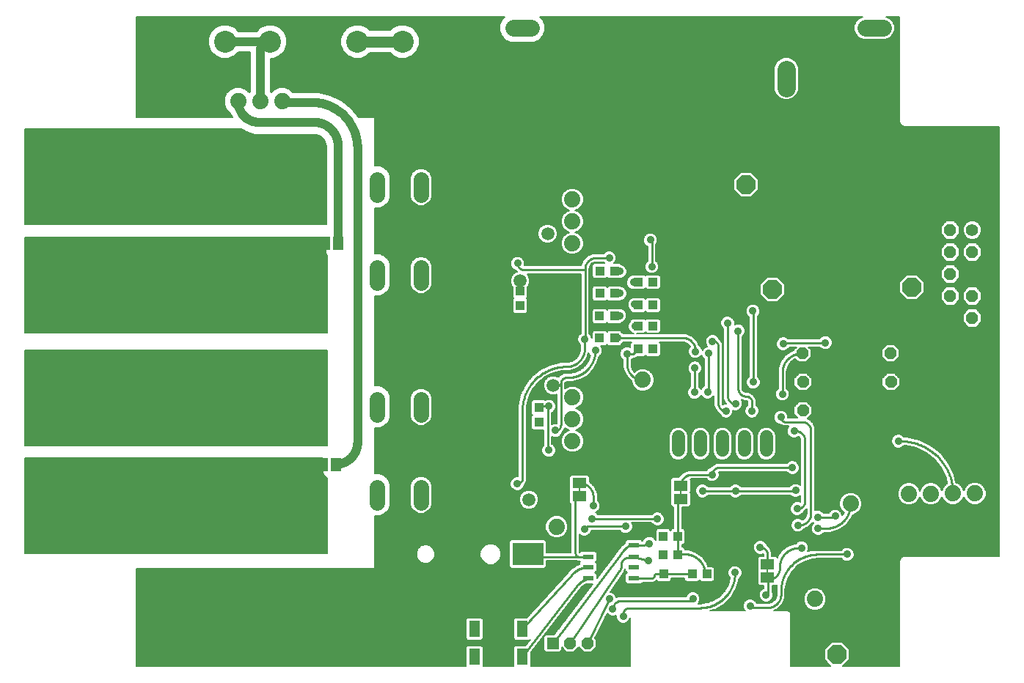
<source format=gbl>
G75*
%MOIN*%
%OFA0B0*%
%FSLAX25Y25*%
%IPPOS*%
%LPD*%
%AMOC8*
5,1,8,0,0,1.08239X$1,22.5*
%
%ADD10C,0.07400*%
%ADD11C,0.06000*%
%ADD12C,0.03969*%
%ADD13C,0.05150*%
%ADD14C,0.06496*%
%ADD15C,0.05600*%
%ADD16OC8,0.05600*%
%ADD17R,0.05118X0.07480*%
%ADD18R,0.05118X0.02362*%
%ADD19R,0.03937X0.04331*%
%ADD20R,0.13937X0.10236*%
%ADD21OC8,0.08500*%
%ADD22R,0.05200X0.05200*%
%ADD23OC8,0.05200*%
%ADD24C,0.08400*%
%ADD25C,0.10000*%
%ADD26R,0.06300X0.04600*%
%ADD27R,0.00800X0.02500*%
%ADD28C,0.43307*%
%ADD29R,0.04331X0.03937*%
%ADD30C,0.07000*%
%ADD31C,0.13780*%
%ADD32C,0.07800*%
%ADD33C,0.08250*%
%ADD34R,0.04600X0.06300*%
%ADD35C,0.05937*%
%ADD36C,0.00500*%
%ADD37C,0.22000*%
%ADD38C,0.03569*%
%ADD39C,0.01000*%
%ADD40C,0.00600*%
%ADD41C,0.04000*%
%ADD42C,0.01600*%
%ADD43C,0.05000*%
D10*
X0283854Y0121751D03*
X0283854Y0131751D03*
X0291043Y0160635D03*
X0291043Y0170635D03*
X0291043Y0180635D03*
X0323029Y0188492D03*
X0333029Y0188492D03*
X0417440Y0132248D03*
X0427440Y0132248D03*
X0443943Y0136719D03*
X0453943Y0136719D03*
X0463914Y0136845D03*
X0473914Y0136845D03*
X0401220Y0088808D03*
X0401220Y0078808D03*
X0291007Y0250614D03*
X0291007Y0260614D03*
X0291007Y0270614D03*
X0159080Y0315226D03*
X0149080Y0315226D03*
X0139080Y0315226D03*
D11*
X0329198Y0162563D02*
X0329198Y0156563D01*
X0339198Y0156563D02*
X0339198Y0162563D01*
X0349198Y0162563D02*
X0349198Y0156563D01*
X0359198Y0156563D02*
X0359198Y0162563D01*
X0369198Y0162563D02*
X0369198Y0156563D01*
X0379198Y0156563D02*
X0379198Y0162563D01*
D12*
X0172237Y0170579D03*
X0165347Y0170579D03*
X0158457Y0170579D03*
X0151568Y0170579D03*
X0144678Y0170579D03*
X0144678Y0177468D03*
X0151568Y0177468D03*
X0158457Y0177468D03*
X0165347Y0177468D03*
X0172237Y0177468D03*
X0172237Y0184358D03*
X0165347Y0184358D03*
X0158457Y0184358D03*
X0151568Y0184358D03*
X0144678Y0184358D03*
X0144678Y0141051D03*
X0151568Y0141051D03*
X0158457Y0141051D03*
X0165347Y0141051D03*
X0172237Y0141051D03*
X0172237Y0134161D03*
X0165347Y0134161D03*
X0158457Y0134161D03*
X0151568Y0134161D03*
X0144678Y0134161D03*
X0144678Y0127271D03*
X0151568Y0127271D03*
X0158457Y0127271D03*
X0165347Y0127271D03*
X0172237Y0127271D03*
X0172237Y0227665D03*
X0165347Y0227665D03*
X0158457Y0227665D03*
X0151568Y0227665D03*
X0144678Y0227665D03*
X0144678Y0234555D03*
X0151568Y0234555D03*
X0158457Y0234555D03*
X0165347Y0234555D03*
X0172237Y0234555D03*
X0172237Y0241445D03*
X0165347Y0241445D03*
X0158457Y0241445D03*
X0151568Y0241445D03*
X0144678Y0241445D03*
X0144678Y0270972D03*
X0151568Y0270972D03*
X0158457Y0270972D03*
X0165347Y0270972D03*
X0172237Y0270972D03*
X0172237Y0277862D03*
X0165347Y0277862D03*
X0158457Y0277862D03*
X0151568Y0277862D03*
X0144678Y0277862D03*
X0144678Y0284752D03*
X0151568Y0284752D03*
X0158457Y0284752D03*
X0165347Y0284752D03*
X0172237Y0284752D03*
D13*
X0167347Y0292252D03*
X0149568Y0292252D03*
X0149568Y0220165D03*
X0167347Y0220165D03*
X0167347Y0191858D03*
X0149568Y0191858D03*
X0149568Y0119771D03*
X0167347Y0119771D03*
D14*
X0158457Y0119771D03*
X0158457Y0191858D03*
X0158457Y0220165D03*
X0158457Y0292252D03*
D15*
X0472678Y0256657D03*
D16*
X0462678Y0256657D03*
X0462678Y0246657D03*
X0472678Y0246657D03*
X0472678Y0236657D03*
X0462678Y0236657D03*
X0462678Y0226657D03*
X0472678Y0226657D03*
X0472678Y0216657D03*
X0462678Y0216657D03*
D17*
X0268179Y0075177D03*
X0268179Y0062579D03*
X0246526Y0062579D03*
X0246526Y0075177D03*
D18*
X0298115Y0098255D03*
X0298115Y0103373D03*
X0298115Y0108097D03*
X0298115Y0113215D03*
X0318981Y0113215D03*
X0318981Y0108097D03*
X0318981Y0103373D03*
X0318981Y0098255D03*
D19*
X0332586Y0100159D03*
X0332586Y0093466D03*
X0345459Y0100161D03*
X0352151Y0100161D03*
X0338786Y0109029D03*
X0332093Y0109029D03*
X0332164Y0117226D03*
X0338857Y0117226D03*
X0275729Y0169185D03*
X0275729Y0175878D03*
X0267229Y0222185D03*
X0267229Y0228878D03*
D20*
X0270755Y0109253D03*
X0208354Y0109253D03*
D21*
X0411135Y0063531D03*
X0381906Y0229571D03*
X0445339Y0230571D03*
X0369905Y0277341D03*
D22*
X0282094Y0068704D03*
D23*
X0289968Y0068704D03*
X0297842Y0068704D03*
X0305716Y0068704D03*
X0395729Y0174531D03*
X0395729Y0187531D03*
X0395576Y0200531D03*
X0435576Y0200531D03*
X0435729Y0187531D03*
X0435729Y0174531D03*
D24*
X0319940Y0290268D02*
X0311540Y0290268D01*
X0311540Y0304048D02*
X0319940Y0304048D01*
D25*
X0213833Y0342420D03*
X0193360Y0342420D03*
X0153597Y0342420D03*
X0133124Y0342420D03*
D26*
X0294210Y0141583D03*
X0294210Y0135583D03*
X0340166Y0134441D03*
X0340166Y0140441D03*
X0379710Y0104639D03*
X0379710Y0098639D03*
D27*
X0379710Y0101639D03*
X0340166Y0137441D03*
X0294210Y0138583D03*
D28*
X0064135Y0131208D03*
X0064135Y0180421D03*
X0064135Y0231602D03*
X0064135Y0280815D03*
D29*
X0303439Y0238082D03*
X0310132Y0238082D03*
X0320883Y0233031D03*
X0327576Y0233031D03*
X0327576Y0222531D03*
X0320883Y0222531D03*
X0310076Y0217531D03*
X0303383Y0217531D03*
X0303383Y0207531D03*
X0310076Y0207531D03*
X0320883Y0202531D03*
X0327576Y0202531D03*
X0327576Y0213031D03*
X0320883Y0213031D03*
X0310138Y0227878D03*
X0303445Y0227878D03*
D30*
X0222229Y0232708D02*
X0222229Y0239708D01*
X0202229Y0239708D02*
X0202229Y0232708D01*
X0202229Y0272708D02*
X0202229Y0279708D01*
X0222229Y0279708D02*
X0222229Y0272708D01*
X0222229Y0179708D02*
X0222229Y0172708D01*
X0202229Y0172708D02*
X0202229Y0179708D01*
X0202229Y0139708D02*
X0202229Y0132708D01*
X0222229Y0132708D02*
X0222229Y0139708D01*
D31*
X0127229Y0136031D03*
X0087229Y0136031D03*
X0087229Y0176031D03*
X0127229Y0176031D03*
X0127229Y0236031D03*
X0087229Y0236031D03*
X0087229Y0276031D03*
X0127229Y0276031D03*
D32*
X0111129Y0271531D02*
X0103329Y0271531D01*
X0103329Y0241531D02*
X0111129Y0241531D01*
X0111129Y0171531D02*
X0103329Y0171531D01*
X0103329Y0141531D02*
X0111129Y0141531D01*
X0264329Y0278531D02*
X0272129Y0278531D01*
X0272129Y0348531D02*
X0264329Y0348531D01*
X0424329Y0348531D02*
X0432129Y0348531D01*
X0432129Y0278531D02*
X0424329Y0278531D01*
D33*
X0388229Y0321406D02*
X0388229Y0329656D01*
X0358229Y0329656D02*
X0358229Y0321406D01*
D34*
X0184566Y0250502D03*
X0178566Y0250502D03*
X0177402Y0150085D03*
X0183402Y0150085D03*
D35*
X0271229Y0134031D03*
X0282229Y0186031D03*
X0267229Y0233531D03*
X0279729Y0255031D03*
D36*
X0092979Y0102602D02*
X0092979Y0058281D01*
X0242517Y0058281D01*
X0242517Y0066920D01*
X0243366Y0067769D01*
X0249685Y0067769D01*
X0250535Y0066920D01*
X0250535Y0058281D01*
X0264170Y0058281D01*
X0264170Y0066920D01*
X0265019Y0067769D01*
X0269722Y0067769D01*
X0271758Y0070407D01*
X0271339Y0069987D01*
X0265019Y0069987D01*
X0264170Y0070836D01*
X0264170Y0079518D01*
X0265019Y0080367D01*
X0270267Y0080367D01*
X0288783Y0100707D01*
X0288783Y0100707D01*
X0289327Y0101304D01*
X0290441Y0102528D01*
X0290441Y0102528D01*
X0293237Y0104300D01*
X0293237Y0104300D01*
X0294106Y0104567D01*
X0294106Y0105155D01*
X0294687Y0105735D01*
X0294392Y0106030D01*
X0293241Y0106030D01*
X0293038Y0106147D01*
X0279174Y0106147D01*
X0279174Y0103534D01*
X0278325Y0102685D01*
X0263186Y0102685D01*
X0262337Y0103534D01*
X0262337Y0114972D01*
X0263186Y0115821D01*
X0278325Y0115821D01*
X0279174Y0114972D01*
X0279174Y0110047D01*
X0290388Y0110047D01*
X0290388Y0131904D01*
X0289610Y0132682D01*
X0289610Y0138484D01*
X0289709Y0138583D01*
X0289610Y0138682D01*
X0289610Y0144484D01*
X0290459Y0145333D01*
X0297960Y0145333D01*
X0298810Y0144484D01*
X0298810Y0142303D01*
X0298855Y0142285D01*
X0298855Y0142285D01*
X0301162Y0139978D01*
X0301162Y0139978D01*
X0302410Y0136964D01*
X0302410Y0133895D01*
X0303202Y0133103D01*
X0303694Y0131915D01*
X0303694Y0130628D01*
X0303202Y0129439D01*
X0302292Y0128530D01*
X0301584Y0128236D01*
X0301754Y0128166D01*
X0302545Y0127374D01*
X0327175Y0127374D01*
X0327779Y0127979D01*
X0328968Y0128471D01*
X0330254Y0128471D01*
X0331443Y0127979D01*
X0332353Y0127069D01*
X0332845Y0125880D01*
X0332845Y0124594D01*
X0332353Y0123405D01*
X0331443Y0122495D01*
X0330254Y0122003D01*
X0328968Y0122003D01*
X0327779Y0122495D01*
X0326869Y0123405D01*
X0326840Y0123474D01*
X0318036Y0123474D01*
X0318447Y0122481D01*
X0318447Y0121194D01*
X0317955Y0120005D01*
X0317045Y0119095D01*
X0315857Y0118603D01*
X0314570Y0118603D01*
X0313381Y0119095D01*
X0312589Y0119887D01*
X0299720Y0119887D01*
X0299232Y0118708D01*
X0298322Y0117798D01*
X0297133Y0117306D01*
X0295847Y0117306D01*
X0294658Y0117798D01*
X0294288Y0118168D01*
X0294288Y0110061D01*
X0294956Y0110728D01*
X0301275Y0110728D01*
X0302124Y0109879D01*
X0302124Y0106316D01*
X0301544Y0105735D01*
X0302124Y0105155D01*
X0302124Y0101591D01*
X0301347Y0100814D01*
X0302124Y0100036D01*
X0302124Y0098313D01*
X0310476Y0109313D01*
X0310476Y0109313D01*
X0310670Y0109570D01*
X0311453Y0110600D01*
X0311453Y0110600D01*
X0312698Y0112240D01*
X0312698Y0112240D01*
X0312698Y0112240D01*
X0314668Y0114094D01*
X0314786Y0114205D01*
X0314786Y0114205D01*
X0314972Y0114380D01*
X0314972Y0114997D01*
X0315822Y0115846D01*
X0322141Y0115846D01*
X0322822Y0115165D01*
X0322848Y0115165D01*
X0323154Y0115904D01*
X0324064Y0116814D01*
X0325253Y0117306D01*
X0326539Y0117306D01*
X0327728Y0116814D01*
X0328638Y0115904D01*
X0328745Y0115644D01*
X0328745Y0119992D01*
X0329595Y0120842D01*
X0334733Y0120842D01*
X0335510Y0120064D01*
X0336288Y0120842D01*
X0336907Y0120842D01*
X0336907Y0130691D01*
X0336415Y0130691D01*
X0335566Y0131540D01*
X0335566Y0137341D01*
X0335665Y0137441D01*
X0335566Y0137540D01*
X0335566Y0143341D01*
X0336415Y0144191D01*
X0339196Y0144191D01*
X0339274Y0144377D01*
X0339274Y0144377D01*
X0339274Y0144377D01*
X0341228Y0146332D01*
X0341229Y0146332D01*
X0343783Y0147390D01*
X0351882Y0147390D01*
X0352674Y0148182D01*
X0353527Y0148535D01*
X0354780Y0149789D01*
X0354780Y0149789D01*
X0356666Y0150570D01*
X0388340Y0150570D01*
X0389131Y0151362D01*
X0390320Y0151854D01*
X0391607Y0151854D01*
X0392796Y0151362D01*
X0393705Y0150452D01*
X0394198Y0149263D01*
X0394198Y0147976D01*
X0393705Y0146788D01*
X0392796Y0145878D01*
X0391607Y0145385D01*
X0390320Y0145385D01*
X0389131Y0145878D01*
X0388340Y0146670D01*
X0357686Y0146670D01*
X0357505Y0146652D01*
X0357741Y0146083D01*
X0357741Y0144797D01*
X0357248Y0143608D01*
X0356338Y0142698D01*
X0355150Y0142206D01*
X0353863Y0142206D01*
X0352674Y0142698D01*
X0351882Y0143490D01*
X0345165Y0143490D01*
X0344666Y0143441D01*
X0344766Y0143341D01*
X0344766Y0137540D01*
X0344666Y0137441D01*
X0344766Y0137341D01*
X0344766Y0131540D01*
X0343916Y0130691D01*
X0340807Y0130691D01*
X0340807Y0120842D01*
X0341426Y0120842D01*
X0342275Y0119992D01*
X0342275Y0114460D01*
X0341426Y0113611D01*
X0340736Y0113611D01*
X0340736Y0112644D01*
X0341355Y0112644D01*
X0342204Y0111795D01*
X0342204Y0111209D01*
X0343938Y0111209D01*
X0347266Y0110128D01*
X0347266Y0110128D01*
X0350098Y0108070D01*
X0350098Y0108070D01*
X0352155Y0105239D01*
X0352155Y0105239D01*
X0352630Y0103776D01*
X0354721Y0103776D01*
X0355570Y0102927D01*
X0355570Y0097395D01*
X0354721Y0096546D01*
X0349582Y0096546D01*
X0348805Y0097323D01*
X0348028Y0096546D01*
X0342889Y0096546D01*
X0342040Y0097395D01*
X0342040Y0098211D01*
X0336005Y0098211D01*
X0336005Y0097393D01*
X0335155Y0096544D01*
X0330017Y0096544D01*
X0329328Y0097233D01*
X0329272Y0097136D01*
X0329272Y0097136D01*
X0327833Y0096305D01*
X0322822Y0096305D01*
X0322141Y0095624D01*
X0315822Y0095624D01*
X0314972Y0096473D01*
X0314972Y0100036D01*
X0315750Y0100814D01*
X0314972Y0101591D01*
X0314972Y0102528D01*
X0314652Y0101428D01*
X0314652Y0101428D01*
X0314067Y0100571D01*
X0308305Y0092125D01*
X0308442Y0092125D01*
X0309630Y0091632D01*
X0310540Y0090722D01*
X0311010Y0089589D01*
X0311988Y0089995D01*
X0342683Y0089995D01*
X0343024Y0090817D01*
X0343933Y0091727D01*
X0345122Y0092220D01*
X0346409Y0092220D01*
X0347597Y0091727D01*
X0348507Y0090817D01*
X0349000Y0089629D01*
X0349000Y0088342D01*
X0348507Y0087153D01*
X0348085Y0086731D01*
X0348820Y0086731D01*
X0350662Y0086851D01*
X0354220Y0087805D01*
X0357410Y0089647D01*
X0360015Y0092252D01*
X0361857Y0095442D01*
X0362671Y0098479D01*
X0362139Y0099010D01*
X0361647Y0100199D01*
X0361647Y0101485D01*
X0362139Y0102674D01*
X0363049Y0103584D01*
X0364238Y0104076D01*
X0365524Y0104076D01*
X0366713Y0103584D01*
X0367623Y0102674D01*
X0368115Y0101485D01*
X0368115Y0100199D01*
X0367623Y0099010D01*
X0366739Y0098126D01*
X0365604Y0093890D01*
X0365604Y0093890D01*
X0363232Y0089783D01*
X0363232Y0089783D01*
X0359879Y0086429D01*
X0359879Y0086429D01*
X0355772Y0084058D01*
X0355772Y0084058D01*
X0353619Y0083481D01*
X0369413Y0083481D01*
X0369025Y0083869D01*
X0368533Y0085058D01*
X0368533Y0086344D01*
X0369025Y0087533D01*
X0369935Y0088443D01*
X0371124Y0088935D01*
X0372410Y0088935D01*
X0373599Y0088443D01*
X0374509Y0087533D01*
X0374763Y0086919D01*
X0379730Y0086919D01*
X0380528Y0086997D01*
X0382003Y0087608D01*
X0383131Y0088737D01*
X0383742Y0090211D01*
X0383821Y0091009D01*
X0383821Y0094927D01*
X0383938Y0095367D01*
X0383461Y0094889D01*
X0381774Y0094889D01*
X0381774Y0092397D01*
X0382232Y0091292D01*
X0382232Y0090005D01*
X0381740Y0088816D01*
X0380830Y0087906D01*
X0379641Y0087414D01*
X0378354Y0087414D01*
X0377166Y0087906D01*
X0376256Y0088816D01*
X0375763Y0090005D01*
X0375763Y0091292D01*
X0376256Y0092480D01*
X0377166Y0093390D01*
X0377874Y0093684D01*
X0377874Y0094889D01*
X0375959Y0094889D01*
X0375110Y0095739D01*
X0375110Y0101540D01*
X0375209Y0101639D01*
X0375110Y0101739D01*
X0375110Y0107540D01*
X0375959Y0108389D01*
X0377760Y0108389D01*
X0377760Y0108961D01*
X0377733Y0109235D01*
X0377678Y0109368D01*
X0376995Y0109085D01*
X0375708Y0109085D01*
X0374519Y0109577D01*
X0373610Y0110487D01*
X0373117Y0111676D01*
X0373117Y0112962D01*
X0373610Y0114151D01*
X0374519Y0115061D01*
X0375708Y0115553D01*
X0376995Y0115553D01*
X0378184Y0115061D01*
X0379093Y0114151D01*
X0379394Y0113426D01*
X0380852Y0111968D01*
X0380852Y0111968D01*
X0381660Y0110017D01*
X0381660Y0108389D01*
X0383461Y0108389D01*
X0384081Y0107769D01*
X0384274Y0108361D01*
X0384274Y0108361D01*
X0386231Y0111055D01*
X0386231Y0111055D01*
X0386231Y0111055D01*
X0388926Y0113013D01*
X0388926Y0113013D01*
X0392094Y0114042D01*
X0392485Y0114042D01*
X0393277Y0114834D01*
X0394465Y0115327D01*
X0395752Y0115327D01*
X0396941Y0114834D01*
X0397851Y0113925D01*
X0398343Y0112736D01*
X0398343Y0111449D01*
X0397973Y0110556D01*
X0399990Y0111097D01*
X0413214Y0111097D01*
X0414006Y0111889D01*
X0415195Y0112381D01*
X0416481Y0112381D01*
X0417670Y0111889D01*
X0418580Y0110979D01*
X0419072Y0109790D01*
X0419072Y0108503D01*
X0418580Y0107315D01*
X0417670Y0106405D01*
X0416481Y0105913D01*
X0415195Y0105913D01*
X0414006Y0106405D01*
X0413214Y0107197D01*
X0402441Y0107197D01*
X0400520Y0107071D01*
X0396808Y0106076D01*
X0393480Y0104155D01*
X0390763Y0101437D01*
X0388841Y0098109D01*
X0387847Y0094397D01*
X0387721Y0092476D01*
X0387721Y0089420D01*
X0386504Y0086483D01*
X0386504Y0086483D01*
X0384256Y0084235D01*
X0384256Y0084235D01*
X0382436Y0083481D01*
X0389330Y0083481D01*
X0390179Y0082632D01*
X0390179Y0058281D01*
X0408324Y0058281D01*
X0405435Y0061170D01*
X0405435Y0065892D01*
X0408774Y0069231D01*
X0413496Y0069231D01*
X0416835Y0065892D01*
X0416835Y0061170D01*
X0413946Y0058281D01*
X0439479Y0058281D01*
X0439479Y0106078D01*
X0439898Y0107089D01*
X0440671Y0107863D01*
X0441682Y0108281D01*
X0484944Y0108281D01*
X0484944Y0303781D01*
X0441682Y0303781D01*
X0440671Y0304200D01*
X0439898Y0304974D01*
X0439479Y0305984D01*
X0439479Y0353781D01*
X0433435Y0353781D01*
X0435160Y0353067D01*
X0436665Y0351562D01*
X0437479Y0349595D01*
X0437479Y0347467D01*
X0436665Y0345501D01*
X0435160Y0343996D01*
X0433193Y0343181D01*
X0423265Y0343181D01*
X0421299Y0343996D01*
X0419794Y0345501D01*
X0418979Y0347467D01*
X0418979Y0349595D01*
X0419794Y0351562D01*
X0421299Y0353067D01*
X0423024Y0353781D01*
X0276142Y0353781D01*
X0277682Y0352242D01*
X0278679Y0349834D01*
X0278679Y0347228D01*
X0277682Y0344821D01*
X0275839Y0342978D01*
X0273432Y0341981D01*
X0263026Y0341981D01*
X0260619Y0342978D01*
X0258776Y0344821D01*
X0257779Y0347228D01*
X0257779Y0349834D01*
X0258776Y0352242D01*
X0260316Y0353781D01*
X0092979Y0353781D01*
X0092979Y0307921D01*
X0136443Y0307921D01*
X0135401Y0309726D01*
X0135401Y0309726D01*
X0135328Y0309998D01*
X0133697Y0311629D01*
X0132730Y0313963D01*
X0132730Y0316490D01*
X0133697Y0318823D01*
X0135483Y0320610D01*
X0137817Y0321576D01*
X0140343Y0321576D01*
X0142677Y0320610D01*
X0144080Y0319207D01*
X0144430Y0319557D01*
X0144430Y0337770D01*
X0139293Y0337770D01*
X0137457Y0335935D01*
X0134646Y0334770D01*
X0131602Y0334770D01*
X0128791Y0335935D01*
X0126639Y0338087D01*
X0125474Y0340899D01*
X0125474Y0343942D01*
X0126639Y0346754D01*
X0128791Y0348906D01*
X0131602Y0350070D01*
X0134646Y0350070D01*
X0137457Y0348906D01*
X0139293Y0347070D01*
X0147428Y0347070D01*
X0149263Y0348906D01*
X0152075Y0350070D01*
X0155118Y0350070D01*
X0157930Y0348906D01*
X0160082Y0346754D01*
X0161247Y0343942D01*
X0161247Y0340899D01*
X0160082Y0338087D01*
X0157930Y0335935D01*
X0155118Y0334770D01*
X0153730Y0334770D01*
X0153730Y0319557D01*
X0154080Y0319207D01*
X0155483Y0320610D01*
X0157817Y0321576D01*
X0160343Y0321576D01*
X0162677Y0320610D01*
X0163889Y0319398D01*
X0175419Y0319398D01*
X0181032Y0318117D01*
X0181032Y0318117D01*
X0186219Y0315619D01*
X0186219Y0315619D01*
X0190720Y0312029D01*
X0190720Y0312029D01*
X0190720Y0312029D01*
X0193996Y0307921D01*
X0201261Y0307921D01*
X0201261Y0285858D01*
X0203452Y0285858D01*
X0205713Y0284922D01*
X0207443Y0283192D01*
X0208379Y0280932D01*
X0208379Y0271485D01*
X0207443Y0269225D01*
X0205713Y0267495D01*
X0203452Y0266558D01*
X0201261Y0266558D01*
X0201261Y0245858D01*
X0203452Y0245858D01*
X0205713Y0244922D01*
X0207443Y0243192D01*
X0208379Y0240932D01*
X0208379Y0231485D01*
X0217378Y0231485D01*
X0217279Y0231724D02*
X0218033Y0229905D01*
X0219425Y0228512D01*
X0221245Y0227758D01*
X0223214Y0227758D01*
X0225033Y0228512D01*
X0226426Y0229905D01*
X0227179Y0231724D01*
X0227179Y0240693D01*
X0226426Y0242512D01*
X0225033Y0243905D01*
X0223214Y0244658D01*
X0221245Y0244658D01*
X0219425Y0243905D01*
X0218033Y0242512D01*
X0217279Y0240693D01*
X0217279Y0231724D01*
X0217279Y0231983D02*
X0208379Y0231983D01*
X0208379Y0231485D02*
X0207443Y0229225D01*
X0205713Y0227495D01*
X0203452Y0226558D01*
X0201261Y0226558D01*
X0201261Y0185858D01*
X0203452Y0185858D01*
X0205713Y0184922D01*
X0207443Y0183192D01*
X0208379Y0180932D01*
X0208379Y0171485D01*
X0207443Y0169225D01*
X0205713Y0167495D01*
X0203452Y0166558D01*
X0201261Y0166558D01*
X0201261Y0145858D01*
X0203452Y0145858D01*
X0205713Y0144922D01*
X0207443Y0143192D01*
X0208379Y0140932D01*
X0208379Y0131485D01*
X0207443Y0129225D01*
X0205713Y0127495D01*
X0203452Y0126558D01*
X0201261Y0126558D01*
X0201261Y0102602D01*
X0092979Y0102602D01*
X0092979Y0102371D02*
X0290298Y0102371D01*
X0289844Y0101872D02*
X0092979Y0101872D01*
X0092979Y0101374D02*
X0289390Y0101374D01*
X0288936Y0100875D02*
X0092979Y0100875D01*
X0092979Y0100377D02*
X0288482Y0100377D01*
X0288029Y0099878D02*
X0092979Y0099878D01*
X0092979Y0099379D02*
X0287575Y0099379D01*
X0287121Y0098881D02*
X0092979Y0098881D01*
X0092979Y0098382D02*
X0286667Y0098382D01*
X0286213Y0097884D02*
X0092979Y0097884D01*
X0092979Y0097385D02*
X0285759Y0097385D01*
X0285306Y0096887D02*
X0092979Y0096887D01*
X0092979Y0096388D02*
X0284852Y0096388D01*
X0284398Y0095890D02*
X0092979Y0095890D01*
X0092979Y0095391D02*
X0283944Y0095391D01*
X0283490Y0094893D02*
X0092979Y0094893D01*
X0092979Y0094394D02*
X0283036Y0094394D01*
X0282583Y0093896D02*
X0092979Y0093896D01*
X0092979Y0093397D02*
X0282129Y0093397D01*
X0281675Y0092899D02*
X0092979Y0092899D01*
X0092979Y0092400D02*
X0281221Y0092400D01*
X0280767Y0091902D02*
X0092979Y0091902D01*
X0092979Y0091403D02*
X0280314Y0091403D01*
X0279860Y0090905D02*
X0092979Y0090905D01*
X0092979Y0090406D02*
X0279406Y0090406D01*
X0278952Y0089908D02*
X0092979Y0089908D01*
X0092979Y0089409D02*
X0278498Y0089409D01*
X0278044Y0088911D02*
X0092979Y0088911D01*
X0092979Y0088412D02*
X0277591Y0088412D01*
X0277137Y0087914D02*
X0092979Y0087914D01*
X0092979Y0087415D02*
X0276683Y0087415D01*
X0276229Y0086917D02*
X0092979Y0086917D01*
X0092979Y0086418D02*
X0275775Y0086418D01*
X0275322Y0085920D02*
X0092979Y0085920D01*
X0092979Y0085421D02*
X0274868Y0085421D01*
X0274414Y0084923D02*
X0092979Y0084923D01*
X0092979Y0084424D02*
X0273960Y0084424D01*
X0273506Y0083926D02*
X0092979Y0083926D01*
X0092979Y0083427D02*
X0273052Y0083427D01*
X0272599Y0082929D02*
X0092979Y0082929D01*
X0092979Y0082430D02*
X0272145Y0082430D01*
X0271691Y0081932D02*
X0092979Y0081932D01*
X0092979Y0081433D02*
X0271237Y0081433D01*
X0270783Y0080935D02*
X0092979Y0080935D01*
X0092979Y0080436D02*
X0270329Y0080436D01*
X0264590Y0079938D02*
X0250115Y0079938D01*
X0250535Y0079518D02*
X0249685Y0080367D01*
X0243366Y0080367D01*
X0242517Y0079518D01*
X0242517Y0070836D01*
X0243366Y0069987D01*
X0249685Y0069987D01*
X0250535Y0070836D01*
X0250535Y0079518D01*
X0250535Y0079439D02*
X0264170Y0079439D01*
X0264170Y0078941D02*
X0250535Y0078941D01*
X0250535Y0078442D02*
X0264170Y0078442D01*
X0264170Y0077943D02*
X0250535Y0077943D01*
X0250535Y0077445D02*
X0264170Y0077445D01*
X0264170Y0076946D02*
X0250535Y0076946D01*
X0250535Y0076448D02*
X0264170Y0076448D01*
X0264170Y0075949D02*
X0250535Y0075949D01*
X0250535Y0075451D02*
X0264170Y0075451D01*
X0264170Y0074952D02*
X0250535Y0074952D01*
X0250535Y0074454D02*
X0264170Y0074454D01*
X0264170Y0073955D02*
X0250535Y0073955D01*
X0250535Y0073457D02*
X0264170Y0073457D01*
X0264170Y0072958D02*
X0250535Y0072958D01*
X0250535Y0072460D02*
X0264170Y0072460D01*
X0264170Y0071961D02*
X0250535Y0071961D01*
X0250535Y0071463D02*
X0264170Y0071463D01*
X0264170Y0070964D02*
X0250535Y0070964D01*
X0250164Y0070466D02*
X0264541Y0070466D01*
X0264725Y0067475D02*
X0249979Y0067475D01*
X0250478Y0066976D02*
X0264227Y0066976D01*
X0264170Y0066478D02*
X0250535Y0066478D01*
X0250535Y0065979D02*
X0264170Y0065979D01*
X0264170Y0065481D02*
X0250535Y0065481D01*
X0250535Y0064982D02*
X0264170Y0064982D01*
X0264170Y0064484D02*
X0250535Y0064484D01*
X0250535Y0063985D02*
X0264170Y0063985D01*
X0264170Y0063487D02*
X0250535Y0063487D01*
X0250535Y0062988D02*
X0264170Y0062988D01*
X0264170Y0062490D02*
X0250535Y0062490D01*
X0250535Y0061991D02*
X0264170Y0061991D01*
X0264170Y0061493D02*
X0250535Y0061493D01*
X0250535Y0060994D02*
X0264170Y0060994D01*
X0264170Y0060496D02*
X0250535Y0060496D01*
X0250535Y0059997D02*
X0264170Y0059997D01*
X0264170Y0059499D02*
X0250535Y0059499D01*
X0250535Y0059000D02*
X0264170Y0059000D01*
X0264170Y0058502D02*
X0250535Y0058502D01*
X0242517Y0058502D02*
X0092979Y0058502D01*
X0092979Y0059000D02*
X0242517Y0059000D01*
X0242517Y0059499D02*
X0092979Y0059499D01*
X0092979Y0059997D02*
X0242517Y0059997D01*
X0242517Y0060496D02*
X0092979Y0060496D01*
X0092979Y0060994D02*
X0242517Y0060994D01*
X0242517Y0061493D02*
X0092979Y0061493D01*
X0092979Y0061991D02*
X0242517Y0061991D01*
X0242517Y0062490D02*
X0092979Y0062490D01*
X0092979Y0062988D02*
X0242517Y0062988D01*
X0242517Y0063487D02*
X0092979Y0063487D01*
X0092979Y0063985D02*
X0242517Y0063985D01*
X0242517Y0064484D02*
X0092979Y0064484D01*
X0092979Y0064982D02*
X0242517Y0064982D01*
X0242517Y0065481D02*
X0092979Y0065481D01*
X0092979Y0065979D02*
X0242517Y0065979D01*
X0242517Y0066478D02*
X0092979Y0066478D01*
X0092979Y0066976D02*
X0242573Y0066976D01*
X0243072Y0067475D02*
X0092979Y0067475D01*
X0092979Y0067973D02*
X0269880Y0067973D01*
X0270265Y0068472D02*
X0092979Y0068472D01*
X0092979Y0068970D02*
X0270650Y0068970D01*
X0271034Y0069469D02*
X0092979Y0069469D01*
X0092979Y0069967D02*
X0271419Y0069967D01*
X0274422Y0067475D02*
X0278044Y0067475D01*
X0278044Y0067973D02*
X0274807Y0067973D01*
X0275192Y0068472D02*
X0278044Y0068472D01*
X0278044Y0068970D02*
X0275576Y0068970D01*
X0275961Y0069469D02*
X0278044Y0069469D01*
X0278044Y0069967D02*
X0276346Y0069967D01*
X0276731Y0070466D02*
X0278044Y0070466D01*
X0278044Y0070964D02*
X0277116Y0070964D01*
X0277500Y0071463D02*
X0278044Y0071463D01*
X0278044Y0071905D02*
X0278044Y0065504D01*
X0278894Y0064654D01*
X0285295Y0064654D01*
X0286144Y0065504D01*
X0286144Y0066801D01*
X0288291Y0064654D01*
X0291646Y0064654D01*
X0293905Y0066914D01*
X0296165Y0064654D01*
X0299520Y0064654D01*
X0301892Y0067027D01*
X0301892Y0070382D01*
X0301190Y0071084D01*
X0306752Y0082361D01*
X0307548Y0081564D01*
X0308737Y0081072D01*
X0310024Y0081072D01*
X0310892Y0081431D01*
X0310892Y0080378D01*
X0311385Y0079190D01*
X0312294Y0078280D01*
X0313483Y0077787D01*
X0314770Y0077787D01*
X0315958Y0078280D01*
X0316868Y0079190D01*
X0317279Y0080182D01*
X0317279Y0058281D01*
X0272188Y0058281D01*
X0272188Y0064581D01*
X0293902Y0092710D01*
X0294390Y0093342D01*
X0294395Y0093349D01*
X0295293Y0094347D01*
X0297101Y0095624D01*
X0300083Y0095624D01*
X0282721Y0072754D01*
X0278894Y0072754D01*
X0278044Y0071905D01*
X0278101Y0071961D02*
X0277885Y0071961D01*
X0278270Y0072460D02*
X0278599Y0072460D01*
X0278655Y0072958D02*
X0282876Y0072958D01*
X0283254Y0073457D02*
X0279040Y0073457D01*
X0279425Y0073955D02*
X0283633Y0073955D01*
X0284011Y0074454D02*
X0279809Y0074454D01*
X0280194Y0074952D02*
X0284390Y0074952D01*
X0284768Y0075451D02*
X0280579Y0075451D01*
X0280964Y0075949D02*
X0285146Y0075949D01*
X0285525Y0076448D02*
X0281349Y0076448D01*
X0281733Y0076946D02*
X0285903Y0076946D01*
X0286282Y0077445D02*
X0282118Y0077445D01*
X0282503Y0077943D02*
X0286660Y0077943D01*
X0287039Y0078442D02*
X0282888Y0078442D01*
X0283273Y0078941D02*
X0287417Y0078941D01*
X0287796Y0079439D02*
X0283658Y0079439D01*
X0284042Y0079938D02*
X0288174Y0079938D01*
X0288553Y0080436D02*
X0284427Y0080436D01*
X0284812Y0080935D02*
X0288931Y0080935D01*
X0289310Y0081433D02*
X0285197Y0081433D01*
X0285582Y0081932D02*
X0289688Y0081932D01*
X0290066Y0082430D02*
X0285967Y0082430D01*
X0286351Y0082929D02*
X0290445Y0082929D01*
X0290823Y0083427D02*
X0286736Y0083427D01*
X0287121Y0083926D02*
X0291202Y0083926D01*
X0291580Y0084424D02*
X0287506Y0084424D01*
X0287891Y0084923D02*
X0291959Y0084923D01*
X0292337Y0085421D02*
X0288275Y0085421D01*
X0288660Y0085920D02*
X0292716Y0085920D01*
X0293094Y0086418D02*
X0289045Y0086418D01*
X0289430Y0086917D02*
X0293473Y0086917D01*
X0293851Y0087415D02*
X0289815Y0087415D01*
X0290200Y0087914D02*
X0294230Y0087914D01*
X0294608Y0088412D02*
X0290584Y0088412D01*
X0290969Y0088911D02*
X0294986Y0088911D01*
X0295365Y0089409D02*
X0291354Y0089409D01*
X0291739Y0089908D02*
X0295743Y0089908D01*
X0296122Y0090406D02*
X0292124Y0090406D01*
X0292508Y0090905D02*
X0296500Y0090905D01*
X0296879Y0091403D02*
X0292893Y0091403D01*
X0293278Y0091902D02*
X0297257Y0091902D01*
X0297636Y0092400D02*
X0293663Y0092400D01*
X0293902Y0092710D02*
X0293902Y0092710D01*
X0294048Y0092899D02*
X0298014Y0092899D01*
X0298393Y0093397D02*
X0294439Y0093397D01*
X0294887Y0093896D02*
X0298771Y0093896D01*
X0299150Y0094394D02*
X0295359Y0094394D01*
X0296066Y0094893D02*
X0299528Y0094893D01*
X0299906Y0095391D02*
X0296772Y0095391D01*
X0302124Y0098382D02*
X0302177Y0098382D01*
X0302124Y0098881D02*
X0302556Y0098881D01*
X0302934Y0099379D02*
X0302124Y0099379D01*
X0302124Y0099878D02*
X0303313Y0099878D01*
X0303691Y0100377D02*
X0301784Y0100377D01*
X0301408Y0100875D02*
X0304070Y0100875D01*
X0304448Y0101374D02*
X0301907Y0101374D01*
X0302124Y0101872D02*
X0304826Y0101872D01*
X0305205Y0102371D02*
X0302124Y0102371D01*
X0302124Y0102869D02*
X0305583Y0102869D01*
X0305962Y0103368D02*
X0302124Y0103368D01*
X0302124Y0103866D02*
X0306340Y0103866D01*
X0306719Y0104365D02*
X0302124Y0104365D01*
X0302124Y0104863D02*
X0307097Y0104863D01*
X0307476Y0105362D02*
X0301917Y0105362D01*
X0301669Y0105860D02*
X0307854Y0105860D01*
X0308233Y0106359D02*
X0302124Y0106359D01*
X0302124Y0106857D02*
X0308611Y0106857D01*
X0308990Y0107356D02*
X0302124Y0107356D01*
X0302124Y0107854D02*
X0309368Y0107854D01*
X0309746Y0108353D02*
X0302124Y0108353D01*
X0302124Y0108851D02*
X0310125Y0108851D01*
X0310503Y0109350D02*
X0302124Y0109350D01*
X0302124Y0109848D02*
X0310882Y0109848D01*
X0311260Y0110347D02*
X0301657Y0110347D01*
X0294574Y0110347D02*
X0294288Y0110347D01*
X0294288Y0110845D02*
X0311639Y0110845D01*
X0312017Y0111344D02*
X0294288Y0111344D01*
X0294288Y0111842D02*
X0312396Y0111842D01*
X0312805Y0112341D02*
X0294288Y0112341D01*
X0294288Y0112839D02*
X0313334Y0112839D01*
X0313864Y0113338D02*
X0294288Y0113338D01*
X0294288Y0113836D02*
X0314394Y0113836D01*
X0314924Y0114335D02*
X0294288Y0114335D01*
X0294288Y0114833D02*
X0314972Y0114833D01*
X0315307Y0115332D02*
X0294288Y0115332D01*
X0294288Y0115830D02*
X0315806Y0115830D01*
X0316384Y0118821D02*
X0328745Y0118821D01*
X0328745Y0118323D02*
X0298847Y0118323D01*
X0299279Y0118821D02*
X0314043Y0118821D01*
X0313157Y0119320D02*
X0299485Y0119320D01*
X0299692Y0119818D02*
X0312658Y0119818D01*
X0317270Y0119320D02*
X0328745Y0119320D01*
X0328745Y0119818D02*
X0317768Y0119818D01*
X0318084Y0120317D02*
X0329070Y0120317D01*
X0329568Y0120815D02*
X0318291Y0120815D01*
X0318447Y0121314D02*
X0336907Y0121314D01*
X0336907Y0121812D02*
X0318447Y0121812D01*
X0318447Y0122311D02*
X0328224Y0122311D01*
X0327465Y0122810D02*
X0318311Y0122810D01*
X0318105Y0123308D02*
X0326966Y0123308D01*
X0330999Y0122311D02*
X0336907Y0122311D01*
X0336907Y0122810D02*
X0331758Y0122810D01*
X0332256Y0123308D02*
X0336907Y0123308D01*
X0336907Y0123807D02*
X0332519Y0123807D01*
X0332726Y0124305D02*
X0336907Y0124305D01*
X0336907Y0124804D02*
X0332845Y0124804D01*
X0332845Y0125302D02*
X0336907Y0125302D01*
X0336907Y0125801D02*
X0332845Y0125801D01*
X0332672Y0126299D02*
X0336907Y0126299D01*
X0336907Y0126798D02*
X0332465Y0126798D01*
X0332126Y0127296D02*
X0336907Y0127296D01*
X0336907Y0127795D02*
X0331627Y0127795D01*
X0330684Y0128293D02*
X0336907Y0128293D01*
X0336907Y0128792D02*
X0302554Y0128792D01*
X0303053Y0129290D02*
X0336907Y0129290D01*
X0336907Y0129789D02*
X0303347Y0129789D01*
X0303553Y0130287D02*
X0336907Y0130287D01*
X0336320Y0130786D02*
X0303694Y0130786D01*
X0303694Y0131284D02*
X0335822Y0131284D01*
X0335566Y0131783D02*
X0303694Y0131783D01*
X0303542Y0132281D02*
X0335566Y0132281D01*
X0335566Y0132780D02*
X0303336Y0132780D01*
X0303027Y0133278D02*
X0335566Y0133278D01*
X0335566Y0133777D02*
X0302529Y0133777D01*
X0302410Y0134275D02*
X0335566Y0134275D01*
X0335566Y0134774D02*
X0302410Y0134774D01*
X0302410Y0135272D02*
X0335566Y0135272D01*
X0335566Y0135771D02*
X0302410Y0135771D01*
X0302410Y0136269D02*
X0335566Y0136269D01*
X0335566Y0136768D02*
X0302410Y0136768D01*
X0302285Y0137266D02*
X0335566Y0137266D01*
X0335566Y0137765D02*
X0302078Y0137765D01*
X0301872Y0138263D02*
X0335566Y0138263D01*
X0335566Y0138762D02*
X0301665Y0138762D01*
X0301459Y0139260D02*
X0335566Y0139260D01*
X0335566Y0139759D02*
X0301252Y0139759D01*
X0300882Y0140257D02*
X0335566Y0140257D01*
X0335566Y0140756D02*
X0300383Y0140756D01*
X0299885Y0141254D02*
X0335566Y0141254D01*
X0335566Y0141753D02*
X0299386Y0141753D01*
X0298888Y0142251D02*
X0335566Y0142251D01*
X0335566Y0142750D02*
X0298810Y0142750D01*
X0298810Y0143248D02*
X0335566Y0143248D01*
X0335971Y0143747D02*
X0298810Y0143747D01*
X0298810Y0144245D02*
X0339219Y0144245D01*
X0339640Y0144744D02*
X0298549Y0144744D01*
X0298051Y0145243D02*
X0340139Y0145243D01*
X0340637Y0145741D02*
X0270179Y0145741D01*
X0270179Y0145243D02*
X0290369Y0145243D01*
X0289870Y0144744D02*
X0270179Y0144744D01*
X0270179Y0144245D02*
X0289610Y0144245D01*
X0289610Y0143747D02*
X0270179Y0143747D01*
X0270179Y0143248D02*
X0289610Y0143248D01*
X0289610Y0142750D02*
X0270179Y0142750D01*
X0270179Y0142480D02*
X0270179Y0174531D01*
X0270293Y0176552D01*
X0271192Y0180493D01*
X0272946Y0184134D01*
X0275466Y0187295D01*
X0278626Y0189815D01*
X0282268Y0191568D01*
X0286208Y0192468D01*
X0288229Y0192581D01*
X0289858Y0192581D01*
X0289858Y0192581D01*
X0292957Y0193588D01*
X0295594Y0195504D01*
X0297509Y0198140D01*
X0298377Y0200810D01*
X0298662Y0200123D01*
X0299117Y0199667D01*
X0298656Y0197947D01*
X0297289Y0195579D01*
X0295356Y0193646D01*
X0292988Y0192279D01*
X0290347Y0191571D01*
X0288980Y0191481D01*
X0287037Y0191481D01*
X0284972Y0190289D01*
X0284972Y0190289D01*
X0284687Y0189796D01*
X0283108Y0190450D01*
X0281350Y0190450D01*
X0279726Y0189777D01*
X0278483Y0188534D01*
X0277811Y0186910D01*
X0277811Y0185152D01*
X0278483Y0183528D01*
X0279726Y0182285D01*
X0281350Y0181613D01*
X0283108Y0181613D01*
X0283779Y0181891D01*
X0283779Y0168766D01*
X0282586Y0168766D01*
X0281679Y0168390D01*
X0281679Y0173631D01*
X0282061Y0173789D01*
X0282971Y0174699D01*
X0283463Y0175888D01*
X0283463Y0177175D01*
X0282971Y0178363D01*
X0282061Y0179273D01*
X0280872Y0179766D01*
X0279586Y0179766D01*
X0278483Y0179309D01*
X0278298Y0179493D01*
X0273160Y0179493D01*
X0272311Y0178644D01*
X0272311Y0173112D01*
X0272891Y0172531D01*
X0272311Y0171951D01*
X0272311Y0166419D01*
X0273160Y0165570D01*
X0277779Y0165570D01*
X0277779Y0158655D01*
X0277487Y0158363D01*
X0276995Y0157175D01*
X0276995Y0155888D01*
X0277487Y0154699D01*
X0278397Y0153789D01*
X0279586Y0153297D01*
X0280872Y0153297D01*
X0282061Y0153789D01*
X0282971Y0154699D01*
X0283463Y0155888D01*
X0283463Y0157175D01*
X0282971Y0158363D01*
X0282061Y0159273D01*
X0281679Y0159431D01*
X0281679Y0162673D01*
X0282586Y0162297D01*
X0283872Y0162297D01*
X0285061Y0162789D01*
X0285971Y0163699D01*
X0286394Y0164720D01*
X0286487Y0164774D01*
X0287634Y0166761D01*
X0288126Y0166269D01*
X0289657Y0165635D01*
X0288126Y0165001D01*
X0286677Y0163552D01*
X0285893Y0161660D01*
X0285893Y0159611D01*
X0286677Y0157718D01*
X0288126Y0156269D01*
X0290019Y0155485D01*
X0292068Y0155485D01*
X0293961Y0156269D01*
X0295409Y0157718D01*
X0296193Y0159611D01*
X0296193Y0161660D01*
X0295409Y0163552D01*
X0293961Y0165001D01*
X0292430Y0165635D01*
X0293961Y0166269D01*
X0295409Y0167718D01*
X0296193Y0169611D01*
X0296193Y0171660D01*
X0295409Y0173552D01*
X0293961Y0175001D01*
X0292430Y0175635D01*
X0293961Y0176269D01*
X0295409Y0177718D01*
X0296193Y0179611D01*
X0296193Y0181660D01*
X0295409Y0183552D01*
X0293961Y0185001D01*
X0292068Y0185785D01*
X0290019Y0185785D01*
X0288126Y0185001D01*
X0287679Y0184554D01*
X0287679Y0187031D01*
X0287698Y0187174D01*
X0287840Y0187420D01*
X0288087Y0187563D01*
X0288229Y0187581D01*
X0290872Y0187581D01*
X0294528Y0188561D01*
X0297805Y0190453D01*
X0297805Y0190453D01*
X0300482Y0193129D01*
X0300482Y0193129D01*
X0300482Y0193129D01*
X0302374Y0196407D01*
X0303112Y0199162D01*
X0303235Y0199213D01*
X0304145Y0200123D01*
X0304638Y0201311D01*
X0304638Y0202598D01*
X0304145Y0203787D01*
X0303819Y0204113D01*
X0306149Y0204113D01*
X0306729Y0204693D01*
X0307310Y0204113D01*
X0312842Y0204113D01*
X0313691Y0204962D01*
X0313691Y0205323D01*
X0314075Y0205707D01*
X0317874Y0205707D01*
X0317267Y0205100D01*
X0317267Y0203205D01*
X0316430Y0203552D01*
X0315143Y0203552D01*
X0313955Y0203059D01*
X0313045Y0202149D01*
X0312553Y0200961D01*
X0312553Y0199674D01*
X0313045Y0198485D01*
X0313837Y0197693D01*
X0313837Y0194277D01*
X0314737Y0191508D01*
X0316448Y0189153D01*
X0316448Y0189153D01*
X0317879Y0188113D01*
X0317879Y0187467D01*
X0318663Y0185574D01*
X0320111Y0184126D01*
X0322004Y0183342D01*
X0324053Y0183342D01*
X0325946Y0184126D01*
X0327394Y0185574D01*
X0328179Y0187467D01*
X0328179Y0189516D01*
X0327394Y0191409D01*
X0325946Y0192857D01*
X0324053Y0193642D01*
X0322004Y0193642D01*
X0320111Y0192857D01*
X0319269Y0192015D01*
X0318314Y0193331D01*
X0317802Y0194905D01*
X0317737Y0195733D01*
X0317737Y0197693D01*
X0318411Y0198367D01*
X0319476Y0198367D01*
X0320222Y0199113D01*
X0323649Y0199113D01*
X0324229Y0199693D01*
X0324810Y0199113D01*
X0330342Y0199113D01*
X0331191Y0199962D01*
X0331191Y0205100D01*
X0330584Y0205707D01*
X0341145Y0205707D01*
X0341879Y0205635D01*
X0343235Y0205073D01*
X0344273Y0204035D01*
X0344464Y0203574D01*
X0344115Y0203225D01*
X0343623Y0202037D01*
X0343623Y0200750D01*
X0344115Y0199561D01*
X0345025Y0198651D01*
X0346214Y0198159D01*
X0347501Y0198159D01*
X0348689Y0198651D01*
X0349599Y0199561D01*
X0349693Y0199788D01*
X0350163Y0198653D01*
X0350955Y0197861D01*
X0350955Y0185900D01*
X0350623Y0185762D01*
X0349713Y0184852D01*
X0349450Y0184218D01*
X0349270Y0184653D01*
X0348588Y0185335D01*
X0348588Y0191319D01*
X0349379Y0192111D01*
X0349872Y0193300D01*
X0349872Y0194586D01*
X0349379Y0195775D01*
X0348470Y0196685D01*
X0347281Y0197177D01*
X0345994Y0197177D01*
X0344805Y0196685D01*
X0343896Y0195775D01*
X0343403Y0194586D01*
X0343403Y0193300D01*
X0343896Y0192111D01*
X0344688Y0191319D01*
X0344688Y0185555D01*
X0343786Y0184653D01*
X0343293Y0183465D01*
X0343293Y0182178D01*
X0343786Y0180989D01*
X0344696Y0180079D01*
X0345884Y0179587D01*
X0347171Y0179587D01*
X0348360Y0180079D01*
X0349270Y0180989D01*
X0349532Y0181624D01*
X0349713Y0181188D01*
X0350623Y0180278D01*
X0351811Y0179786D01*
X0353098Y0179786D01*
X0354287Y0180278D01*
X0355197Y0181188D01*
X0355264Y0181351D01*
X0355264Y0176850D01*
X0356108Y0174813D01*
X0356108Y0174813D01*
X0357668Y0173253D01*
X0357786Y0173205D01*
X0358066Y0172527D01*
X0358976Y0171618D01*
X0360165Y0171125D01*
X0361451Y0171125D01*
X0362640Y0171618D01*
X0363550Y0172527D01*
X0364042Y0173716D01*
X0364042Y0174584D01*
X0364465Y0174409D01*
X0365751Y0174409D01*
X0366940Y0174902D01*
X0367850Y0175812D01*
X0368342Y0177000D01*
X0368342Y0178287D01*
X0367850Y0179476D01*
X0367786Y0179540D01*
X0368816Y0179113D01*
X0369925Y0179113D01*
X0370111Y0179089D01*
X0370431Y0178903D01*
X0370616Y0178583D01*
X0370641Y0178398D01*
X0370641Y0176983D01*
X0369849Y0176191D01*
X0369356Y0175003D01*
X0369356Y0173716D01*
X0369849Y0172527D01*
X0370759Y0171617D01*
X0371947Y0171125D01*
X0373234Y0171125D01*
X0374423Y0171617D01*
X0375333Y0172527D01*
X0375825Y0173716D01*
X0375825Y0175003D01*
X0375333Y0176191D01*
X0374541Y0176983D01*
X0374541Y0179634D01*
X0373304Y0181776D01*
X0373304Y0181776D01*
X0371162Y0183013D01*
X0369925Y0183013D01*
X0369599Y0183045D01*
X0368995Y0183295D01*
X0368533Y0183757D01*
X0368283Y0184361D01*
X0368250Y0184688D01*
X0368250Y0208110D01*
X0369042Y0208902D01*
X0369535Y0210091D01*
X0369535Y0211377D01*
X0369042Y0212566D01*
X0368132Y0213476D01*
X0366944Y0213968D01*
X0365657Y0213968D01*
X0364753Y0213594D01*
X0364793Y0213690D01*
X0364793Y0214977D01*
X0364300Y0216165D01*
X0363391Y0217075D01*
X0362202Y0217568D01*
X0360915Y0217568D01*
X0359726Y0217075D01*
X0358817Y0216165D01*
X0358324Y0214977D01*
X0358324Y0213690D01*
X0358817Y0212501D01*
X0359609Y0211709D01*
X0359609Y0180099D01*
X0360446Y0178078D01*
X0360446Y0178078D01*
X0360930Y0177594D01*
X0360165Y0177594D01*
X0359351Y0177257D01*
X0359196Y0177632D01*
X0359164Y0177953D01*
X0359164Y0205119D01*
X0358122Y0206923D01*
X0357661Y0207190D01*
X0357388Y0207847D01*
X0356478Y0208757D01*
X0355290Y0209250D01*
X0354003Y0209250D01*
X0352814Y0208757D01*
X0351905Y0207847D01*
X0351412Y0206659D01*
X0351412Y0205372D01*
X0351905Y0204183D01*
X0352369Y0203719D01*
X0352262Y0203719D01*
X0351073Y0203227D01*
X0350163Y0202317D01*
X0350069Y0202090D01*
X0349599Y0203225D01*
X0348689Y0204135D01*
X0348499Y0204214D01*
X0347641Y0206285D01*
X0347641Y0206285D01*
X0345485Y0208441D01*
X0342669Y0209607D01*
X0320243Y0209607D01*
X0320257Y0209613D01*
X0323649Y0209613D01*
X0324229Y0210193D01*
X0324810Y0209613D01*
X0330342Y0209613D01*
X0331191Y0210462D01*
X0331191Y0215600D01*
X0330342Y0216450D01*
X0324810Y0216450D01*
X0324229Y0215869D01*
X0323649Y0216450D01*
X0318117Y0216450D01*
X0317267Y0215600D01*
X0317267Y0215122D01*
X0316791Y0214645D01*
X0316298Y0213457D01*
X0316298Y0212170D01*
X0316791Y0210981D01*
X0317267Y0210505D01*
X0317267Y0210462D01*
X0318117Y0209613D01*
X0318808Y0209613D01*
X0318822Y0209607D01*
X0314075Y0209607D01*
X0313691Y0209991D01*
X0313691Y0210100D01*
X0312842Y0210950D01*
X0307310Y0210950D01*
X0306729Y0210369D01*
X0306149Y0210950D01*
X0300617Y0210950D01*
X0299767Y0210100D01*
X0299767Y0207729D01*
X0299308Y0208839D01*
X0298679Y0209467D01*
X0298679Y0239031D01*
X0298738Y0239626D01*
X0299193Y0240726D01*
X0300035Y0241567D01*
X0301134Y0242023D01*
X0301729Y0242081D01*
X0305105Y0242081D01*
X0305686Y0241501D01*
X0300674Y0241501D01*
X0299824Y0240652D01*
X0299824Y0235513D01*
X0300674Y0234664D01*
X0306205Y0234664D01*
X0306786Y0235244D01*
X0307366Y0234664D01*
X0311810Y0234664D01*
X0311887Y0234632D01*
X0313174Y0234632D01*
X0314363Y0235124D01*
X0315273Y0236034D01*
X0315765Y0237223D01*
X0315765Y0238509D01*
X0315273Y0239698D01*
X0314363Y0240608D01*
X0313387Y0241012D01*
X0312898Y0241501D01*
X0309773Y0241501D01*
X0310471Y0242199D01*
X0310963Y0243388D01*
X0310963Y0244675D01*
X0310471Y0245863D01*
X0309561Y0246773D01*
X0308372Y0247266D01*
X0307086Y0247266D01*
X0305897Y0246773D01*
X0305105Y0245981D01*
X0300347Y0245981D01*
X0297792Y0244923D01*
X0295837Y0242968D01*
X0294807Y0240481D01*
X0269129Y0240481D01*
X0269298Y0240888D01*
X0269298Y0242175D01*
X0268805Y0243363D01*
X0267895Y0244273D01*
X0266707Y0244766D01*
X0265420Y0244766D01*
X0264231Y0244273D01*
X0263321Y0243363D01*
X0262829Y0242175D01*
X0262829Y0240888D01*
X0263321Y0239699D01*
X0264231Y0238789D01*
X0265210Y0238384D01*
X0265851Y0237743D01*
X0264726Y0237277D01*
X0263483Y0236034D01*
X0262811Y0234410D01*
X0262811Y0232652D01*
X0263483Y0231028D01*
X0263811Y0230701D01*
X0263811Y0226112D01*
X0264391Y0225531D01*
X0263811Y0224951D01*
X0263811Y0219419D01*
X0264660Y0218570D01*
X0269798Y0218570D01*
X0270648Y0219419D01*
X0270648Y0224951D01*
X0270067Y0225531D01*
X0270648Y0226112D01*
X0270648Y0230701D01*
X0270975Y0231028D01*
X0271648Y0232652D01*
X0271648Y0234410D01*
X0270975Y0236034D01*
X0270428Y0236581D01*
X0294779Y0236581D01*
X0294779Y0209767D01*
X0294734Y0209749D01*
X0293824Y0208839D01*
X0293332Y0207650D01*
X0293332Y0206363D01*
X0293824Y0205175D01*
X0294616Y0204383D01*
X0294616Y0202868D01*
X0294537Y0201869D01*
X0293920Y0199968D01*
X0292745Y0198352D01*
X0291129Y0197177D01*
X0289228Y0196560D01*
X0288229Y0196481D01*
X0285756Y0196481D01*
X0280934Y0195381D01*
X0280934Y0195381D01*
X0276477Y0193235D01*
X0272610Y0190151D01*
X0272610Y0190151D01*
X0272610Y0190151D01*
X0269526Y0186283D01*
X0267380Y0181827D01*
X0267380Y0181827D01*
X0266279Y0177004D01*
X0266279Y0144520D01*
X0265263Y0144520D01*
X0264075Y0144027D01*
X0263165Y0143118D01*
X0262673Y0141929D01*
X0262673Y0140642D01*
X0263165Y0139453D01*
X0264075Y0138544D01*
X0265263Y0138051D01*
X0266550Y0138051D01*
X0267739Y0138544D01*
X0268649Y0139453D01*
X0269141Y0140642D01*
X0269141Y0140682D01*
X0270179Y0142480D01*
X0270047Y0142251D02*
X0289610Y0142251D01*
X0289610Y0141753D02*
X0269759Y0141753D01*
X0269471Y0141254D02*
X0289610Y0141254D01*
X0289610Y0140756D02*
X0269184Y0140756D01*
X0268982Y0140257D02*
X0289610Y0140257D01*
X0289610Y0139759D02*
X0268775Y0139759D01*
X0268456Y0139260D02*
X0289610Y0139260D01*
X0289610Y0138762D02*
X0267957Y0138762D01*
X0267062Y0138263D02*
X0269900Y0138263D01*
X0270350Y0138450D02*
X0268726Y0137777D01*
X0267483Y0136534D01*
X0266811Y0134910D01*
X0266811Y0133152D01*
X0267483Y0131528D01*
X0268726Y0130285D01*
X0270350Y0129613D01*
X0272108Y0129613D01*
X0273732Y0130285D01*
X0274975Y0131528D01*
X0275648Y0133152D01*
X0275648Y0134910D01*
X0274975Y0136534D01*
X0273732Y0137777D01*
X0272108Y0138450D01*
X0270350Y0138450D01*
X0268714Y0137765D02*
X0227179Y0137765D01*
X0227179Y0138263D02*
X0264751Y0138263D01*
X0263857Y0138762D02*
X0227179Y0138762D01*
X0227179Y0139260D02*
X0263358Y0139260D01*
X0263038Y0139759D02*
X0227179Y0139759D01*
X0227179Y0140257D02*
X0262832Y0140257D01*
X0262673Y0140756D02*
X0227153Y0140756D01*
X0227179Y0140693D02*
X0226426Y0142512D01*
X0225033Y0143905D01*
X0223214Y0144658D01*
X0221245Y0144658D01*
X0219425Y0143905D01*
X0218033Y0142512D01*
X0217279Y0140693D01*
X0217279Y0131724D01*
X0218033Y0129905D01*
X0219425Y0128512D01*
X0221245Y0127758D01*
X0223214Y0127758D01*
X0225033Y0128512D01*
X0226426Y0129905D01*
X0227179Y0131724D01*
X0227179Y0140693D01*
X0226947Y0141254D02*
X0262673Y0141254D01*
X0262673Y0141753D02*
X0226740Y0141753D01*
X0226534Y0142251D02*
X0262806Y0142251D01*
X0263013Y0142750D02*
X0226188Y0142750D01*
X0225689Y0143248D02*
X0263296Y0143248D01*
X0263794Y0143747D02*
X0225191Y0143747D01*
X0224211Y0144245D02*
X0264601Y0144245D01*
X0266279Y0144744D02*
X0205891Y0144744D01*
X0206390Y0144245D02*
X0220248Y0144245D01*
X0219267Y0143747D02*
X0206888Y0143747D01*
X0207387Y0143248D02*
X0218769Y0143248D01*
X0218270Y0142750D02*
X0207626Y0142750D01*
X0207833Y0142251D02*
X0217925Y0142251D01*
X0217718Y0141753D02*
X0208039Y0141753D01*
X0208245Y0141254D02*
X0217512Y0141254D01*
X0217305Y0140756D02*
X0208379Y0140756D01*
X0208379Y0140257D02*
X0217279Y0140257D01*
X0217279Y0139759D02*
X0208379Y0139759D01*
X0208379Y0139260D02*
X0217279Y0139260D01*
X0217279Y0138762D02*
X0208379Y0138762D01*
X0208379Y0138263D02*
X0217279Y0138263D01*
X0217279Y0137765D02*
X0208379Y0137765D01*
X0208379Y0137266D02*
X0217279Y0137266D01*
X0217279Y0136768D02*
X0208379Y0136768D01*
X0208379Y0136269D02*
X0217279Y0136269D01*
X0217279Y0135771D02*
X0208379Y0135771D01*
X0208379Y0135272D02*
X0217279Y0135272D01*
X0217279Y0134774D02*
X0208379Y0134774D01*
X0208379Y0134275D02*
X0217279Y0134275D01*
X0217279Y0133777D02*
X0208379Y0133777D01*
X0208379Y0133278D02*
X0217279Y0133278D01*
X0217279Y0132780D02*
X0208379Y0132780D01*
X0208379Y0132281D02*
X0217279Y0132281D01*
X0217279Y0131783D02*
X0208379Y0131783D01*
X0208296Y0131284D02*
X0217461Y0131284D01*
X0217668Y0130786D02*
X0208089Y0130786D01*
X0207883Y0130287D02*
X0217874Y0130287D01*
X0218149Y0129789D02*
X0207676Y0129789D01*
X0207470Y0129290D02*
X0218647Y0129290D01*
X0219146Y0128792D02*
X0207010Y0128792D01*
X0206511Y0128293D02*
X0219954Y0128293D01*
X0221157Y0127795D02*
X0206013Y0127795D01*
X0205233Y0127296D02*
X0290388Y0127296D01*
X0290388Y0126798D02*
X0285127Y0126798D01*
X0284878Y0126901D02*
X0282829Y0126901D01*
X0280936Y0126117D01*
X0279488Y0124668D01*
X0278704Y0122775D01*
X0278704Y0120726D01*
X0279488Y0118833D01*
X0280936Y0117385D01*
X0282829Y0116601D01*
X0284878Y0116601D01*
X0286771Y0117385D01*
X0288220Y0118833D01*
X0289004Y0120726D01*
X0289004Y0122775D01*
X0288220Y0124668D01*
X0286771Y0126117D01*
X0284878Y0126901D01*
X0286330Y0126299D02*
X0290388Y0126299D01*
X0290388Y0125801D02*
X0287087Y0125801D01*
X0287586Y0125302D02*
X0290388Y0125302D01*
X0290388Y0124804D02*
X0288084Y0124804D01*
X0288370Y0124305D02*
X0290388Y0124305D01*
X0290388Y0123807D02*
X0288576Y0123807D01*
X0288783Y0123308D02*
X0290388Y0123308D01*
X0290388Y0122810D02*
X0288989Y0122810D01*
X0289004Y0122311D02*
X0290388Y0122311D01*
X0290388Y0121812D02*
X0289004Y0121812D01*
X0289004Y0121314D02*
X0290388Y0121314D01*
X0290388Y0120815D02*
X0289004Y0120815D01*
X0288834Y0120317D02*
X0290388Y0120317D01*
X0290388Y0119818D02*
X0288628Y0119818D01*
X0288421Y0119320D02*
X0290388Y0119320D01*
X0290388Y0118821D02*
X0288208Y0118821D01*
X0287709Y0118323D02*
X0290388Y0118323D01*
X0290388Y0117824D02*
X0287211Y0117824D01*
X0286629Y0117326D02*
X0290388Y0117326D01*
X0290388Y0116827D02*
X0285425Y0116827D01*
X0282282Y0116827D02*
X0201261Y0116827D01*
X0201261Y0116329D02*
X0290388Y0116329D01*
X0290388Y0115830D02*
X0201261Y0115830D01*
X0201261Y0115332D02*
X0262697Y0115332D01*
X0262337Y0114833D02*
X0201261Y0114833D01*
X0201261Y0114335D02*
X0262337Y0114335D01*
X0262337Y0113836D02*
X0255327Y0113836D01*
X0254783Y0114062D02*
X0252870Y0114062D01*
X0251102Y0113330D01*
X0249749Y0111977D01*
X0249017Y0110209D01*
X0249017Y0108296D01*
X0249749Y0106529D01*
X0251102Y0105176D01*
X0252870Y0104444D01*
X0254783Y0104444D01*
X0256550Y0105176D01*
X0257903Y0106529D01*
X0258635Y0108296D01*
X0258635Y0110209D01*
X0257903Y0111977D01*
X0256550Y0113330D01*
X0254783Y0114062D01*
X0256531Y0113338D02*
X0262337Y0113338D01*
X0262337Y0112839D02*
X0257041Y0112839D01*
X0257539Y0112341D02*
X0262337Y0112341D01*
X0262337Y0111842D02*
X0257959Y0111842D01*
X0258165Y0111344D02*
X0262337Y0111344D01*
X0262337Y0110845D02*
X0258372Y0110845D01*
X0258578Y0110347D02*
X0262337Y0110347D01*
X0262337Y0109848D02*
X0258635Y0109848D01*
X0258635Y0109350D02*
X0262337Y0109350D01*
X0262337Y0108851D02*
X0258635Y0108851D01*
X0258635Y0108353D02*
X0262337Y0108353D01*
X0262337Y0107854D02*
X0258452Y0107854D01*
X0258246Y0107356D02*
X0262337Y0107356D01*
X0262337Y0106857D02*
X0258039Y0106857D01*
X0257733Y0106359D02*
X0262337Y0106359D01*
X0262337Y0105860D02*
X0257235Y0105860D01*
X0256736Y0105362D02*
X0262337Y0105362D01*
X0262337Y0104863D02*
X0255795Y0104863D01*
X0251857Y0104863D02*
X0201261Y0104863D01*
X0201261Y0104365D02*
X0262337Y0104365D01*
X0262337Y0103866D02*
X0201261Y0103866D01*
X0201261Y0103368D02*
X0262503Y0103368D01*
X0263002Y0102869D02*
X0201261Y0102869D01*
X0201261Y0105362D02*
X0222669Y0105362D01*
X0221909Y0105677D02*
X0223460Y0105034D01*
X0225138Y0105034D01*
X0226688Y0105677D01*
X0227875Y0106863D01*
X0228517Y0108414D01*
X0228517Y0110092D01*
X0227875Y0111642D01*
X0226688Y0112829D01*
X0225138Y0113471D01*
X0223460Y0113471D01*
X0221909Y0112829D01*
X0220722Y0111642D01*
X0220080Y0110092D01*
X0220080Y0108414D01*
X0220722Y0106863D01*
X0221909Y0105677D01*
X0221726Y0105860D02*
X0201261Y0105860D01*
X0201261Y0106359D02*
X0221227Y0106359D01*
X0220729Y0106857D02*
X0201261Y0106857D01*
X0201261Y0107356D02*
X0220518Y0107356D01*
X0220312Y0107854D02*
X0201261Y0107854D01*
X0201261Y0108353D02*
X0220105Y0108353D01*
X0220080Y0108851D02*
X0201261Y0108851D01*
X0201261Y0109350D02*
X0220080Y0109350D01*
X0220080Y0109848D02*
X0201261Y0109848D01*
X0201261Y0110347D02*
X0220186Y0110347D01*
X0220392Y0110845D02*
X0201261Y0110845D01*
X0201261Y0111344D02*
X0220599Y0111344D01*
X0220922Y0111842D02*
X0201261Y0111842D01*
X0201261Y0112341D02*
X0221421Y0112341D01*
X0221934Y0112839D02*
X0201261Y0112839D01*
X0201261Y0113338D02*
X0223137Y0113338D01*
X0225460Y0113338D02*
X0251122Y0113338D01*
X0250612Y0112839D02*
X0226664Y0112839D01*
X0227177Y0112341D02*
X0250113Y0112341D01*
X0249694Y0111842D02*
X0227675Y0111842D01*
X0227999Y0111344D02*
X0249487Y0111344D01*
X0249281Y0110845D02*
X0228205Y0110845D01*
X0228412Y0110347D02*
X0249074Y0110347D01*
X0249017Y0109848D02*
X0228517Y0109848D01*
X0228517Y0109350D02*
X0249017Y0109350D01*
X0249017Y0108851D02*
X0228517Y0108851D01*
X0228492Y0108353D02*
X0249017Y0108353D01*
X0249200Y0107854D02*
X0228285Y0107854D01*
X0228079Y0107356D02*
X0249407Y0107356D01*
X0249613Y0106857D02*
X0227869Y0106857D01*
X0227370Y0106359D02*
X0249919Y0106359D01*
X0250418Y0105860D02*
X0226872Y0105860D01*
X0225928Y0105362D02*
X0250916Y0105362D01*
X0252325Y0113836D02*
X0201261Y0113836D01*
X0201261Y0117326D02*
X0281079Y0117326D01*
X0280497Y0117824D02*
X0201261Y0117824D01*
X0201261Y0118323D02*
X0279998Y0118323D01*
X0279500Y0118821D02*
X0201261Y0118821D01*
X0201261Y0119320D02*
X0279286Y0119320D01*
X0279080Y0119818D02*
X0201261Y0119818D01*
X0201261Y0120317D02*
X0278873Y0120317D01*
X0278704Y0120815D02*
X0201261Y0120815D01*
X0201261Y0121314D02*
X0278704Y0121314D01*
X0278704Y0121812D02*
X0201261Y0121812D01*
X0201261Y0122311D02*
X0278704Y0122311D01*
X0278718Y0122810D02*
X0201261Y0122810D01*
X0201261Y0123308D02*
X0278924Y0123308D01*
X0279131Y0123807D02*
X0201261Y0123807D01*
X0201261Y0124305D02*
X0279337Y0124305D01*
X0279623Y0124804D02*
X0201261Y0124804D01*
X0201261Y0125302D02*
X0280122Y0125302D01*
X0280620Y0125801D02*
X0201261Y0125801D01*
X0201261Y0126299D02*
X0281377Y0126299D01*
X0282580Y0126798D02*
X0204030Y0126798D01*
X0223301Y0127795D02*
X0290388Y0127795D01*
X0290388Y0128293D02*
X0224504Y0128293D01*
X0225313Y0128792D02*
X0290388Y0128792D01*
X0290388Y0129290D02*
X0225811Y0129290D01*
X0226310Y0129789D02*
X0269926Y0129789D01*
X0268725Y0130287D02*
X0226584Y0130287D01*
X0226791Y0130786D02*
X0268226Y0130786D01*
X0267728Y0131284D02*
X0226997Y0131284D01*
X0227179Y0131783D02*
X0267378Y0131783D01*
X0267171Y0132281D02*
X0227179Y0132281D01*
X0227179Y0132780D02*
X0266965Y0132780D01*
X0266811Y0133278D02*
X0227179Y0133278D01*
X0227179Y0133777D02*
X0266811Y0133777D01*
X0266811Y0134275D02*
X0227179Y0134275D01*
X0227179Y0134774D02*
X0266811Y0134774D01*
X0266961Y0135272D02*
X0227179Y0135272D01*
X0227179Y0135771D02*
X0267167Y0135771D01*
X0267374Y0136269D02*
X0227179Y0136269D01*
X0227179Y0136768D02*
X0267717Y0136768D01*
X0268215Y0137266D02*
X0227179Y0137266D01*
X0204939Y0145243D02*
X0266279Y0145243D01*
X0266279Y0145741D02*
X0203736Y0145741D01*
X0201261Y0146240D02*
X0266279Y0146240D01*
X0266279Y0146738D02*
X0201261Y0146738D01*
X0201261Y0147237D02*
X0266279Y0147237D01*
X0266279Y0147735D02*
X0201261Y0147735D01*
X0201261Y0148234D02*
X0266279Y0148234D01*
X0266279Y0148732D02*
X0201261Y0148732D01*
X0201261Y0149231D02*
X0266279Y0149231D01*
X0266279Y0149729D02*
X0201261Y0149729D01*
X0201261Y0150228D02*
X0266279Y0150228D01*
X0266279Y0150726D02*
X0201261Y0150726D01*
X0201261Y0151225D02*
X0266279Y0151225D01*
X0266279Y0151723D02*
X0201261Y0151723D01*
X0201261Y0152222D02*
X0266279Y0152222D01*
X0266279Y0152720D02*
X0201261Y0152720D01*
X0201261Y0153219D02*
X0266279Y0153219D01*
X0266279Y0153717D02*
X0201261Y0153717D01*
X0201261Y0154216D02*
X0266279Y0154216D01*
X0266279Y0154714D02*
X0201261Y0154714D01*
X0201261Y0155213D02*
X0266279Y0155213D01*
X0266279Y0155711D02*
X0201261Y0155711D01*
X0201261Y0156210D02*
X0266279Y0156210D01*
X0266279Y0156708D02*
X0201261Y0156708D01*
X0201261Y0157207D02*
X0266279Y0157207D01*
X0266279Y0157705D02*
X0201261Y0157705D01*
X0201261Y0158204D02*
X0266279Y0158204D01*
X0266279Y0158702D02*
X0201261Y0158702D01*
X0201261Y0159201D02*
X0266279Y0159201D01*
X0266279Y0159699D02*
X0201261Y0159699D01*
X0201261Y0160198D02*
X0266279Y0160198D01*
X0266279Y0160696D02*
X0201261Y0160696D01*
X0201261Y0161195D02*
X0266279Y0161195D01*
X0266279Y0161693D02*
X0201261Y0161693D01*
X0201261Y0162192D02*
X0266279Y0162192D01*
X0266279Y0162690D02*
X0201261Y0162690D01*
X0201261Y0163189D02*
X0266279Y0163189D01*
X0266279Y0163687D02*
X0201261Y0163687D01*
X0201261Y0164186D02*
X0266279Y0164186D01*
X0266279Y0164684D02*
X0201261Y0164684D01*
X0201261Y0165183D02*
X0266279Y0165183D01*
X0266279Y0165681D02*
X0201261Y0165681D01*
X0201261Y0166180D02*
X0266279Y0166180D01*
X0266279Y0166679D02*
X0203742Y0166679D01*
X0204946Y0167177D02*
X0266279Y0167177D01*
X0266279Y0167676D02*
X0205894Y0167676D01*
X0206392Y0168174D02*
X0220241Y0168174D01*
X0219425Y0168512D02*
X0221245Y0167758D01*
X0223214Y0167758D01*
X0225033Y0168512D01*
X0226426Y0169905D01*
X0227179Y0171724D01*
X0227179Y0180693D01*
X0226426Y0182512D01*
X0225033Y0183905D01*
X0223214Y0184658D01*
X0221245Y0184658D01*
X0219425Y0183905D01*
X0218033Y0182512D01*
X0217279Y0180693D01*
X0217279Y0171724D01*
X0218033Y0169905D01*
X0219425Y0168512D01*
X0219265Y0168673D02*
X0206891Y0168673D01*
X0207389Y0169171D02*
X0218766Y0169171D01*
X0218268Y0169670D02*
X0207627Y0169670D01*
X0207834Y0170168D02*
X0217924Y0170168D01*
X0217717Y0170667D02*
X0208040Y0170667D01*
X0208247Y0171165D02*
X0217511Y0171165D01*
X0217304Y0171664D02*
X0208379Y0171664D01*
X0208379Y0172162D02*
X0217279Y0172162D01*
X0217279Y0172661D02*
X0208379Y0172661D01*
X0208379Y0173159D02*
X0217279Y0173159D01*
X0217279Y0173658D02*
X0208379Y0173658D01*
X0208379Y0174156D02*
X0217279Y0174156D01*
X0217279Y0174655D02*
X0208379Y0174655D01*
X0208379Y0175153D02*
X0217279Y0175153D01*
X0217279Y0175652D02*
X0208379Y0175652D01*
X0208379Y0176150D02*
X0217279Y0176150D01*
X0217279Y0176649D02*
X0208379Y0176649D01*
X0208379Y0177147D02*
X0217279Y0177147D01*
X0217279Y0177646D02*
X0208379Y0177646D01*
X0208379Y0178144D02*
X0217279Y0178144D01*
X0217279Y0178643D02*
X0208379Y0178643D01*
X0208379Y0179141D02*
X0217279Y0179141D01*
X0217279Y0179640D02*
X0208379Y0179640D01*
X0208379Y0180138D02*
X0217279Y0180138D01*
X0217279Y0180637D02*
X0208379Y0180637D01*
X0208295Y0181135D02*
X0217462Y0181135D01*
X0217669Y0181634D02*
X0208088Y0181634D01*
X0207882Y0182132D02*
X0217875Y0182132D01*
X0218151Y0182631D02*
X0207675Y0182631D01*
X0207469Y0183129D02*
X0218650Y0183129D01*
X0219148Y0183628D02*
X0207007Y0183628D01*
X0206509Y0184126D02*
X0219960Y0184126D01*
X0221163Y0184625D02*
X0206010Y0184625D01*
X0205227Y0185123D02*
X0268967Y0185123D01*
X0268727Y0184625D02*
X0223295Y0184625D01*
X0224498Y0184126D02*
X0268487Y0184126D01*
X0268247Y0183628D02*
X0225310Y0183628D01*
X0225809Y0183129D02*
X0268007Y0183129D01*
X0267767Y0182631D02*
X0226307Y0182631D01*
X0226583Y0182132D02*
X0267527Y0182132D01*
X0267336Y0181634D02*
X0226789Y0181634D01*
X0226996Y0181135D02*
X0267222Y0181135D01*
X0267108Y0180637D02*
X0227179Y0180637D01*
X0227179Y0180138D02*
X0266994Y0180138D01*
X0266881Y0179640D02*
X0227179Y0179640D01*
X0227179Y0179141D02*
X0266767Y0179141D01*
X0266653Y0178643D02*
X0227179Y0178643D01*
X0227179Y0178144D02*
X0266539Y0178144D01*
X0266426Y0177646D02*
X0227179Y0177646D01*
X0227179Y0177147D02*
X0266312Y0177147D01*
X0266279Y0176649D02*
X0227179Y0176649D01*
X0227179Y0176150D02*
X0266279Y0176150D01*
X0266279Y0175652D02*
X0227179Y0175652D01*
X0227179Y0175153D02*
X0266279Y0175153D01*
X0266279Y0174655D02*
X0227179Y0174655D01*
X0227179Y0174156D02*
X0266279Y0174156D01*
X0266279Y0173658D02*
X0227179Y0173658D01*
X0227179Y0173159D02*
X0266279Y0173159D01*
X0266279Y0172661D02*
X0227179Y0172661D01*
X0227179Y0172162D02*
X0266279Y0172162D01*
X0266279Y0171664D02*
X0227154Y0171664D01*
X0226948Y0171165D02*
X0266279Y0171165D01*
X0266279Y0170667D02*
X0226741Y0170667D01*
X0226535Y0170168D02*
X0266279Y0170168D01*
X0266279Y0169670D02*
X0226191Y0169670D01*
X0225692Y0169171D02*
X0266279Y0169171D01*
X0266279Y0168673D02*
X0225194Y0168673D01*
X0224217Y0168174D02*
X0266279Y0168174D01*
X0270179Y0168174D02*
X0272311Y0168174D01*
X0272311Y0167676D02*
X0270179Y0167676D01*
X0270179Y0167177D02*
X0272311Y0167177D01*
X0272311Y0166679D02*
X0270179Y0166679D01*
X0270179Y0166180D02*
X0272550Y0166180D01*
X0273048Y0165681D02*
X0270179Y0165681D01*
X0270179Y0165183D02*
X0277779Y0165183D01*
X0277779Y0164684D02*
X0270179Y0164684D01*
X0270179Y0164186D02*
X0277779Y0164186D01*
X0277779Y0163687D02*
X0270179Y0163687D01*
X0270179Y0163189D02*
X0277779Y0163189D01*
X0277779Y0162690D02*
X0270179Y0162690D01*
X0270179Y0162192D02*
X0277779Y0162192D01*
X0277779Y0161693D02*
X0270179Y0161693D01*
X0270179Y0161195D02*
X0277779Y0161195D01*
X0277779Y0160696D02*
X0270179Y0160696D01*
X0270179Y0160198D02*
X0277779Y0160198D01*
X0277779Y0159699D02*
X0270179Y0159699D01*
X0270179Y0159201D02*
X0277779Y0159201D01*
X0277779Y0158702D02*
X0270179Y0158702D01*
X0270179Y0158204D02*
X0277421Y0158204D01*
X0277215Y0157705D02*
X0270179Y0157705D01*
X0270179Y0157207D02*
X0277008Y0157207D01*
X0276995Y0156708D02*
X0270179Y0156708D01*
X0270179Y0156210D02*
X0276995Y0156210D01*
X0277068Y0155711D02*
X0270179Y0155711D01*
X0270179Y0155213D02*
X0277275Y0155213D01*
X0277481Y0154714D02*
X0270179Y0154714D01*
X0270179Y0154216D02*
X0277971Y0154216D01*
X0278571Y0153717D02*
X0270179Y0153717D01*
X0270179Y0153219D02*
X0336248Y0153219D01*
X0336677Y0152790D02*
X0335425Y0154042D01*
X0334748Y0155678D01*
X0334748Y0163448D01*
X0335425Y0165084D01*
X0336677Y0166335D01*
X0338312Y0167013D01*
X0340083Y0167013D01*
X0341718Y0166335D01*
X0342970Y0165084D01*
X0343648Y0163448D01*
X0343648Y0155678D01*
X0342970Y0154042D01*
X0341718Y0152790D01*
X0340083Y0152113D01*
X0338312Y0152113D01*
X0336677Y0152790D01*
X0336846Y0152720D02*
X0270179Y0152720D01*
X0270179Y0152222D02*
X0338050Y0152222D01*
X0340346Y0152222D02*
X0348050Y0152222D01*
X0348312Y0152113D02*
X0350083Y0152113D01*
X0351718Y0152790D01*
X0352970Y0154042D01*
X0353648Y0155678D01*
X0353648Y0163448D01*
X0352970Y0165084D01*
X0351718Y0166335D01*
X0350083Y0167013D01*
X0348312Y0167013D01*
X0346677Y0166335D01*
X0345425Y0165084D01*
X0344748Y0163448D01*
X0344748Y0155678D01*
X0345425Y0154042D01*
X0346677Y0152790D01*
X0348312Y0152113D01*
X0346846Y0152720D02*
X0341549Y0152720D01*
X0342147Y0153219D02*
X0346248Y0153219D01*
X0345750Y0153717D02*
X0342645Y0153717D01*
X0343042Y0154216D02*
X0345353Y0154216D01*
X0345147Y0154714D02*
X0343249Y0154714D01*
X0343455Y0155213D02*
X0344940Y0155213D01*
X0344748Y0155711D02*
X0343648Y0155711D01*
X0343648Y0156210D02*
X0344748Y0156210D01*
X0344748Y0156708D02*
X0343648Y0156708D01*
X0343648Y0157207D02*
X0344748Y0157207D01*
X0344748Y0157705D02*
X0343648Y0157705D01*
X0343648Y0158204D02*
X0344748Y0158204D01*
X0344748Y0158702D02*
X0343648Y0158702D01*
X0343648Y0159201D02*
X0344748Y0159201D01*
X0344748Y0159699D02*
X0343648Y0159699D01*
X0343648Y0160198D02*
X0344748Y0160198D01*
X0344748Y0160696D02*
X0343648Y0160696D01*
X0343648Y0161195D02*
X0344748Y0161195D01*
X0344748Y0161693D02*
X0343648Y0161693D01*
X0343648Y0162192D02*
X0344748Y0162192D01*
X0344748Y0162690D02*
X0343648Y0162690D01*
X0343648Y0163189D02*
X0344748Y0163189D01*
X0344847Y0163687D02*
X0343548Y0163687D01*
X0343342Y0164186D02*
X0345053Y0164186D01*
X0345260Y0164684D02*
X0343135Y0164684D01*
X0342871Y0165183D02*
X0345525Y0165183D01*
X0346023Y0165681D02*
X0342372Y0165681D01*
X0341874Y0166180D02*
X0346522Y0166180D01*
X0347505Y0166679D02*
X0340890Y0166679D01*
X0337505Y0166679D02*
X0294370Y0166679D01*
X0294868Y0167177D02*
X0389085Y0167177D01*
X0389006Y0167097D02*
X0388513Y0165909D01*
X0388513Y0164622D01*
X0389006Y0163433D01*
X0389915Y0162524D01*
X0391104Y0162031D01*
X0392391Y0162031D01*
X0393579Y0162524D01*
X0393866Y0162810D01*
X0394314Y0162363D01*
X0394634Y0161590D01*
X0394675Y0161172D01*
X0394675Y0140548D01*
X0394276Y0140946D01*
X0393088Y0141439D01*
X0391801Y0141439D01*
X0390612Y0140946D01*
X0389702Y0140036D01*
X0389660Y0139935D01*
X0367826Y0139935D01*
X0367034Y0140727D01*
X0365845Y0141219D01*
X0364559Y0141219D01*
X0363370Y0140727D01*
X0362578Y0139935D01*
X0352777Y0139935D01*
X0351985Y0140727D01*
X0350796Y0141219D01*
X0349509Y0141219D01*
X0348321Y0140727D01*
X0347411Y0139817D01*
X0346918Y0138628D01*
X0346918Y0137341D01*
X0347411Y0136153D01*
X0348321Y0135243D01*
X0349509Y0134750D01*
X0350796Y0134750D01*
X0351985Y0135243D01*
X0352777Y0136035D01*
X0362578Y0136035D01*
X0363370Y0135243D01*
X0364559Y0134750D01*
X0365845Y0134750D01*
X0367034Y0135243D01*
X0367826Y0136035D01*
X0390040Y0136035D01*
X0390612Y0135463D01*
X0391801Y0134970D01*
X0393088Y0134970D01*
X0394276Y0135463D01*
X0394675Y0135861D01*
X0394675Y0133343D01*
X0394647Y0133055D01*
X0394562Y0132851D01*
X0393841Y0133150D01*
X0392554Y0133150D01*
X0391365Y0132657D01*
X0390456Y0131747D01*
X0389963Y0130559D01*
X0389963Y0129272D01*
X0390456Y0128083D01*
X0391365Y0127174D01*
X0392554Y0126681D01*
X0393841Y0126681D01*
X0395030Y0127174D01*
X0395939Y0128083D01*
X0396227Y0128777D01*
X0396244Y0128784D01*
X0397415Y0129955D01*
X0397415Y0127798D01*
X0397348Y0127122D01*
X0396830Y0125871D01*
X0395873Y0124914D01*
X0395667Y0124829D01*
X0395375Y0125122D01*
X0394186Y0125614D01*
X0392899Y0125614D01*
X0391711Y0125122D01*
X0390801Y0124212D01*
X0390308Y0123023D01*
X0390308Y0121736D01*
X0390801Y0120548D01*
X0391711Y0119638D01*
X0392899Y0119146D01*
X0394186Y0119146D01*
X0395375Y0119638D01*
X0396285Y0120548D01*
X0396406Y0120842D01*
X0398120Y0121552D01*
X0400193Y0123624D01*
X0400193Y0123624D01*
X0400193Y0123624D01*
X0400257Y0123778D01*
X0400583Y0123452D01*
X0399907Y0122776D01*
X0399415Y0121588D01*
X0399415Y0120301D01*
X0399907Y0119112D01*
X0400817Y0118203D01*
X0402006Y0117710D01*
X0403292Y0117710D01*
X0404481Y0118203D01*
X0405273Y0118994D01*
X0408235Y0118994D01*
X0412228Y0120292D01*
X0412228Y0120292D01*
X0415625Y0122760D01*
X0418093Y0126156D01*
X0418399Y0127098D01*
X0418464Y0127098D01*
X0420357Y0127882D01*
X0421806Y0129331D01*
X0422590Y0131224D01*
X0422590Y0133273D01*
X0421806Y0135165D01*
X0420357Y0136614D01*
X0418464Y0137398D01*
X0416416Y0137398D01*
X0414523Y0136614D01*
X0413074Y0135165D01*
X0412290Y0133273D01*
X0412290Y0131224D01*
X0413074Y0129331D01*
X0414442Y0127963D01*
X0413662Y0126889D01*
X0413662Y0127122D01*
X0413170Y0128311D01*
X0412260Y0129221D01*
X0411071Y0129713D01*
X0409785Y0129713D01*
X0408596Y0129221D01*
X0407686Y0128311D01*
X0407587Y0128072D01*
X0405111Y0128072D01*
X0404320Y0128863D01*
X0403131Y0129356D01*
X0401844Y0129356D01*
X0401315Y0129136D01*
X0401315Y0166634D01*
X0400416Y0168804D01*
X0400416Y0168804D01*
X0398755Y0170465D01*
X0397790Y0170865D01*
X0399779Y0172854D01*
X0399779Y0176209D01*
X0397407Y0178581D01*
X0394052Y0178581D01*
X0391679Y0176209D01*
X0391679Y0172854D01*
X0393169Y0171364D01*
X0388978Y0171364D01*
X0388978Y0172145D01*
X0388485Y0173334D01*
X0387576Y0174244D01*
X0386387Y0174736D01*
X0385100Y0174736D01*
X0383911Y0174244D01*
X0383002Y0173334D01*
X0382509Y0172145D01*
X0382509Y0170859D01*
X0383002Y0169670D01*
X0383911Y0168760D01*
X0385100Y0168268D01*
X0385357Y0168268D01*
X0386749Y0167464D01*
X0389372Y0167464D01*
X0389006Y0167097D01*
X0388832Y0166679D02*
X0380890Y0166679D01*
X0380083Y0167013D02*
X0378312Y0167013D01*
X0376677Y0166335D01*
X0375425Y0165084D01*
X0374748Y0163448D01*
X0374748Y0155678D01*
X0375425Y0154042D01*
X0376677Y0152790D01*
X0378312Y0152113D01*
X0380083Y0152113D01*
X0381718Y0152790D01*
X0382970Y0154042D01*
X0383648Y0155678D01*
X0383648Y0163448D01*
X0382970Y0165084D01*
X0381718Y0166335D01*
X0380083Y0167013D01*
X0381874Y0166180D02*
X0388626Y0166180D01*
X0388513Y0165681D02*
X0382372Y0165681D01*
X0382871Y0165183D02*
X0388513Y0165183D01*
X0388513Y0164684D02*
X0383135Y0164684D01*
X0383342Y0164186D02*
X0388694Y0164186D01*
X0388900Y0163687D02*
X0383548Y0163687D01*
X0383648Y0163189D02*
X0389250Y0163189D01*
X0389748Y0162690D02*
X0383648Y0162690D01*
X0383648Y0162192D02*
X0390716Y0162192D01*
X0392779Y0162192D02*
X0394385Y0162192D01*
X0394591Y0161693D02*
X0383648Y0161693D01*
X0383648Y0161195D02*
X0394673Y0161195D01*
X0394675Y0160696D02*
X0383648Y0160696D01*
X0383648Y0160198D02*
X0394675Y0160198D01*
X0394675Y0159699D02*
X0383648Y0159699D01*
X0383648Y0159201D02*
X0394675Y0159201D01*
X0394675Y0158702D02*
X0383648Y0158702D01*
X0383648Y0158204D02*
X0394675Y0158204D01*
X0394675Y0157705D02*
X0383648Y0157705D01*
X0383648Y0157207D02*
X0394675Y0157207D01*
X0394675Y0156708D02*
X0383648Y0156708D01*
X0383648Y0156210D02*
X0394675Y0156210D01*
X0394675Y0155711D02*
X0383648Y0155711D01*
X0383455Y0155213D02*
X0394675Y0155213D01*
X0394675Y0154714D02*
X0383249Y0154714D01*
X0383042Y0154216D02*
X0394675Y0154216D01*
X0394675Y0153717D02*
X0382645Y0153717D01*
X0382147Y0153219D02*
X0394675Y0153219D01*
X0394675Y0152720D02*
X0381549Y0152720D01*
X0380346Y0152222D02*
X0394675Y0152222D01*
X0394675Y0151723D02*
X0391923Y0151723D01*
X0392933Y0151225D02*
X0394675Y0151225D01*
X0394675Y0150726D02*
X0393431Y0150726D01*
X0393798Y0150228D02*
X0394675Y0150228D01*
X0394675Y0149729D02*
X0394005Y0149729D01*
X0394198Y0149231D02*
X0394675Y0149231D01*
X0394675Y0148732D02*
X0394198Y0148732D01*
X0394198Y0148234D02*
X0394675Y0148234D01*
X0394675Y0147735D02*
X0394098Y0147735D01*
X0393891Y0147237D02*
X0394675Y0147237D01*
X0394675Y0146738D02*
X0393656Y0146738D01*
X0393157Y0146240D02*
X0394675Y0146240D01*
X0394675Y0145741D02*
X0392465Y0145741D01*
X0394675Y0145243D02*
X0357741Y0145243D01*
X0357741Y0145741D02*
X0389462Y0145741D01*
X0388770Y0146240D02*
X0357676Y0146240D01*
X0357719Y0144744D02*
X0394675Y0144744D01*
X0394675Y0144245D02*
X0357512Y0144245D01*
X0357306Y0143747D02*
X0394675Y0143747D01*
X0394675Y0143248D02*
X0356889Y0143248D01*
X0356390Y0142750D02*
X0394675Y0142750D01*
X0394675Y0142251D02*
X0355260Y0142251D01*
X0353753Y0142251D02*
X0344766Y0142251D01*
X0344766Y0141753D02*
X0394675Y0141753D01*
X0394675Y0141254D02*
X0393532Y0141254D01*
X0394467Y0140756D02*
X0394675Y0140756D01*
X0391356Y0141254D02*
X0344766Y0141254D01*
X0344766Y0140756D02*
X0348392Y0140756D01*
X0347852Y0140257D02*
X0344766Y0140257D01*
X0344766Y0139759D02*
X0347387Y0139759D01*
X0347180Y0139260D02*
X0344766Y0139260D01*
X0344766Y0138762D02*
X0346974Y0138762D01*
X0346918Y0138263D02*
X0344766Y0138263D01*
X0344766Y0137765D02*
X0346918Y0137765D01*
X0346949Y0137266D02*
X0344766Y0137266D01*
X0344766Y0136768D02*
X0347156Y0136768D01*
X0347362Y0136269D02*
X0344766Y0136269D01*
X0344766Y0135771D02*
X0347793Y0135771D01*
X0348291Y0135272D02*
X0344766Y0135272D01*
X0344766Y0134774D02*
X0349453Y0134774D01*
X0350852Y0134774D02*
X0364502Y0134774D01*
X0363340Y0135272D02*
X0352014Y0135272D01*
X0352513Y0135771D02*
X0362842Y0135771D01*
X0365902Y0134774D02*
X0394675Y0134774D01*
X0394675Y0135272D02*
X0393817Y0135272D01*
X0394585Y0135771D02*
X0394675Y0135771D01*
X0394675Y0134275D02*
X0344766Y0134275D01*
X0344766Y0133777D02*
X0394675Y0133777D01*
X0394669Y0133278D02*
X0344766Y0133278D01*
X0344766Y0132780D02*
X0391661Y0132780D01*
X0390989Y0132281D02*
X0344766Y0132281D01*
X0344766Y0131783D02*
X0390491Y0131783D01*
X0390264Y0131284D02*
X0344510Y0131284D01*
X0344011Y0130786D02*
X0390057Y0130786D01*
X0389963Y0130287D02*
X0340807Y0130287D01*
X0340807Y0129789D02*
X0389963Y0129789D01*
X0389963Y0129290D02*
X0340807Y0129290D01*
X0340807Y0128792D02*
X0390162Y0128792D01*
X0390369Y0128293D02*
X0340807Y0128293D01*
X0340807Y0127795D02*
X0390744Y0127795D01*
X0391243Y0127296D02*
X0340807Y0127296D01*
X0340807Y0126798D02*
X0392273Y0126798D01*
X0392146Y0125302D02*
X0340807Y0125302D01*
X0340807Y0124804D02*
X0391393Y0124804D01*
X0390894Y0124305D02*
X0340807Y0124305D01*
X0340807Y0123807D02*
X0390633Y0123807D01*
X0390427Y0123308D02*
X0340807Y0123308D01*
X0340807Y0122810D02*
X0390308Y0122810D01*
X0390308Y0122311D02*
X0340807Y0122311D01*
X0340807Y0121812D02*
X0390308Y0121812D01*
X0390483Y0121314D02*
X0340807Y0121314D01*
X0341452Y0120815D02*
X0390690Y0120815D01*
X0391032Y0120317D02*
X0341951Y0120317D01*
X0342275Y0119818D02*
X0391530Y0119818D01*
X0392478Y0119320D02*
X0342275Y0119320D01*
X0342275Y0118821D02*
X0400198Y0118821D01*
X0399821Y0119320D02*
X0394607Y0119320D01*
X0395555Y0119818D02*
X0399615Y0119818D01*
X0399415Y0120317D02*
X0396054Y0120317D01*
X0396395Y0120815D02*
X0399415Y0120815D01*
X0399415Y0121314D02*
X0397546Y0121314D01*
X0398120Y0121552D02*
X0398120Y0121552D01*
X0398381Y0121812D02*
X0399508Y0121812D01*
X0399714Y0122311D02*
X0398879Y0122311D01*
X0399378Y0122810D02*
X0399940Y0122810D01*
X0399877Y0123308D02*
X0400439Y0123308D01*
X0396759Y0125801D02*
X0340807Y0125801D01*
X0340807Y0126299D02*
X0397007Y0126299D01*
X0397214Y0126798D02*
X0394122Y0126798D01*
X0395152Y0127296D02*
X0397365Y0127296D01*
X0397414Y0127795D02*
X0395651Y0127795D01*
X0396026Y0128293D02*
X0397415Y0128293D01*
X0397415Y0128792D02*
X0396251Y0128792D01*
X0396244Y0128784D02*
X0396244Y0128784D01*
X0396750Y0129290D02*
X0397415Y0129290D01*
X0397415Y0129789D02*
X0397248Y0129789D01*
X0401315Y0129789D02*
X0412884Y0129789D01*
X0412678Y0130287D02*
X0401315Y0130287D01*
X0401315Y0130786D02*
X0412471Y0130786D01*
X0412290Y0131284D02*
X0401315Y0131284D01*
X0401315Y0131783D02*
X0412290Y0131783D01*
X0412290Y0132281D02*
X0401315Y0132281D01*
X0401315Y0132780D02*
X0412290Y0132780D01*
X0412292Y0133278D02*
X0401315Y0133278D01*
X0401315Y0133777D02*
X0412499Y0133777D01*
X0412705Y0134275D02*
X0401315Y0134275D01*
X0401315Y0134774D02*
X0412912Y0134774D01*
X0413181Y0135272D02*
X0401315Y0135272D01*
X0401315Y0135771D02*
X0413679Y0135771D01*
X0414178Y0136269D02*
X0401315Y0136269D01*
X0401315Y0136768D02*
X0414894Y0136768D01*
X0416097Y0137266D02*
X0401315Y0137266D01*
X0401315Y0137765D02*
X0438802Y0137765D01*
X0438793Y0137744D02*
X0438793Y0135695D01*
X0439577Y0133802D01*
X0441026Y0132353D01*
X0442919Y0131569D01*
X0444968Y0131569D01*
X0446860Y0132353D01*
X0448309Y0133802D01*
X0448943Y0135333D01*
X0449577Y0133802D01*
X0451026Y0132353D01*
X0452919Y0131569D01*
X0454968Y0131569D01*
X0456860Y0132353D01*
X0458309Y0133802D01*
X0458954Y0135360D01*
X0459548Y0133927D01*
X0460997Y0132479D01*
X0462889Y0131695D01*
X0464938Y0131695D01*
X0466831Y0132479D01*
X0468280Y0133927D01*
X0468914Y0135458D01*
X0469548Y0133927D01*
X0470997Y0132479D01*
X0472889Y0131695D01*
X0474938Y0131695D01*
X0476831Y0132479D01*
X0478280Y0133927D01*
X0479064Y0135820D01*
X0479064Y0137869D01*
X0478280Y0139762D01*
X0476831Y0141211D01*
X0474938Y0141995D01*
X0472889Y0141995D01*
X0470997Y0141211D01*
X0469548Y0139762D01*
X0468914Y0138231D01*
X0468280Y0139762D01*
X0466831Y0141211D01*
X0465393Y0141806D01*
X0464573Y0145402D01*
X0462055Y0150629D01*
X0458438Y0155166D01*
X0453902Y0158783D01*
X0453902Y0158783D01*
X0448674Y0161300D01*
X0443018Y0162591D01*
X0441817Y0162591D01*
X0441025Y0163383D01*
X0439837Y0163876D01*
X0438550Y0163876D01*
X0437361Y0163383D01*
X0436451Y0162474D01*
X0435959Y0161285D01*
X0435959Y0159998D01*
X0436451Y0158809D01*
X0437361Y0157900D01*
X0438550Y0157407D01*
X0439837Y0157407D01*
X0441025Y0157900D01*
X0441727Y0158601D01*
X0442563Y0158554D01*
X0447332Y0157466D01*
X0451740Y0155343D01*
X0455565Y0152293D01*
X0458615Y0148468D01*
X0460738Y0144060D01*
X0461354Y0141359D01*
X0460997Y0141211D01*
X0459548Y0139762D01*
X0458903Y0138204D01*
X0458309Y0139637D01*
X0456860Y0141085D01*
X0454968Y0141869D01*
X0452919Y0141869D01*
X0451026Y0141085D01*
X0449577Y0139637D01*
X0448943Y0138106D01*
X0448309Y0139637D01*
X0446860Y0141085D01*
X0444968Y0141869D01*
X0442919Y0141869D01*
X0441026Y0141085D01*
X0439577Y0139637D01*
X0438793Y0137744D01*
X0438793Y0137266D02*
X0418783Y0137266D01*
X0419986Y0136768D02*
X0438793Y0136768D01*
X0438793Y0136269D02*
X0420702Y0136269D01*
X0421200Y0135771D02*
X0438793Y0135771D01*
X0438968Y0135272D02*
X0421699Y0135272D01*
X0421968Y0134774D02*
X0439175Y0134774D01*
X0439381Y0134275D02*
X0422175Y0134275D01*
X0422381Y0133777D02*
X0439603Y0133777D01*
X0440101Y0133278D02*
X0422588Y0133278D01*
X0422590Y0132780D02*
X0440600Y0132780D01*
X0441200Y0132281D02*
X0422590Y0132281D01*
X0422590Y0131783D02*
X0442404Y0131783D01*
X0445483Y0131783D02*
X0452404Y0131783D01*
X0451200Y0132281D02*
X0446686Y0132281D01*
X0447287Y0132780D02*
X0450600Y0132780D01*
X0450101Y0133278D02*
X0447785Y0133278D01*
X0448284Y0133777D02*
X0449603Y0133777D01*
X0449381Y0134275D02*
X0448505Y0134275D01*
X0448712Y0134774D02*
X0449175Y0134774D01*
X0448968Y0135272D02*
X0448918Y0135272D01*
X0448878Y0138263D02*
X0449009Y0138263D01*
X0449215Y0138762D02*
X0448671Y0138762D01*
X0448465Y0139260D02*
X0449422Y0139260D01*
X0449700Y0139759D02*
X0448187Y0139759D01*
X0447688Y0140257D02*
X0450198Y0140257D01*
X0450697Y0140756D02*
X0447190Y0140756D01*
X0446452Y0141254D02*
X0451435Y0141254D01*
X0452638Y0141753D02*
X0445248Y0141753D01*
X0442638Y0141753D02*
X0401315Y0141753D01*
X0401315Y0142251D02*
X0461151Y0142251D01*
X0461264Y0141753D02*
X0455248Y0141753D01*
X0456452Y0141254D02*
X0461103Y0141254D01*
X0460542Y0140756D02*
X0457190Y0140756D01*
X0457688Y0140257D02*
X0460043Y0140257D01*
X0459547Y0139759D02*
X0458187Y0139759D01*
X0458465Y0139260D02*
X0459340Y0139260D01*
X0459134Y0138762D02*
X0458671Y0138762D01*
X0458878Y0138263D02*
X0458927Y0138263D01*
X0458918Y0135272D02*
X0458991Y0135272D01*
X0459197Y0134774D02*
X0458712Y0134774D01*
X0458505Y0134275D02*
X0459404Y0134275D01*
X0459698Y0133777D02*
X0458284Y0133777D01*
X0457785Y0133278D02*
X0460197Y0133278D01*
X0460695Y0132780D02*
X0457287Y0132780D01*
X0456686Y0132281D02*
X0461473Y0132281D01*
X0462677Y0131783D02*
X0455483Y0131783D01*
X0465151Y0131783D02*
X0472677Y0131783D01*
X0471473Y0132281D02*
X0466354Y0132281D01*
X0467132Y0132780D02*
X0470695Y0132780D01*
X0470197Y0133278D02*
X0467631Y0133278D01*
X0468129Y0133777D02*
X0469698Y0133777D01*
X0469404Y0134275D02*
X0468424Y0134275D01*
X0468630Y0134774D02*
X0469197Y0134774D01*
X0468991Y0135272D02*
X0468837Y0135272D01*
X0468900Y0138263D02*
X0468927Y0138263D01*
X0469134Y0138762D02*
X0468694Y0138762D01*
X0468487Y0139260D02*
X0469340Y0139260D01*
X0469547Y0139759D02*
X0468281Y0139759D01*
X0467784Y0140257D02*
X0470043Y0140257D01*
X0470542Y0140756D02*
X0467286Y0140756D01*
X0466725Y0141254D02*
X0471103Y0141254D01*
X0472306Y0141753D02*
X0465521Y0141753D01*
X0465292Y0142251D02*
X0484944Y0142251D01*
X0484944Y0141753D02*
X0475521Y0141753D01*
X0476725Y0141254D02*
X0484944Y0141254D01*
X0484944Y0140756D02*
X0477286Y0140756D01*
X0477784Y0140257D02*
X0484944Y0140257D01*
X0484944Y0139759D02*
X0478281Y0139759D01*
X0478487Y0139260D02*
X0484944Y0139260D01*
X0484944Y0138762D02*
X0478694Y0138762D01*
X0478900Y0138263D02*
X0484944Y0138263D01*
X0484944Y0137765D02*
X0479064Y0137765D01*
X0479064Y0137266D02*
X0484944Y0137266D01*
X0484944Y0136768D02*
X0479064Y0136768D01*
X0479064Y0136269D02*
X0484944Y0136269D01*
X0484944Y0135771D02*
X0479043Y0135771D01*
X0478837Y0135272D02*
X0484944Y0135272D01*
X0484944Y0134774D02*
X0478630Y0134774D01*
X0478424Y0134275D02*
X0484944Y0134275D01*
X0484944Y0133777D02*
X0478129Y0133777D01*
X0477631Y0133278D02*
X0484944Y0133278D01*
X0484944Y0132780D02*
X0477132Y0132780D01*
X0476354Y0132281D02*
X0484944Y0132281D01*
X0484944Y0131783D02*
X0475151Y0131783D01*
X0484944Y0131284D02*
X0422590Y0131284D01*
X0422408Y0130786D02*
X0484944Y0130786D01*
X0484944Y0130287D02*
X0422202Y0130287D01*
X0421995Y0129789D02*
X0484944Y0129789D01*
X0484944Y0129290D02*
X0421765Y0129290D01*
X0421267Y0128792D02*
X0484944Y0128792D01*
X0484944Y0128293D02*
X0420768Y0128293D01*
X0420146Y0127795D02*
X0484944Y0127795D01*
X0484944Y0127296D02*
X0418942Y0127296D01*
X0418301Y0126798D02*
X0484944Y0126798D01*
X0484944Y0126299D02*
X0418139Y0126299D01*
X0418093Y0126156D02*
X0418093Y0126156D01*
X0417834Y0125801D02*
X0484944Y0125801D01*
X0484944Y0125302D02*
X0417472Y0125302D01*
X0417110Y0124804D02*
X0484944Y0124804D01*
X0484944Y0124305D02*
X0416748Y0124305D01*
X0416385Y0123807D02*
X0484944Y0123807D01*
X0484944Y0123308D02*
X0416023Y0123308D01*
X0415661Y0122810D02*
X0484944Y0122810D01*
X0484944Y0122311D02*
X0415007Y0122311D01*
X0415625Y0122760D02*
X0415625Y0122760D01*
X0415625Y0122760D01*
X0414321Y0121812D02*
X0484944Y0121812D01*
X0484944Y0121314D02*
X0413635Y0121314D01*
X0412949Y0120815D02*
X0484944Y0120815D01*
X0484944Y0120317D02*
X0412263Y0120317D01*
X0410772Y0119818D02*
X0484944Y0119818D01*
X0484944Y0119320D02*
X0409237Y0119320D01*
X0405100Y0118821D02*
X0484944Y0118821D01*
X0484944Y0118323D02*
X0404601Y0118323D01*
X0403568Y0117824D02*
X0484944Y0117824D01*
X0484944Y0117326D02*
X0342275Y0117326D01*
X0342275Y0117824D02*
X0401730Y0117824D01*
X0400696Y0118323D02*
X0342275Y0118323D01*
X0342275Y0116827D02*
X0484944Y0116827D01*
X0484944Y0116329D02*
X0342275Y0116329D01*
X0342275Y0115830D02*
X0484944Y0115830D01*
X0484944Y0115332D02*
X0377530Y0115332D01*
X0378411Y0114833D02*
X0393276Y0114833D01*
X0392777Y0114335D02*
X0378910Y0114335D01*
X0379224Y0113836D02*
X0391459Y0113836D01*
X0389925Y0113338D02*
X0379482Y0113338D01*
X0379980Y0112839D02*
X0388687Y0112839D01*
X0388001Y0112341D02*
X0380479Y0112341D01*
X0380904Y0111842D02*
X0387314Y0111842D01*
X0386628Y0111344D02*
X0381110Y0111344D01*
X0381317Y0110845D02*
X0386079Y0110845D01*
X0385716Y0110347D02*
X0381523Y0110347D01*
X0381660Y0109848D02*
X0385354Y0109848D01*
X0384992Y0109350D02*
X0381660Y0109350D01*
X0381660Y0108851D02*
X0384630Y0108851D01*
X0384271Y0108353D02*
X0383497Y0108353D01*
X0383996Y0107854D02*
X0384109Y0107854D01*
X0377760Y0108851D02*
X0349023Y0108851D01*
X0348337Y0109350D02*
X0375069Y0109350D01*
X0374249Y0109848D02*
X0347651Y0109848D01*
X0346592Y0110347D02*
X0373750Y0110347D01*
X0373461Y0110845D02*
X0345058Y0110845D01*
X0342204Y0111344D02*
X0373255Y0111344D01*
X0373117Y0111842D02*
X0342157Y0111842D01*
X0341658Y0112341D02*
X0373117Y0112341D01*
X0373117Y0112839D02*
X0340736Y0112839D01*
X0340736Y0113338D02*
X0373273Y0113338D01*
X0373479Y0113836D02*
X0341651Y0113836D01*
X0342150Y0114335D02*
X0373793Y0114335D01*
X0374292Y0114833D02*
X0342275Y0114833D01*
X0342275Y0115332D02*
X0375173Y0115332D01*
X0377634Y0109350D02*
X0377686Y0109350D01*
X0375923Y0108353D02*
X0349709Y0108353D01*
X0350098Y0108070D02*
X0350098Y0108070D01*
X0350255Y0107854D02*
X0375424Y0107854D01*
X0375110Y0107356D02*
X0350617Y0107356D01*
X0350979Y0106857D02*
X0375110Y0106857D01*
X0375110Y0106359D02*
X0351341Y0106359D01*
X0351704Y0105860D02*
X0375110Y0105860D01*
X0375110Y0105362D02*
X0352066Y0105362D01*
X0352277Y0104863D02*
X0375110Y0104863D01*
X0375110Y0104365D02*
X0352439Y0104365D01*
X0352601Y0103866D02*
X0363730Y0103866D01*
X0362833Y0103368D02*
X0355129Y0103368D01*
X0355570Y0102869D02*
X0362334Y0102869D01*
X0362013Y0102371D02*
X0355570Y0102371D01*
X0355570Y0101872D02*
X0361807Y0101872D01*
X0361647Y0101374D02*
X0355570Y0101374D01*
X0355570Y0100875D02*
X0361647Y0100875D01*
X0361647Y0100377D02*
X0355570Y0100377D01*
X0355570Y0099878D02*
X0361780Y0099878D01*
X0361986Y0099379D02*
X0355570Y0099379D01*
X0355570Y0098881D02*
X0362268Y0098881D01*
X0362645Y0098382D02*
X0355570Y0098382D01*
X0355570Y0097884D02*
X0362511Y0097884D01*
X0362378Y0097385D02*
X0355560Y0097385D01*
X0355062Y0096887D02*
X0362244Y0096887D01*
X0362110Y0096388D02*
X0327978Y0096388D01*
X0328841Y0096887D02*
X0329674Y0096887D01*
X0329272Y0097136D02*
X0329272Y0097136D01*
X0335498Y0096887D02*
X0342548Y0096887D01*
X0342050Y0097385D02*
X0335997Y0097385D01*
X0336005Y0097884D02*
X0342040Y0097884D01*
X0348369Y0096887D02*
X0349241Y0096887D01*
X0347176Y0091902D02*
X0359665Y0091902D01*
X0360101Y0092400D02*
X0308493Y0092400D01*
X0308833Y0092899D02*
X0360389Y0092899D01*
X0360676Y0093397D02*
X0309173Y0093397D01*
X0309513Y0093896D02*
X0360964Y0093896D01*
X0361252Y0094394D02*
X0309853Y0094394D01*
X0310193Y0094893D02*
X0361540Y0094893D01*
X0361828Y0095391D02*
X0310534Y0095391D01*
X0310874Y0095890D02*
X0315555Y0095890D01*
X0315057Y0096388D02*
X0311214Y0096388D01*
X0311554Y0096887D02*
X0314972Y0096887D01*
X0314972Y0097385D02*
X0311894Y0097385D01*
X0312234Y0097884D02*
X0314972Y0097884D01*
X0314972Y0098382D02*
X0312574Y0098382D01*
X0312914Y0098881D02*
X0314972Y0098881D01*
X0314972Y0099379D02*
X0313254Y0099379D01*
X0313594Y0099878D02*
X0314972Y0099878D01*
X0315312Y0100377D02*
X0313934Y0100377D01*
X0314274Y0100875D02*
X0315688Y0100875D01*
X0315190Y0101374D02*
X0314614Y0101374D01*
X0314781Y0101872D02*
X0314972Y0101872D01*
X0314972Y0102371D02*
X0314926Y0102371D01*
X0322407Y0095890D02*
X0361977Y0095890D01*
X0365872Y0094893D02*
X0375956Y0094893D01*
X0375457Y0095391D02*
X0366006Y0095391D01*
X0366139Y0095890D02*
X0375110Y0095890D01*
X0375110Y0096388D02*
X0366273Y0096388D01*
X0366407Y0096887D02*
X0375110Y0096887D01*
X0375110Y0097385D02*
X0366540Y0097385D01*
X0366674Y0097884D02*
X0375110Y0097884D01*
X0375110Y0098382D02*
X0366995Y0098382D01*
X0367494Y0098881D02*
X0375110Y0098881D01*
X0375110Y0099379D02*
X0367776Y0099379D01*
X0367982Y0099878D02*
X0375110Y0099878D01*
X0375110Y0100377D02*
X0368115Y0100377D01*
X0368115Y0100875D02*
X0375110Y0100875D01*
X0375110Y0101374D02*
X0368115Y0101374D01*
X0367955Y0101872D02*
X0375110Y0101872D01*
X0375110Y0102371D02*
X0367749Y0102371D01*
X0367428Y0102869D02*
X0375110Y0102869D01*
X0375110Y0103368D02*
X0366929Y0103368D01*
X0366032Y0103866D02*
X0375110Y0103866D01*
X0383464Y0094893D02*
X0383821Y0094893D01*
X0383821Y0094394D02*
X0381774Y0094394D01*
X0381774Y0093896D02*
X0383821Y0093896D01*
X0383821Y0093397D02*
X0381774Y0093397D01*
X0381774Y0092899D02*
X0383821Y0092899D01*
X0383821Y0092400D02*
X0381774Y0092400D01*
X0381979Y0091902D02*
X0383821Y0091902D01*
X0383821Y0091403D02*
X0382186Y0091403D01*
X0382232Y0090905D02*
X0383810Y0090905D01*
X0383761Y0090406D02*
X0382232Y0090406D01*
X0382192Y0089908D02*
X0383616Y0089908D01*
X0383410Y0089409D02*
X0381985Y0089409D01*
X0381779Y0088911D02*
X0383203Y0088911D01*
X0382807Y0088412D02*
X0381335Y0088412D01*
X0380837Y0087914D02*
X0382308Y0087914D01*
X0381537Y0087415D02*
X0379644Y0087415D01*
X0378352Y0087415D02*
X0374558Y0087415D01*
X0374128Y0087914D02*
X0377158Y0087914D01*
X0376660Y0088412D02*
X0373630Y0088412D01*
X0372470Y0088911D02*
X0376217Y0088911D01*
X0376010Y0089409D02*
X0362859Y0089409D01*
X0363304Y0089908D02*
X0375804Y0089908D01*
X0375763Y0090406D02*
X0363592Y0090406D01*
X0363880Y0090905D02*
X0375763Y0090905D01*
X0375810Y0091403D02*
X0364168Y0091403D01*
X0364456Y0091902D02*
X0376016Y0091902D01*
X0376223Y0092400D02*
X0364744Y0092400D01*
X0365031Y0092899D02*
X0376674Y0092899D01*
X0377183Y0093397D02*
X0365319Y0093397D01*
X0365605Y0093896D02*
X0377874Y0093896D01*
X0377874Y0094394D02*
X0365739Y0094394D01*
X0362360Y0088911D02*
X0371064Y0088911D01*
X0369904Y0088412D02*
X0361862Y0088412D01*
X0361363Y0087914D02*
X0369406Y0087914D01*
X0368976Y0087415D02*
X0360865Y0087415D01*
X0360366Y0086917D02*
X0368770Y0086917D01*
X0368563Y0086418D02*
X0359859Y0086418D01*
X0358996Y0085920D02*
X0368533Y0085920D01*
X0368533Y0085421D02*
X0358132Y0085421D01*
X0357269Y0084923D02*
X0368589Y0084923D01*
X0368795Y0084424D02*
X0356406Y0084424D01*
X0355277Y0083926D02*
X0369002Y0083926D01*
X0358668Y0090905D02*
X0348420Y0090905D01*
X0348678Y0090406D02*
X0358170Y0090406D01*
X0357671Y0089908D02*
X0348884Y0089908D01*
X0349000Y0089409D02*
X0356999Y0089409D01*
X0356135Y0088911D02*
X0349000Y0088911D01*
X0349000Y0088412D02*
X0355272Y0088412D01*
X0354408Y0087914D02*
X0348822Y0087914D01*
X0348616Y0087415D02*
X0352765Y0087415D01*
X0350905Y0086917D02*
X0348271Y0086917D01*
X0342853Y0090406D02*
X0310671Y0090406D01*
X0310878Y0089908D02*
X0311778Y0089908D01*
X0310358Y0090905D02*
X0343111Y0090905D01*
X0343609Y0091403D02*
X0309859Y0091403D01*
X0308980Y0091902D02*
X0344355Y0091902D01*
X0347921Y0091403D02*
X0359167Y0091403D01*
X0383509Y0083926D02*
X0399549Y0083926D01*
X0400195Y0083658D02*
X0398303Y0084442D01*
X0396854Y0085891D01*
X0396070Y0087783D01*
X0396070Y0089832D01*
X0396854Y0091725D01*
X0398303Y0093174D01*
X0400195Y0093958D01*
X0402244Y0093958D01*
X0404137Y0093174D01*
X0405586Y0091725D01*
X0406370Y0089832D01*
X0406370Y0087783D01*
X0405586Y0085891D01*
X0404137Y0084442D01*
X0402244Y0083658D01*
X0400195Y0083658D01*
X0398345Y0084424D02*
X0384445Y0084424D01*
X0384944Y0084923D02*
X0397822Y0084923D01*
X0397323Y0085421D02*
X0385442Y0085421D01*
X0385941Y0085920D02*
X0396842Y0085920D01*
X0396635Y0086418D02*
X0386439Y0086418D01*
X0386684Y0086917D02*
X0396429Y0086917D01*
X0396222Y0087415D02*
X0386890Y0087415D01*
X0387097Y0087914D02*
X0396070Y0087914D01*
X0396070Y0088412D02*
X0387303Y0088412D01*
X0387510Y0088911D02*
X0396070Y0088911D01*
X0396070Y0089409D02*
X0387716Y0089409D01*
X0387721Y0089908D02*
X0396101Y0089908D01*
X0396308Y0090406D02*
X0387721Y0090406D01*
X0387721Y0090905D02*
X0396514Y0090905D01*
X0396720Y0091403D02*
X0387721Y0091403D01*
X0387721Y0091902D02*
X0397030Y0091902D01*
X0397529Y0092400D02*
X0387721Y0092400D01*
X0387748Y0092899D02*
X0398027Y0092899D01*
X0398842Y0093397D02*
X0387781Y0093397D01*
X0387814Y0093896D02*
X0400046Y0093896D01*
X0402394Y0093896D02*
X0439479Y0093896D01*
X0439479Y0094394D02*
X0387846Y0094394D01*
X0387979Y0094893D02*
X0439479Y0094893D01*
X0439479Y0095391D02*
X0388113Y0095391D01*
X0388246Y0095890D02*
X0439479Y0095890D01*
X0439479Y0096388D02*
X0388380Y0096388D01*
X0388514Y0096887D02*
X0439479Y0096887D01*
X0439479Y0097385D02*
X0388647Y0097385D01*
X0388781Y0097884D02*
X0439479Y0097884D01*
X0439479Y0098382D02*
X0388999Y0098382D01*
X0389287Y0098881D02*
X0439479Y0098881D01*
X0439479Y0099379D02*
X0389574Y0099379D01*
X0389862Y0099878D02*
X0439479Y0099878D01*
X0439479Y0100377D02*
X0390150Y0100377D01*
X0390438Y0100875D02*
X0439479Y0100875D01*
X0439479Y0101374D02*
X0390726Y0101374D01*
X0391197Y0101872D02*
X0439479Y0101872D01*
X0439479Y0102371D02*
X0391696Y0102371D01*
X0392194Y0102869D02*
X0439479Y0102869D01*
X0439479Y0103368D02*
X0392693Y0103368D01*
X0393191Y0103866D02*
X0439479Y0103866D01*
X0439479Y0104365D02*
X0393843Y0104365D01*
X0394707Y0104863D02*
X0439479Y0104863D01*
X0439479Y0105362D02*
X0395570Y0105362D01*
X0396434Y0105860D02*
X0439479Y0105860D01*
X0439595Y0106359D02*
X0417558Y0106359D01*
X0418122Y0106857D02*
X0439802Y0106857D01*
X0440164Y0107356D02*
X0418597Y0107356D01*
X0418803Y0107854D02*
X0440663Y0107854D01*
X0419072Y0108851D02*
X0484944Y0108851D01*
X0484944Y0108353D02*
X0419010Y0108353D01*
X0419072Y0109350D02*
X0484944Y0109350D01*
X0484944Y0109848D02*
X0419048Y0109848D01*
X0418842Y0110347D02*
X0484944Y0110347D01*
X0484944Y0110845D02*
X0418635Y0110845D01*
X0418215Y0111344D02*
X0484944Y0111344D01*
X0484944Y0111842D02*
X0417716Y0111842D01*
X0416579Y0112341D02*
X0484944Y0112341D01*
X0484944Y0112839D02*
X0398300Y0112839D01*
X0398343Y0112341D02*
X0415097Y0112341D01*
X0413959Y0111842D02*
X0398343Y0111842D01*
X0398299Y0111344D02*
X0413461Y0111344D01*
X0413554Y0106857D02*
X0399722Y0106857D01*
X0397862Y0106359D02*
X0414118Y0106359D01*
X0399051Y0110845D02*
X0398093Y0110845D01*
X0398094Y0113338D02*
X0484944Y0113338D01*
X0484944Y0113836D02*
X0397887Y0113836D01*
X0397440Y0114335D02*
X0484944Y0114335D01*
X0484944Y0114833D02*
X0396942Y0114833D01*
X0396261Y0125302D02*
X0394939Y0125302D01*
X0401315Y0129290D02*
X0401686Y0129290D01*
X0403289Y0129290D02*
X0408763Y0129290D01*
X0408167Y0128792D02*
X0404391Y0128792D01*
X0404890Y0128293D02*
X0407679Y0128293D01*
X0412093Y0129290D02*
X0413115Y0129290D01*
X0412689Y0128792D02*
X0413613Y0128792D01*
X0413177Y0128293D02*
X0414112Y0128293D01*
X0414320Y0127795D02*
X0413384Y0127795D01*
X0413590Y0127296D02*
X0413958Y0127296D01*
X0401315Y0138263D02*
X0439009Y0138263D01*
X0439215Y0138762D02*
X0401315Y0138762D01*
X0401315Y0139260D02*
X0439422Y0139260D01*
X0439700Y0139759D02*
X0401315Y0139759D01*
X0401315Y0140257D02*
X0440198Y0140257D01*
X0440697Y0140756D02*
X0401315Y0140756D01*
X0401315Y0141254D02*
X0441435Y0141254D01*
X0458007Y0149231D02*
X0401315Y0149231D01*
X0401315Y0149729D02*
X0457609Y0149729D01*
X0457212Y0150228D02*
X0401315Y0150228D01*
X0401315Y0150726D02*
X0456814Y0150726D01*
X0456417Y0151225D02*
X0401315Y0151225D01*
X0401315Y0151723D02*
X0456019Y0151723D01*
X0455622Y0152222D02*
X0401315Y0152222D01*
X0401315Y0152720D02*
X0455029Y0152720D01*
X0454404Y0153219D02*
X0401315Y0153219D01*
X0401315Y0153717D02*
X0453779Y0153717D01*
X0453154Y0154216D02*
X0401315Y0154216D01*
X0401315Y0154714D02*
X0452528Y0154714D01*
X0451903Y0155213D02*
X0401315Y0155213D01*
X0401315Y0155711D02*
X0450975Y0155711D01*
X0449940Y0156210D02*
X0401315Y0156210D01*
X0401315Y0156708D02*
X0448905Y0156708D01*
X0447870Y0157207D02*
X0401315Y0157207D01*
X0401315Y0157705D02*
X0437830Y0157705D01*
X0437057Y0158204D02*
X0401315Y0158204D01*
X0401315Y0158702D02*
X0436559Y0158702D01*
X0436289Y0159201D02*
X0401315Y0159201D01*
X0401315Y0159699D02*
X0436083Y0159699D01*
X0435959Y0160198D02*
X0401315Y0160198D01*
X0401315Y0160696D02*
X0435959Y0160696D01*
X0435959Y0161195D02*
X0401315Y0161195D01*
X0401315Y0161693D02*
X0436128Y0161693D01*
X0436335Y0162192D02*
X0401315Y0162192D01*
X0401315Y0162690D02*
X0436668Y0162690D01*
X0437167Y0163189D02*
X0401315Y0163189D01*
X0401315Y0163687D02*
X0438095Y0163687D01*
X0440291Y0163687D02*
X0484944Y0163687D01*
X0484944Y0163189D02*
X0441220Y0163189D01*
X0441718Y0162690D02*
X0484944Y0162690D01*
X0484944Y0162192D02*
X0444769Y0162192D01*
X0446953Y0161693D02*
X0484944Y0161693D01*
X0484944Y0161195D02*
X0448894Y0161195D01*
X0448674Y0161300D02*
X0448674Y0161300D01*
X0449929Y0160696D02*
X0484944Y0160696D01*
X0484944Y0160198D02*
X0450964Y0160198D01*
X0451999Y0159699D02*
X0484944Y0159699D01*
X0484944Y0159201D02*
X0453034Y0159201D01*
X0454003Y0158702D02*
X0484944Y0158702D01*
X0484944Y0158204D02*
X0454628Y0158204D01*
X0455253Y0157705D02*
X0484944Y0157705D01*
X0484944Y0157207D02*
X0455878Y0157207D01*
X0456503Y0156708D02*
X0484944Y0156708D01*
X0484944Y0156210D02*
X0457128Y0156210D01*
X0457754Y0155711D02*
X0484944Y0155711D01*
X0484944Y0155213D02*
X0458379Y0155213D01*
X0458438Y0155166D02*
X0458438Y0155166D01*
X0458438Y0155166D01*
X0458798Y0154714D02*
X0484944Y0154714D01*
X0484944Y0154216D02*
X0459195Y0154216D01*
X0459593Y0153717D02*
X0484944Y0153717D01*
X0484944Y0153219D02*
X0459990Y0153219D01*
X0460388Y0152720D02*
X0484944Y0152720D01*
X0484944Y0152222D02*
X0460786Y0152222D01*
X0461183Y0151723D02*
X0484944Y0151723D01*
X0484944Y0151225D02*
X0461581Y0151225D01*
X0461978Y0150726D02*
X0484944Y0150726D01*
X0484944Y0150228D02*
X0462249Y0150228D01*
X0462055Y0150629D02*
X0462055Y0150629D01*
X0462489Y0149729D02*
X0484944Y0149729D01*
X0484944Y0149231D02*
X0462729Y0149231D01*
X0462969Y0148732D02*
X0484944Y0148732D01*
X0484944Y0148234D02*
X0463209Y0148234D01*
X0463449Y0147735D02*
X0484944Y0147735D01*
X0484944Y0147237D02*
X0463689Y0147237D01*
X0463929Y0146738D02*
X0484944Y0146738D01*
X0484944Y0146240D02*
X0464169Y0146240D01*
X0464409Y0145741D02*
X0484944Y0145741D01*
X0484944Y0145243D02*
X0464609Y0145243D01*
X0464573Y0145402D02*
X0464573Y0145402D01*
X0464723Y0144744D02*
X0484944Y0144744D01*
X0484944Y0144245D02*
X0464837Y0144245D01*
X0464950Y0143747D02*
X0484944Y0143747D01*
X0484944Y0143248D02*
X0465064Y0143248D01*
X0465178Y0142750D02*
X0484944Y0142750D01*
X0461037Y0142750D02*
X0401315Y0142750D01*
X0401315Y0143248D02*
X0460923Y0143248D01*
X0460809Y0143747D02*
X0401315Y0143747D01*
X0401315Y0144245D02*
X0460649Y0144245D01*
X0460408Y0144744D02*
X0401315Y0144744D01*
X0401315Y0145243D02*
X0460168Y0145243D01*
X0459928Y0145741D02*
X0401315Y0145741D01*
X0401315Y0146240D02*
X0459688Y0146240D01*
X0459448Y0146738D02*
X0401315Y0146738D01*
X0401315Y0147237D02*
X0459208Y0147237D01*
X0458968Y0147735D02*
X0401315Y0147735D01*
X0401315Y0148234D02*
X0458728Y0148234D01*
X0458404Y0148732D02*
X0401315Y0148732D01*
X0390004Y0151723D02*
X0270179Y0151723D01*
X0270179Y0151225D02*
X0388995Y0151225D01*
X0388496Y0150726D02*
X0270179Y0150726D01*
X0270179Y0150228D02*
X0355840Y0150228D01*
X0354721Y0149729D02*
X0270179Y0149729D01*
X0270179Y0149231D02*
X0354222Y0149231D01*
X0353724Y0148732D02*
X0270179Y0148732D01*
X0270179Y0148234D02*
X0352799Y0148234D01*
X0352227Y0147735D02*
X0270179Y0147735D01*
X0270179Y0147237D02*
X0343412Y0147237D01*
X0342208Y0146738D02*
X0270179Y0146738D01*
X0270179Y0146240D02*
X0341136Y0146240D01*
X0344766Y0143248D02*
X0352124Y0143248D01*
X0352623Y0142750D02*
X0344766Y0142750D01*
X0351914Y0140756D02*
X0363441Y0140756D01*
X0362901Y0140257D02*
X0352454Y0140257D01*
X0366963Y0140756D02*
X0390422Y0140756D01*
X0389923Y0140257D02*
X0367503Y0140257D01*
X0367562Y0135771D02*
X0390304Y0135771D01*
X0391072Y0135272D02*
X0367063Y0135272D01*
X0368312Y0152113D02*
X0370083Y0152113D01*
X0371718Y0152790D01*
X0372970Y0154042D01*
X0373648Y0155678D01*
X0373648Y0163448D01*
X0372970Y0165084D01*
X0371718Y0166335D01*
X0370083Y0167013D01*
X0368312Y0167013D01*
X0366677Y0166335D01*
X0365425Y0165084D01*
X0364748Y0163448D01*
X0364748Y0155678D01*
X0365425Y0154042D01*
X0366677Y0152790D01*
X0368312Y0152113D01*
X0368050Y0152222D02*
X0360346Y0152222D01*
X0360083Y0152113D02*
X0361718Y0152790D01*
X0362970Y0154042D01*
X0363648Y0155678D01*
X0363648Y0163448D01*
X0362970Y0165084D01*
X0361718Y0166335D01*
X0360083Y0167013D01*
X0358312Y0167013D01*
X0356677Y0166335D01*
X0355425Y0165084D01*
X0354748Y0163448D01*
X0354748Y0155678D01*
X0355425Y0154042D01*
X0356677Y0152790D01*
X0358312Y0152113D01*
X0360083Y0152113D01*
X0361549Y0152720D02*
X0366846Y0152720D01*
X0366248Y0153219D02*
X0362147Y0153219D01*
X0362645Y0153717D02*
X0365750Y0153717D01*
X0365353Y0154216D02*
X0363042Y0154216D01*
X0363249Y0154714D02*
X0365147Y0154714D01*
X0364940Y0155213D02*
X0363455Y0155213D01*
X0363648Y0155711D02*
X0364748Y0155711D01*
X0364748Y0156210D02*
X0363648Y0156210D01*
X0363648Y0156708D02*
X0364748Y0156708D01*
X0364748Y0157207D02*
X0363648Y0157207D01*
X0363648Y0157705D02*
X0364748Y0157705D01*
X0364748Y0158204D02*
X0363648Y0158204D01*
X0363648Y0158702D02*
X0364748Y0158702D01*
X0364748Y0159201D02*
X0363648Y0159201D01*
X0363648Y0159699D02*
X0364748Y0159699D01*
X0364748Y0160198D02*
X0363648Y0160198D01*
X0363648Y0160696D02*
X0364748Y0160696D01*
X0364748Y0161195D02*
X0363648Y0161195D01*
X0363648Y0161693D02*
X0364748Y0161693D01*
X0364748Y0162192D02*
X0363648Y0162192D01*
X0363648Y0162690D02*
X0364748Y0162690D01*
X0364748Y0163189D02*
X0363648Y0163189D01*
X0363548Y0163687D02*
X0364847Y0163687D01*
X0365053Y0164186D02*
X0363342Y0164186D01*
X0363135Y0164684D02*
X0365260Y0164684D01*
X0365525Y0165183D02*
X0362871Y0165183D01*
X0362372Y0165681D02*
X0366023Y0165681D01*
X0366522Y0166180D02*
X0361874Y0166180D01*
X0360890Y0166679D02*
X0367505Y0166679D01*
X0370890Y0166679D02*
X0377505Y0166679D01*
X0376522Y0166180D02*
X0371874Y0166180D01*
X0372372Y0165681D02*
X0376023Y0165681D01*
X0375525Y0165183D02*
X0372871Y0165183D01*
X0373135Y0164684D02*
X0375260Y0164684D01*
X0375053Y0164186D02*
X0373342Y0164186D01*
X0373548Y0163687D02*
X0374847Y0163687D01*
X0374748Y0163189D02*
X0373648Y0163189D01*
X0373648Y0162690D02*
X0374748Y0162690D01*
X0374748Y0162192D02*
X0373648Y0162192D01*
X0373648Y0161693D02*
X0374748Y0161693D01*
X0374748Y0161195D02*
X0373648Y0161195D01*
X0373648Y0160696D02*
X0374748Y0160696D01*
X0374748Y0160198D02*
X0373648Y0160198D01*
X0373648Y0159699D02*
X0374748Y0159699D01*
X0374748Y0159201D02*
X0373648Y0159201D01*
X0373648Y0158702D02*
X0374748Y0158702D01*
X0374748Y0158204D02*
X0373648Y0158204D01*
X0373648Y0157705D02*
X0374748Y0157705D01*
X0374748Y0157207D02*
X0373648Y0157207D01*
X0373648Y0156708D02*
X0374748Y0156708D01*
X0374748Y0156210D02*
X0373648Y0156210D01*
X0373648Y0155711D02*
X0374748Y0155711D01*
X0374940Y0155213D02*
X0373455Y0155213D01*
X0373249Y0154714D02*
X0375147Y0154714D01*
X0375353Y0154216D02*
X0373042Y0154216D01*
X0372645Y0153717D02*
X0375750Y0153717D01*
X0376248Y0153219D02*
X0372147Y0153219D01*
X0371549Y0152720D02*
X0376846Y0152720D01*
X0378050Y0152222D02*
X0370346Y0152222D01*
X0358050Y0152222D02*
X0350346Y0152222D01*
X0351549Y0152720D02*
X0356846Y0152720D01*
X0356248Y0153219D02*
X0352147Y0153219D01*
X0352645Y0153717D02*
X0355750Y0153717D01*
X0355353Y0154216D02*
X0353042Y0154216D01*
X0353249Y0154714D02*
X0355147Y0154714D01*
X0354940Y0155213D02*
X0353455Y0155213D01*
X0353648Y0155711D02*
X0354748Y0155711D01*
X0354748Y0156210D02*
X0353648Y0156210D01*
X0353648Y0156708D02*
X0354748Y0156708D01*
X0354748Y0157207D02*
X0353648Y0157207D01*
X0353648Y0157705D02*
X0354748Y0157705D01*
X0354748Y0158204D02*
X0353648Y0158204D01*
X0353648Y0158702D02*
X0354748Y0158702D01*
X0354748Y0159201D02*
X0353648Y0159201D01*
X0353648Y0159699D02*
X0354748Y0159699D01*
X0354748Y0160198D02*
X0353648Y0160198D01*
X0353648Y0160696D02*
X0354748Y0160696D01*
X0354748Y0161195D02*
X0353648Y0161195D01*
X0353648Y0161693D02*
X0354748Y0161693D01*
X0354748Y0162192D02*
X0353648Y0162192D01*
X0353648Y0162690D02*
X0354748Y0162690D01*
X0354748Y0163189D02*
X0353648Y0163189D01*
X0353548Y0163687D02*
X0354847Y0163687D01*
X0355053Y0164186D02*
X0353342Y0164186D01*
X0353135Y0164684D02*
X0355260Y0164684D01*
X0355525Y0165183D02*
X0352871Y0165183D01*
X0352372Y0165681D02*
X0356023Y0165681D01*
X0356522Y0166180D02*
X0351874Y0166180D01*
X0350890Y0166679D02*
X0357505Y0166679D01*
X0360068Y0171165D02*
X0296193Y0171165D01*
X0296193Y0170667D02*
X0382589Y0170667D01*
X0382509Y0171165D02*
X0373331Y0171165D01*
X0374469Y0171664D02*
X0382509Y0171664D01*
X0382516Y0172162D02*
X0374967Y0172162D01*
X0375388Y0172661D02*
X0382723Y0172661D01*
X0382929Y0173159D02*
X0375594Y0173159D01*
X0375801Y0173658D02*
X0383325Y0173658D01*
X0383824Y0174156D02*
X0375825Y0174156D01*
X0375825Y0174655D02*
X0384903Y0174655D01*
X0386584Y0174655D02*
X0391679Y0174655D01*
X0391679Y0175153D02*
X0375763Y0175153D01*
X0375556Y0175652D02*
X0391679Y0175652D01*
X0391679Y0176150D02*
X0375350Y0176150D01*
X0374875Y0176649D02*
X0392119Y0176649D01*
X0392617Y0177147D02*
X0374541Y0177147D01*
X0374541Y0177646D02*
X0393116Y0177646D01*
X0393615Y0178144D02*
X0374541Y0178144D01*
X0374541Y0178643D02*
X0484944Y0178643D01*
X0484944Y0179141D02*
X0387682Y0179141D01*
X0388238Y0179372D02*
X0389148Y0180281D01*
X0389641Y0181470D01*
X0389641Y0182757D01*
X0389148Y0183946D01*
X0388356Y0184737D01*
X0388356Y0191994D01*
X0388437Y0193025D01*
X0389074Y0194985D01*
X0390286Y0196652D01*
X0391953Y0197863D01*
X0392378Y0198001D01*
X0393898Y0196481D01*
X0397253Y0196481D01*
X0399626Y0198854D01*
X0399626Y0202209D01*
X0398375Y0203460D01*
X0403319Y0203460D01*
X0404111Y0202668D01*
X0405300Y0202175D01*
X0406586Y0202175D01*
X0407775Y0202668D01*
X0408685Y0203578D01*
X0409177Y0204766D01*
X0409177Y0206053D01*
X0408685Y0207242D01*
X0407775Y0208151D01*
X0406586Y0208644D01*
X0405300Y0208644D01*
X0404111Y0208151D01*
X0403319Y0207360D01*
X0388970Y0207360D01*
X0388634Y0207695D01*
X0387445Y0208188D01*
X0386159Y0208188D01*
X0384970Y0207695D01*
X0384060Y0206786D01*
X0383568Y0205597D01*
X0383568Y0204310D01*
X0384060Y0203121D01*
X0384970Y0202212D01*
X0386159Y0201719D01*
X0387445Y0201719D01*
X0388634Y0202212D01*
X0389544Y0203121D01*
X0389684Y0203460D01*
X0392776Y0203460D01*
X0391526Y0202209D01*
X0391526Y0201910D01*
X0390123Y0201455D01*
X0387436Y0199502D01*
X0387436Y0199502D01*
X0385483Y0196815D01*
X0385483Y0196815D01*
X0384456Y0193655D01*
X0384456Y0184737D01*
X0383665Y0183946D01*
X0383172Y0182757D01*
X0383172Y0181470D01*
X0383665Y0180281D01*
X0384574Y0179372D01*
X0385763Y0178879D01*
X0387050Y0178879D01*
X0388238Y0179372D01*
X0388507Y0179640D02*
X0484944Y0179640D01*
X0484944Y0180138D02*
X0389005Y0180138D01*
X0389295Y0180637D02*
X0484944Y0180637D01*
X0484944Y0181135D02*
X0389502Y0181135D01*
X0389641Y0181634D02*
X0484944Y0181634D01*
X0484944Y0182132D02*
X0389641Y0182132D01*
X0389641Y0182631D02*
X0484944Y0182631D01*
X0484944Y0183129D02*
X0389486Y0183129D01*
X0389280Y0183628D02*
X0393905Y0183628D01*
X0394052Y0183481D02*
X0397407Y0183481D01*
X0399779Y0185854D01*
X0399779Y0189209D01*
X0397407Y0191581D01*
X0394052Y0191581D01*
X0391679Y0189209D01*
X0391679Y0185854D01*
X0394052Y0183481D01*
X0393406Y0184126D02*
X0388967Y0184126D01*
X0388469Y0184625D02*
X0392908Y0184625D01*
X0392409Y0185123D02*
X0388356Y0185123D01*
X0388356Y0185622D02*
X0391911Y0185622D01*
X0391679Y0186120D02*
X0388356Y0186120D01*
X0388356Y0186619D02*
X0391679Y0186619D01*
X0391679Y0187117D02*
X0388356Y0187117D01*
X0388356Y0187616D02*
X0391679Y0187616D01*
X0391679Y0188114D02*
X0388356Y0188114D01*
X0388356Y0188613D02*
X0391679Y0188613D01*
X0391679Y0189112D02*
X0388356Y0189112D01*
X0388356Y0189610D02*
X0392080Y0189610D01*
X0392579Y0190109D02*
X0388356Y0190109D01*
X0388356Y0190607D02*
X0393077Y0190607D01*
X0393576Y0191106D02*
X0388356Y0191106D01*
X0388356Y0191604D02*
X0484944Y0191604D01*
X0484944Y0191106D02*
X0437882Y0191106D01*
X0437407Y0191581D02*
X0434052Y0191581D01*
X0431679Y0189209D01*
X0431679Y0185854D01*
X0434052Y0183481D01*
X0437407Y0183481D01*
X0439779Y0185854D01*
X0439779Y0189209D01*
X0437407Y0191581D01*
X0438381Y0190607D02*
X0484944Y0190607D01*
X0484944Y0190109D02*
X0438879Y0190109D01*
X0439378Y0189610D02*
X0484944Y0189610D01*
X0484944Y0189112D02*
X0439779Y0189112D01*
X0439779Y0188613D02*
X0484944Y0188613D01*
X0484944Y0188114D02*
X0439779Y0188114D01*
X0439779Y0187616D02*
X0484944Y0187616D01*
X0484944Y0187117D02*
X0439779Y0187117D01*
X0439779Y0186619D02*
X0484944Y0186619D01*
X0484944Y0186120D02*
X0439779Y0186120D01*
X0439547Y0185622D02*
X0484944Y0185622D01*
X0484944Y0185123D02*
X0439049Y0185123D01*
X0438550Y0184625D02*
X0484944Y0184625D01*
X0484944Y0184126D02*
X0438052Y0184126D01*
X0437553Y0183628D02*
X0484944Y0183628D01*
X0484944Y0178144D02*
X0397844Y0178144D01*
X0398342Y0177646D02*
X0484944Y0177646D01*
X0484944Y0177147D02*
X0398841Y0177147D01*
X0399339Y0176649D02*
X0484944Y0176649D01*
X0484944Y0176150D02*
X0399779Y0176150D01*
X0399779Y0175652D02*
X0484944Y0175652D01*
X0484944Y0175153D02*
X0399779Y0175153D01*
X0399779Y0174655D02*
X0484944Y0174655D01*
X0484944Y0174156D02*
X0399779Y0174156D01*
X0399779Y0173658D02*
X0484944Y0173658D01*
X0484944Y0173159D02*
X0399779Y0173159D01*
X0399586Y0172661D02*
X0484944Y0172661D01*
X0484944Y0172162D02*
X0399087Y0172162D01*
X0398589Y0171664D02*
X0484944Y0171664D01*
X0484944Y0171165D02*
X0398090Y0171165D01*
X0398269Y0170667D02*
X0484944Y0170667D01*
X0484944Y0170168D02*
X0399052Y0170168D01*
X0398755Y0170465D02*
X0398755Y0170465D01*
X0399550Y0169670D02*
X0484944Y0169670D01*
X0484944Y0169171D02*
X0400049Y0169171D01*
X0400470Y0168673D02*
X0484944Y0168673D01*
X0484944Y0168174D02*
X0400677Y0168174D01*
X0400883Y0167676D02*
X0484944Y0167676D01*
X0484944Y0167177D02*
X0401090Y0167177D01*
X0401296Y0166679D02*
X0484944Y0166679D01*
X0484944Y0166180D02*
X0401315Y0166180D01*
X0401315Y0165681D02*
X0484944Y0165681D01*
X0484944Y0165183D02*
X0401315Y0165183D01*
X0401315Y0164684D02*
X0484944Y0164684D01*
X0484944Y0164186D02*
X0401315Y0164186D01*
X0393986Y0162690D02*
X0393746Y0162690D01*
X0386383Y0167676D02*
X0295367Y0167676D01*
X0295598Y0168174D02*
X0385520Y0168174D01*
X0384123Y0168673D02*
X0295805Y0168673D01*
X0296011Y0169171D02*
X0383501Y0169171D01*
X0383002Y0169670D02*
X0296193Y0169670D01*
X0296193Y0170168D02*
X0382795Y0170168D01*
X0387663Y0174156D02*
X0391679Y0174156D01*
X0391679Y0173658D02*
X0388162Y0173658D01*
X0388558Y0173159D02*
X0391679Y0173159D01*
X0391872Y0172661D02*
X0388764Y0172661D01*
X0388971Y0172162D02*
X0392371Y0172162D01*
X0392869Y0171664D02*
X0388978Y0171664D01*
X0385130Y0179141D02*
X0374541Y0179141D01*
X0374538Y0179640D02*
X0384306Y0179640D01*
X0383808Y0180138D02*
X0374250Y0180138D01*
X0373962Y0180637D02*
X0383517Y0180637D01*
X0383311Y0181135D02*
X0373674Y0181135D01*
X0373386Y0181634D02*
X0383172Y0181634D01*
X0383172Y0182132D02*
X0372687Y0182132D01*
X0373304Y0181776D02*
X0373304Y0181776D01*
X0371824Y0182631D02*
X0383172Y0182631D01*
X0383326Y0183129D02*
X0369395Y0183129D01*
X0368662Y0183628D02*
X0383533Y0183628D01*
X0383845Y0184126D02*
X0368380Y0184126D01*
X0368257Y0184625D02*
X0371726Y0184625D01*
X0371329Y0184789D02*
X0372518Y0184297D01*
X0373804Y0184297D01*
X0374993Y0184789D01*
X0375903Y0185699D01*
X0376395Y0186888D01*
X0376395Y0188175D01*
X0375903Y0189363D01*
X0375111Y0190155D01*
X0375111Y0217391D01*
X0375743Y0218023D01*
X0376235Y0219212D01*
X0376235Y0220499D01*
X0375743Y0221687D01*
X0374833Y0222597D01*
X0373644Y0223090D01*
X0372358Y0223090D01*
X0371169Y0222597D01*
X0370259Y0221687D01*
X0369767Y0220499D01*
X0369767Y0219212D01*
X0370259Y0218023D01*
X0371169Y0217113D01*
X0371211Y0217096D01*
X0371211Y0190155D01*
X0370419Y0189363D01*
X0369927Y0188175D01*
X0369927Y0186888D01*
X0370419Y0185699D01*
X0371329Y0184789D01*
X0370995Y0185123D02*
X0368250Y0185123D01*
X0368250Y0185622D02*
X0370497Y0185622D01*
X0370245Y0186120D02*
X0368250Y0186120D01*
X0368250Y0186619D02*
X0370038Y0186619D01*
X0369927Y0187117D02*
X0368250Y0187117D01*
X0368250Y0187616D02*
X0369927Y0187616D01*
X0369927Y0188114D02*
X0368250Y0188114D01*
X0368250Y0188613D02*
X0370108Y0188613D01*
X0370315Y0189112D02*
X0368250Y0189112D01*
X0368250Y0189610D02*
X0370666Y0189610D01*
X0371164Y0190109D02*
X0368250Y0190109D01*
X0368250Y0190607D02*
X0371211Y0190607D01*
X0371211Y0191106D02*
X0368250Y0191106D01*
X0368250Y0191604D02*
X0371211Y0191604D01*
X0371211Y0192103D02*
X0368250Y0192103D01*
X0368250Y0192601D02*
X0371211Y0192601D01*
X0371211Y0193100D02*
X0368250Y0193100D01*
X0368250Y0193598D02*
X0371211Y0193598D01*
X0371211Y0194097D02*
X0368250Y0194097D01*
X0368250Y0194595D02*
X0371211Y0194595D01*
X0371211Y0195094D02*
X0368250Y0195094D01*
X0368250Y0195592D02*
X0371211Y0195592D01*
X0371211Y0196091D02*
X0368250Y0196091D01*
X0368250Y0196589D02*
X0371211Y0196589D01*
X0371211Y0197088D02*
X0368250Y0197088D01*
X0368250Y0197586D02*
X0371211Y0197586D01*
X0371211Y0198085D02*
X0368250Y0198085D01*
X0368250Y0198583D02*
X0371211Y0198583D01*
X0371211Y0199082D02*
X0368250Y0199082D01*
X0368250Y0199580D02*
X0371211Y0199580D01*
X0371211Y0200079D02*
X0368250Y0200079D01*
X0368250Y0200577D02*
X0371211Y0200577D01*
X0371211Y0201076D02*
X0368250Y0201076D01*
X0368250Y0201574D02*
X0371211Y0201574D01*
X0371211Y0202073D02*
X0368250Y0202073D01*
X0368250Y0202571D02*
X0371211Y0202571D01*
X0371211Y0203070D02*
X0368250Y0203070D01*
X0368250Y0203568D02*
X0371211Y0203568D01*
X0371211Y0204067D02*
X0368250Y0204067D01*
X0368250Y0204565D02*
X0371211Y0204565D01*
X0371211Y0205064D02*
X0368250Y0205064D01*
X0368250Y0205562D02*
X0371211Y0205562D01*
X0371211Y0206061D02*
X0368250Y0206061D01*
X0368250Y0206559D02*
X0371211Y0206559D01*
X0371211Y0207058D02*
X0368250Y0207058D01*
X0368250Y0207556D02*
X0371211Y0207556D01*
X0371211Y0208055D02*
X0368250Y0208055D01*
X0368694Y0208553D02*
X0371211Y0208553D01*
X0371211Y0209052D02*
X0369104Y0209052D01*
X0369311Y0209550D02*
X0371211Y0209550D01*
X0371211Y0210049D02*
X0369517Y0210049D01*
X0369535Y0210548D02*
X0371211Y0210548D01*
X0371211Y0211046D02*
X0369535Y0211046D01*
X0369465Y0211545D02*
X0371211Y0211545D01*
X0371211Y0212043D02*
X0369259Y0212043D01*
X0369052Y0212542D02*
X0371211Y0212542D01*
X0371211Y0213040D02*
X0368568Y0213040D01*
X0367981Y0213539D02*
X0371211Y0213539D01*
X0371211Y0214037D02*
X0364793Y0214037D01*
X0364793Y0214536D02*
X0371211Y0214536D01*
X0371211Y0215034D02*
X0364769Y0215034D01*
X0364562Y0215533D02*
X0371211Y0215533D01*
X0371211Y0216031D02*
X0364356Y0216031D01*
X0363936Y0216530D02*
X0371211Y0216530D01*
X0371211Y0217028D02*
X0363438Y0217028D01*
X0362301Y0217527D02*
X0370756Y0217527D01*
X0370258Y0218025D02*
X0315661Y0218025D01*
X0315661Y0218412D02*
X0315168Y0219601D01*
X0314259Y0220510D01*
X0313070Y0221003D01*
X0311783Y0221003D01*
X0311655Y0220950D01*
X0307310Y0220950D01*
X0306729Y0220369D01*
X0306149Y0220950D01*
X0300617Y0220950D01*
X0299767Y0220100D01*
X0299767Y0214962D01*
X0300617Y0214113D01*
X0306149Y0214113D01*
X0306729Y0214693D01*
X0307310Y0214113D01*
X0312842Y0214113D01*
X0313399Y0214671D01*
X0314259Y0215027D01*
X0315168Y0215936D01*
X0315661Y0217125D01*
X0315661Y0218412D01*
X0315615Y0218524D02*
X0370052Y0218524D01*
X0369845Y0219022D02*
X0315408Y0219022D01*
X0315202Y0219521D02*
X0317709Y0219521D01*
X0318117Y0219113D02*
X0323649Y0219113D01*
X0324229Y0219693D01*
X0324810Y0219113D01*
X0330342Y0219113D01*
X0331191Y0219962D01*
X0331191Y0225100D01*
X0330342Y0225950D01*
X0324810Y0225950D01*
X0324229Y0225369D01*
X0323649Y0225950D01*
X0320396Y0225950D01*
X0320017Y0226107D01*
X0318730Y0226107D01*
X0318351Y0225950D01*
X0318117Y0225950D01*
X0317951Y0225784D01*
X0317541Y0225615D01*
X0316631Y0224705D01*
X0316139Y0223516D01*
X0316139Y0222229D01*
X0316631Y0221041D01*
X0317267Y0220405D01*
X0317267Y0219962D01*
X0318117Y0219113D01*
X0317267Y0220019D02*
X0314750Y0220019D01*
X0314241Y0220518D02*
X0317154Y0220518D01*
X0316656Y0221016D02*
X0298679Y0221016D01*
X0298679Y0220518D02*
X0300185Y0220518D01*
X0299767Y0220019D02*
X0298679Y0220019D01*
X0298679Y0219521D02*
X0299767Y0219521D01*
X0299767Y0219022D02*
X0298679Y0219022D01*
X0298679Y0218524D02*
X0299767Y0218524D01*
X0299767Y0218025D02*
X0298679Y0218025D01*
X0298679Y0217527D02*
X0299767Y0217527D01*
X0299767Y0217028D02*
X0298679Y0217028D01*
X0298679Y0216530D02*
X0299767Y0216530D01*
X0299767Y0216031D02*
X0298679Y0216031D01*
X0298679Y0215533D02*
X0299767Y0215533D01*
X0299767Y0215034D02*
X0298679Y0215034D01*
X0298679Y0214536D02*
X0300194Y0214536D01*
X0298679Y0214037D02*
X0316539Y0214037D01*
X0316745Y0214536D02*
X0313264Y0214536D01*
X0314266Y0215034D02*
X0317179Y0215034D01*
X0317267Y0215533D02*
X0314765Y0215533D01*
X0315208Y0216031D02*
X0317698Y0216031D01*
X0315621Y0217028D02*
X0359679Y0217028D01*
X0359181Y0216530D02*
X0315414Y0216530D01*
X0315661Y0217527D02*
X0360816Y0217527D01*
X0358761Y0216031D02*
X0330760Y0216031D01*
X0331191Y0215533D02*
X0358555Y0215533D01*
X0358348Y0215034D02*
X0331191Y0215034D01*
X0331191Y0214536D02*
X0358324Y0214536D01*
X0358324Y0214037D02*
X0331191Y0214037D01*
X0331191Y0213539D02*
X0358387Y0213539D01*
X0358593Y0213040D02*
X0331191Y0213040D01*
X0331191Y0212542D02*
X0358800Y0212542D01*
X0359275Y0212043D02*
X0331191Y0212043D01*
X0331191Y0211545D02*
X0359609Y0211545D01*
X0359609Y0211046D02*
X0331191Y0211046D01*
X0331191Y0210548D02*
X0359609Y0210548D01*
X0359609Y0210049D02*
X0330778Y0210049D01*
X0330729Y0205562D02*
X0342054Y0205562D01*
X0343244Y0205064D02*
X0331191Y0205064D01*
X0331191Y0204565D02*
X0343743Y0204565D01*
X0344241Y0204067D02*
X0331191Y0204067D01*
X0331191Y0203568D02*
X0344458Y0203568D01*
X0344051Y0203070D02*
X0331191Y0203070D01*
X0331191Y0202571D02*
X0343845Y0202571D01*
X0343638Y0202073D02*
X0331191Y0202073D01*
X0331191Y0201574D02*
X0343623Y0201574D01*
X0343623Y0201076D02*
X0331191Y0201076D01*
X0331191Y0200577D02*
X0343694Y0200577D01*
X0343901Y0200079D02*
X0331191Y0200079D01*
X0330809Y0199580D02*
X0344107Y0199580D01*
X0344595Y0199082D02*
X0320191Y0199082D01*
X0319692Y0198583D02*
X0345190Y0198583D01*
X0345778Y0197088D02*
X0317737Y0197088D01*
X0317737Y0197586D02*
X0350955Y0197586D01*
X0350955Y0197088D02*
X0347497Y0197088D01*
X0348565Y0196589D02*
X0350955Y0196589D01*
X0350955Y0196091D02*
X0349064Y0196091D01*
X0349455Y0195592D02*
X0350955Y0195592D01*
X0350955Y0195094D02*
X0349662Y0195094D01*
X0349868Y0194595D02*
X0350955Y0194595D01*
X0350955Y0194097D02*
X0349872Y0194097D01*
X0349872Y0193598D02*
X0350955Y0193598D01*
X0350955Y0193100D02*
X0349789Y0193100D01*
X0349582Y0192601D02*
X0350955Y0192601D01*
X0350955Y0192103D02*
X0349371Y0192103D01*
X0348872Y0191604D02*
X0350955Y0191604D01*
X0350955Y0191106D02*
X0348588Y0191106D01*
X0348588Y0190607D02*
X0350955Y0190607D01*
X0350955Y0190109D02*
X0348588Y0190109D01*
X0348588Y0189610D02*
X0350955Y0189610D01*
X0350955Y0189112D02*
X0348588Y0189112D01*
X0348588Y0188613D02*
X0350955Y0188613D01*
X0350955Y0188114D02*
X0348588Y0188114D01*
X0348588Y0187616D02*
X0350955Y0187616D01*
X0350955Y0187117D02*
X0348588Y0187117D01*
X0348588Y0186619D02*
X0350955Y0186619D01*
X0350955Y0186120D02*
X0348588Y0186120D01*
X0348588Y0185622D02*
X0350483Y0185622D01*
X0349984Y0185123D02*
X0348799Y0185123D01*
X0349281Y0184625D02*
X0349619Y0184625D01*
X0349766Y0181135D02*
X0349330Y0181135D01*
X0348917Y0180637D02*
X0350264Y0180637D01*
X0350961Y0180138D02*
X0348419Y0180138D01*
X0347299Y0179640D02*
X0355264Y0179640D01*
X0355264Y0180138D02*
X0353949Y0180138D01*
X0354645Y0180637D02*
X0355264Y0180637D01*
X0355264Y0181135D02*
X0355144Y0181135D01*
X0355264Y0179141D02*
X0295999Y0179141D01*
X0296193Y0179640D02*
X0345757Y0179640D01*
X0344637Y0180138D02*
X0296193Y0180138D01*
X0296193Y0180637D02*
X0344138Y0180637D01*
X0343725Y0181135D02*
X0296193Y0181135D01*
X0296193Y0181634D02*
X0343519Y0181634D01*
X0343312Y0182132D02*
X0295998Y0182132D01*
X0295791Y0182631D02*
X0343293Y0182631D01*
X0343293Y0183129D02*
X0295585Y0183129D01*
X0295334Y0183628D02*
X0321313Y0183628D01*
X0320110Y0184126D02*
X0294835Y0184126D01*
X0294337Y0184625D02*
X0319612Y0184625D01*
X0319113Y0185123D02*
X0293665Y0185123D01*
X0292462Y0185622D02*
X0318643Y0185622D01*
X0318436Y0186120D02*
X0287679Y0186120D01*
X0287679Y0185622D02*
X0289625Y0185622D01*
X0288421Y0185123D02*
X0287679Y0185123D01*
X0287679Y0184625D02*
X0287750Y0184625D01*
X0287679Y0186619D02*
X0318230Y0186619D01*
X0318023Y0187117D02*
X0287690Y0187117D01*
X0287698Y0187174D02*
X0287698Y0187174D01*
X0291002Y0187616D02*
X0317879Y0187616D01*
X0317877Y0188114D02*
X0292862Y0188114D01*
X0294528Y0188561D02*
X0294528Y0188561D01*
X0294618Y0188613D02*
X0317191Y0188613D01*
X0316505Y0189112D02*
X0295482Y0189112D01*
X0296345Y0189610D02*
X0316116Y0189610D01*
X0316448Y0189153D02*
X0316448Y0189153D01*
X0315754Y0190109D02*
X0297209Y0190109D01*
X0297959Y0190607D02*
X0315391Y0190607D01*
X0315029Y0191106D02*
X0298458Y0191106D01*
X0298956Y0191604D02*
X0314705Y0191604D01*
X0314737Y0191508D02*
X0314737Y0191508D01*
X0314543Y0192103D02*
X0299455Y0192103D01*
X0299953Y0192601D02*
X0314381Y0192601D01*
X0314219Y0193100D02*
X0300452Y0193100D01*
X0300752Y0193598D02*
X0314058Y0193598D01*
X0313896Y0194097D02*
X0301040Y0194097D01*
X0301328Y0194595D02*
X0313837Y0194595D01*
X0313837Y0195094D02*
X0301616Y0195094D01*
X0301904Y0195592D02*
X0313837Y0195592D01*
X0313837Y0196091D02*
X0302191Y0196091D01*
X0302374Y0196407D02*
X0302374Y0196407D01*
X0302423Y0196589D02*
X0313837Y0196589D01*
X0313837Y0197088D02*
X0302556Y0197088D01*
X0302690Y0197586D02*
X0313837Y0197586D01*
X0313446Y0198085D02*
X0302823Y0198085D01*
X0302957Y0198583D02*
X0313004Y0198583D01*
X0312798Y0199082D02*
X0303091Y0199082D01*
X0303603Y0199580D02*
X0312591Y0199580D01*
X0312553Y0200079D02*
X0304101Y0200079D01*
X0304334Y0200577D02*
X0312553Y0200577D01*
X0312600Y0201076D02*
X0304540Y0201076D01*
X0304638Y0201574D02*
X0312807Y0201574D01*
X0313013Y0202073D02*
X0304638Y0202073D01*
X0304638Y0202571D02*
X0313467Y0202571D01*
X0313980Y0203070D02*
X0304442Y0203070D01*
X0304236Y0203568D02*
X0317267Y0203568D01*
X0317267Y0204067D02*
X0303865Y0204067D01*
X0306601Y0204565D02*
X0306857Y0204565D01*
X0306907Y0210548D02*
X0306551Y0210548D01*
X0306571Y0214536D02*
X0306887Y0214536D01*
X0313244Y0210548D02*
X0317224Y0210548D01*
X0317681Y0210049D02*
X0313691Y0210049D01*
X0316764Y0211046D02*
X0298679Y0211046D01*
X0298679Y0210548D02*
X0300214Y0210548D01*
X0299767Y0210049D02*
X0298679Y0210049D01*
X0298679Y0209550D02*
X0299767Y0209550D01*
X0299767Y0209052D02*
X0299094Y0209052D01*
X0299426Y0208553D02*
X0299767Y0208553D01*
X0299767Y0208055D02*
X0299632Y0208055D01*
X0298679Y0211545D02*
X0316557Y0211545D01*
X0316351Y0212043D02*
X0298679Y0212043D01*
X0298679Y0212542D02*
X0316298Y0212542D01*
X0316298Y0213040D02*
X0298679Y0213040D01*
X0298679Y0213539D02*
X0316332Y0213539D01*
X0324067Y0216031D02*
X0324391Y0216031D01*
X0324402Y0219521D02*
X0324057Y0219521D01*
X0324096Y0225503D02*
X0324363Y0225503D01*
X0320271Y0226001D02*
X0377415Y0226001D01*
X0377913Y0225503D02*
X0330789Y0225503D01*
X0331191Y0225004D02*
X0378412Y0225004D01*
X0378910Y0224506D02*
X0331191Y0224506D01*
X0331191Y0224007D02*
X0379409Y0224007D01*
X0379545Y0223871D02*
X0384267Y0223871D01*
X0387606Y0227210D01*
X0387606Y0231932D01*
X0384267Y0235271D01*
X0379545Y0235271D01*
X0376206Y0231932D01*
X0376206Y0227210D01*
X0379545Y0223871D01*
X0376916Y0226500D02*
X0315553Y0226500D01*
X0315360Y0226034D02*
X0315853Y0227223D01*
X0315853Y0228509D01*
X0315360Y0229698D01*
X0314451Y0230608D01*
X0313262Y0231100D01*
X0313100Y0231100D01*
X0312904Y0231296D01*
X0307372Y0231296D01*
X0306792Y0230716D01*
X0306211Y0231296D01*
X0300679Y0231296D01*
X0299830Y0230447D01*
X0299830Y0225309D01*
X0300679Y0224459D01*
X0306211Y0224459D01*
X0306792Y0225040D01*
X0307372Y0224459D01*
X0312904Y0224459D01*
X0313076Y0224632D01*
X0313262Y0224632D01*
X0314451Y0225124D01*
X0315360Y0226034D01*
X0315328Y0226001D02*
X0318475Y0226001D01*
X0317430Y0225503D02*
X0314829Y0225503D01*
X0314161Y0225004D02*
X0316931Y0225004D01*
X0316549Y0224506D02*
X0312950Y0224506D01*
X0316139Y0223509D02*
X0298679Y0223509D01*
X0298679Y0224007D02*
X0316343Y0224007D01*
X0316139Y0223010D02*
X0298679Y0223010D01*
X0298679Y0222512D02*
X0316139Y0222512D01*
X0316229Y0222013D02*
X0298679Y0222013D01*
X0298679Y0221515D02*
X0316435Y0221515D01*
X0307326Y0224506D02*
X0306258Y0224506D01*
X0306756Y0225004D02*
X0306827Y0225004D01*
X0306878Y0220518D02*
X0306581Y0220518D01*
X0300633Y0224506D02*
X0298679Y0224506D01*
X0298679Y0225004D02*
X0300134Y0225004D01*
X0299830Y0225503D02*
X0298679Y0225503D01*
X0298679Y0226001D02*
X0299830Y0226001D01*
X0299830Y0226500D02*
X0298679Y0226500D01*
X0298679Y0226998D02*
X0299830Y0226998D01*
X0299830Y0227497D02*
X0298679Y0227497D01*
X0298679Y0227995D02*
X0299830Y0227995D01*
X0299830Y0228494D02*
X0298679Y0228494D01*
X0298679Y0228992D02*
X0299830Y0228992D01*
X0299830Y0229491D02*
X0298679Y0229491D01*
X0298679Y0229989D02*
X0299830Y0229989D01*
X0299871Y0230488D02*
X0298679Y0230488D01*
X0298679Y0230986D02*
X0300369Y0230986D01*
X0298679Y0231485D02*
X0315871Y0231485D01*
X0316059Y0231031D02*
X0316969Y0230122D01*
X0318060Y0229670D01*
X0318117Y0229613D01*
X0323649Y0229613D01*
X0324229Y0230193D01*
X0324810Y0229613D01*
X0330342Y0229613D01*
X0331191Y0230462D01*
X0331191Y0235600D01*
X0330342Y0236450D01*
X0324810Y0236450D01*
X0324229Y0235869D01*
X0323649Y0236450D01*
X0318117Y0236450D01*
X0317487Y0235820D01*
X0316969Y0235605D01*
X0316059Y0234696D01*
X0315567Y0233507D01*
X0315567Y0232220D01*
X0316059Y0231031D01*
X0316104Y0230986D02*
X0313536Y0230986D01*
X0314570Y0230488D02*
X0316602Y0230488D01*
X0317288Y0229989D02*
X0315069Y0229989D01*
X0315446Y0229491D02*
X0376206Y0229491D01*
X0376206Y0229989D02*
X0330718Y0229989D01*
X0331191Y0230488D02*
X0376206Y0230488D01*
X0376206Y0230986D02*
X0331191Y0230986D01*
X0331191Y0231485D02*
X0376206Y0231485D01*
X0376258Y0231983D02*
X0331191Y0231983D01*
X0331191Y0232482D02*
X0376757Y0232482D01*
X0377255Y0232981D02*
X0331191Y0232981D01*
X0331191Y0233479D02*
X0377754Y0233479D01*
X0378252Y0233978D02*
X0331191Y0233978D01*
X0331191Y0234476D02*
X0378751Y0234476D01*
X0379249Y0234975D02*
X0331191Y0234975D01*
X0331191Y0235473D02*
X0442181Y0235473D01*
X0442679Y0235972D02*
X0330820Y0235972D01*
X0329073Y0237467D02*
X0458428Y0237467D01*
X0458428Y0236969D02*
X0328068Y0236969D01*
X0327744Y0236834D02*
X0328933Y0237327D01*
X0329842Y0238237D01*
X0330335Y0239425D01*
X0330335Y0240712D01*
X0329842Y0241901D01*
X0329051Y0242693D01*
X0329051Y0250214D01*
X0329159Y0250322D01*
X0329651Y0251510D01*
X0329651Y0252797D01*
X0329159Y0253986D01*
X0328249Y0254896D01*
X0327060Y0255388D01*
X0325774Y0255388D01*
X0324585Y0254896D01*
X0323675Y0253986D01*
X0323183Y0252797D01*
X0323183Y0251510D01*
X0323675Y0250322D01*
X0324585Y0249412D01*
X0325151Y0249178D01*
X0325151Y0242693D01*
X0324359Y0241901D01*
X0323866Y0240712D01*
X0323866Y0239425D01*
X0324359Y0238237D01*
X0325269Y0237327D01*
X0326457Y0236834D01*
X0327744Y0236834D01*
X0326134Y0236969D02*
X0315660Y0236969D01*
X0315765Y0237467D02*
X0325128Y0237467D01*
X0324630Y0237966D02*
X0315765Y0237966D01*
X0315765Y0238464D02*
X0324265Y0238464D01*
X0324058Y0238963D02*
X0315577Y0238963D01*
X0315371Y0239461D02*
X0323866Y0239461D01*
X0323866Y0239960D02*
X0315011Y0239960D01*
X0314513Y0240458D02*
X0323866Y0240458D01*
X0323968Y0240957D02*
X0313521Y0240957D01*
X0312944Y0241455D02*
X0324174Y0241455D01*
X0324412Y0241954D02*
X0310225Y0241954D01*
X0310576Y0242452D02*
X0324910Y0242452D01*
X0325151Y0242951D02*
X0310782Y0242951D01*
X0310963Y0243449D02*
X0325151Y0243449D01*
X0325151Y0243948D02*
X0310963Y0243948D01*
X0310963Y0244446D02*
X0325151Y0244446D01*
X0325151Y0244945D02*
X0310851Y0244945D01*
X0310645Y0245443D02*
X0325151Y0245443D01*
X0325151Y0245942D02*
X0310393Y0245942D01*
X0309894Y0246440D02*
X0325151Y0246440D01*
X0325151Y0246939D02*
X0309161Y0246939D01*
X0306297Y0246939D02*
X0294615Y0246939D01*
X0295113Y0247437D02*
X0325151Y0247437D01*
X0325151Y0247936D02*
X0295472Y0247936D01*
X0295373Y0247697D02*
X0296157Y0249590D01*
X0296157Y0251638D01*
X0295373Y0253531D01*
X0293924Y0254980D01*
X0292393Y0255614D01*
X0293924Y0256248D01*
X0295373Y0257697D01*
X0296157Y0259590D01*
X0296157Y0261638D01*
X0295373Y0263531D01*
X0293924Y0264980D01*
X0292393Y0265614D01*
X0293924Y0266248D01*
X0295373Y0267697D01*
X0296157Y0269590D01*
X0296157Y0271638D01*
X0295373Y0273531D01*
X0293924Y0274980D01*
X0292031Y0275764D01*
X0289982Y0275764D01*
X0288089Y0274980D01*
X0286641Y0273531D01*
X0285857Y0271638D01*
X0285857Y0269590D01*
X0286641Y0267697D01*
X0288089Y0266248D01*
X0289620Y0265614D01*
X0288089Y0264980D01*
X0286641Y0263531D01*
X0285857Y0261638D01*
X0285857Y0259590D01*
X0286641Y0257697D01*
X0288089Y0256248D01*
X0289620Y0255614D01*
X0288089Y0254980D01*
X0286641Y0253531D01*
X0285857Y0251638D01*
X0285857Y0249590D01*
X0286641Y0247697D01*
X0288089Y0246248D01*
X0289982Y0245464D01*
X0292031Y0245464D01*
X0293924Y0246248D01*
X0295373Y0247697D01*
X0295678Y0248434D02*
X0325151Y0248434D01*
X0325151Y0248933D02*
X0295885Y0248933D01*
X0296091Y0249431D02*
X0324566Y0249431D01*
X0324067Y0249930D02*
X0296157Y0249930D01*
X0296157Y0250428D02*
X0323631Y0250428D01*
X0323425Y0250927D02*
X0296157Y0250927D01*
X0296157Y0251425D02*
X0323218Y0251425D01*
X0323183Y0251924D02*
X0296038Y0251924D01*
X0295832Y0252422D02*
X0323183Y0252422D01*
X0323234Y0252921D02*
X0295625Y0252921D01*
X0295419Y0253419D02*
X0323441Y0253419D01*
X0323647Y0253918D02*
X0294986Y0253918D01*
X0294487Y0254416D02*
X0324106Y0254416D01*
X0324632Y0254915D02*
X0293989Y0254915D01*
X0292877Y0255414D02*
X0458428Y0255414D01*
X0458428Y0255912D02*
X0293113Y0255912D01*
X0294086Y0256411D02*
X0458428Y0256411D01*
X0458428Y0256909D02*
X0294585Y0256909D01*
X0295083Y0257408D02*
X0458428Y0257408D01*
X0458428Y0257906D02*
X0295459Y0257906D01*
X0295666Y0258405D02*
X0458428Y0258405D01*
X0458428Y0258418D02*
X0458428Y0254897D01*
X0460918Y0252407D01*
X0464438Y0252407D01*
X0466928Y0254897D01*
X0466928Y0258418D01*
X0464438Y0260907D01*
X0460918Y0260907D01*
X0458428Y0258418D01*
X0458913Y0258903D02*
X0295872Y0258903D01*
X0296079Y0259402D02*
X0459412Y0259402D01*
X0459910Y0259900D02*
X0296157Y0259900D01*
X0296157Y0260399D02*
X0460409Y0260399D01*
X0460907Y0260897D02*
X0296157Y0260897D01*
X0296157Y0261396D02*
X0484944Y0261396D01*
X0484944Y0261894D02*
X0296051Y0261894D01*
X0295844Y0262393D02*
X0484944Y0262393D01*
X0484944Y0262891D02*
X0295638Y0262891D01*
X0295431Y0263390D02*
X0484944Y0263390D01*
X0484944Y0263888D02*
X0295016Y0263888D01*
X0294517Y0264387D02*
X0484944Y0264387D01*
X0484944Y0264885D02*
X0294019Y0264885D01*
X0292949Y0265384D02*
X0484944Y0265384D01*
X0484944Y0265882D02*
X0293041Y0265882D01*
X0294057Y0266381D02*
X0484944Y0266381D01*
X0484944Y0266879D02*
X0294555Y0266879D01*
X0295054Y0267378D02*
X0484944Y0267378D01*
X0484944Y0267876D02*
X0295447Y0267876D01*
X0295653Y0268375D02*
X0484944Y0268375D01*
X0484944Y0268873D02*
X0295860Y0268873D01*
X0296066Y0269372D02*
X0484944Y0269372D01*
X0484944Y0269870D02*
X0296157Y0269870D01*
X0296157Y0270369D02*
X0484944Y0270369D01*
X0484944Y0270867D02*
X0296157Y0270867D01*
X0296157Y0271366D02*
X0484944Y0271366D01*
X0484944Y0271864D02*
X0372490Y0271864D01*
X0372266Y0271641D02*
X0375605Y0274980D01*
X0375605Y0279702D01*
X0372266Y0283041D01*
X0367544Y0283041D01*
X0364205Y0279702D01*
X0364205Y0274980D01*
X0367544Y0271641D01*
X0372266Y0271641D01*
X0372988Y0272363D02*
X0484944Y0272363D01*
X0484944Y0272861D02*
X0373487Y0272861D01*
X0373985Y0273360D02*
X0484944Y0273360D01*
X0484944Y0273858D02*
X0374484Y0273858D01*
X0374982Y0274357D02*
X0484944Y0274357D01*
X0484944Y0274855D02*
X0375481Y0274855D01*
X0375605Y0275354D02*
X0484944Y0275354D01*
X0484944Y0275852D02*
X0375605Y0275852D01*
X0375605Y0276351D02*
X0484944Y0276351D01*
X0484944Y0276850D02*
X0375605Y0276850D01*
X0375605Y0277348D02*
X0484944Y0277348D01*
X0484944Y0277847D02*
X0375605Y0277847D01*
X0375605Y0278345D02*
X0484944Y0278345D01*
X0484944Y0278844D02*
X0375605Y0278844D01*
X0375605Y0279342D02*
X0484944Y0279342D01*
X0484944Y0279841D02*
X0375467Y0279841D01*
X0374968Y0280339D02*
X0484944Y0280339D01*
X0484944Y0280838D02*
X0374470Y0280838D01*
X0373971Y0281336D02*
X0484944Y0281336D01*
X0484944Y0281835D02*
X0373473Y0281835D01*
X0372974Y0282333D02*
X0484944Y0282333D01*
X0484944Y0282832D02*
X0372476Y0282832D01*
X0367335Y0282832D02*
X0226106Y0282832D01*
X0226426Y0282512D02*
X0225033Y0283905D01*
X0223214Y0284658D01*
X0221245Y0284658D01*
X0219425Y0283905D01*
X0218033Y0282512D01*
X0217279Y0280693D01*
X0217279Y0271724D01*
X0218033Y0269905D01*
X0219425Y0268512D01*
X0221245Y0267758D01*
X0223214Y0267758D01*
X0225033Y0268512D01*
X0226426Y0269905D01*
X0227179Y0271724D01*
X0227179Y0280693D01*
X0226426Y0282512D01*
X0226500Y0282333D02*
X0366836Y0282333D01*
X0366338Y0281835D02*
X0226706Y0281835D01*
X0226913Y0281336D02*
X0365839Y0281336D01*
X0365341Y0280838D02*
X0227119Y0280838D01*
X0227179Y0280339D02*
X0364842Y0280339D01*
X0364344Y0279841D02*
X0227179Y0279841D01*
X0227179Y0279342D02*
X0364205Y0279342D01*
X0364205Y0278844D02*
X0227179Y0278844D01*
X0227179Y0278345D02*
X0364205Y0278345D01*
X0364205Y0277847D02*
X0227179Y0277847D01*
X0227179Y0277348D02*
X0364205Y0277348D01*
X0364205Y0276850D02*
X0227179Y0276850D01*
X0227179Y0276351D02*
X0364205Y0276351D01*
X0364205Y0275852D02*
X0227179Y0275852D01*
X0227179Y0275354D02*
X0288992Y0275354D01*
X0287965Y0274855D02*
X0227179Y0274855D01*
X0227179Y0274357D02*
X0287466Y0274357D01*
X0286968Y0273858D02*
X0227179Y0273858D01*
X0227179Y0273360D02*
X0286570Y0273360D01*
X0286363Y0272861D02*
X0227179Y0272861D01*
X0227179Y0272363D02*
X0286157Y0272363D01*
X0285950Y0271864D02*
X0227179Y0271864D01*
X0227031Y0271366D02*
X0285857Y0271366D01*
X0285857Y0270867D02*
X0226824Y0270867D01*
X0226618Y0270369D02*
X0285857Y0270369D01*
X0285857Y0269870D02*
X0226391Y0269870D01*
X0225893Y0269372D02*
X0285947Y0269372D01*
X0286153Y0268873D02*
X0225394Y0268873D01*
X0224702Y0268375D02*
X0286360Y0268375D01*
X0286566Y0267876D02*
X0223498Y0267876D01*
X0220960Y0267876D02*
X0206094Y0267876D01*
X0206593Y0268375D02*
X0219757Y0268375D01*
X0219064Y0268873D02*
X0207091Y0268873D01*
X0207504Y0269372D02*
X0218565Y0269372D01*
X0218067Y0269870D02*
X0207710Y0269870D01*
X0207917Y0270369D02*
X0217840Y0270369D01*
X0217634Y0270867D02*
X0208123Y0270867D01*
X0208330Y0271366D02*
X0217427Y0271366D01*
X0217279Y0271864D02*
X0208379Y0271864D01*
X0208379Y0272363D02*
X0217279Y0272363D01*
X0217279Y0272861D02*
X0208379Y0272861D01*
X0208379Y0273360D02*
X0217279Y0273360D01*
X0217279Y0273858D02*
X0208379Y0273858D01*
X0208379Y0274357D02*
X0217279Y0274357D01*
X0217279Y0274855D02*
X0208379Y0274855D01*
X0208379Y0275354D02*
X0217279Y0275354D01*
X0217279Y0275852D02*
X0208379Y0275852D01*
X0208379Y0276351D02*
X0217279Y0276351D01*
X0217279Y0276850D02*
X0208379Y0276850D01*
X0208379Y0277348D02*
X0217279Y0277348D01*
X0217279Y0277847D02*
X0208379Y0277847D01*
X0208379Y0278345D02*
X0217279Y0278345D01*
X0217279Y0278844D02*
X0208379Y0278844D01*
X0208379Y0279342D02*
X0217279Y0279342D01*
X0217279Y0279841D02*
X0208379Y0279841D01*
X0208379Y0280339D02*
X0217279Y0280339D01*
X0217339Y0280838D02*
X0208379Y0280838D01*
X0208212Y0281336D02*
X0217545Y0281336D01*
X0217752Y0281835D02*
X0208005Y0281835D01*
X0207799Y0282333D02*
X0217958Y0282333D01*
X0218352Y0282832D02*
X0207592Y0282832D01*
X0207305Y0283330D02*
X0218850Y0283330D01*
X0219349Y0283829D02*
X0206806Y0283829D01*
X0206308Y0284327D02*
X0220445Y0284327D01*
X0224014Y0284327D02*
X0484944Y0284327D01*
X0484944Y0283829D02*
X0225109Y0283829D01*
X0225608Y0283330D02*
X0484944Y0283330D01*
X0484944Y0284826D02*
X0205809Y0284826D01*
X0204742Y0285324D02*
X0484944Y0285324D01*
X0484944Y0285823D02*
X0203539Y0285823D01*
X0201261Y0286321D02*
X0484944Y0286321D01*
X0484944Y0286820D02*
X0201261Y0286820D01*
X0201261Y0287318D02*
X0484944Y0287318D01*
X0484944Y0287817D02*
X0201261Y0287817D01*
X0201261Y0288315D02*
X0484944Y0288315D01*
X0484944Y0288814D02*
X0201261Y0288814D01*
X0201261Y0289312D02*
X0484944Y0289312D01*
X0484944Y0289811D02*
X0201261Y0289811D01*
X0201261Y0290309D02*
X0484944Y0290309D01*
X0484944Y0290808D02*
X0201261Y0290808D01*
X0201261Y0291306D02*
X0484944Y0291306D01*
X0484944Y0291805D02*
X0201261Y0291805D01*
X0201261Y0292303D02*
X0484944Y0292303D01*
X0484944Y0292802D02*
X0201261Y0292802D01*
X0201261Y0293300D02*
X0484944Y0293300D01*
X0484944Y0293799D02*
X0201261Y0293799D01*
X0201261Y0294297D02*
X0484944Y0294297D01*
X0484944Y0294796D02*
X0201261Y0294796D01*
X0201261Y0295294D02*
X0484944Y0295294D01*
X0484944Y0295793D02*
X0201261Y0295793D01*
X0201261Y0296291D02*
X0484944Y0296291D01*
X0484944Y0296790D02*
X0201261Y0296790D01*
X0201261Y0297288D02*
X0484944Y0297288D01*
X0484944Y0297787D02*
X0201261Y0297787D01*
X0201261Y0298285D02*
X0484944Y0298285D01*
X0484944Y0298784D02*
X0201261Y0298784D01*
X0201261Y0299283D02*
X0484944Y0299283D01*
X0484944Y0299781D02*
X0201261Y0299781D01*
X0201261Y0300280D02*
X0484944Y0300280D01*
X0484944Y0300778D02*
X0201261Y0300778D01*
X0201261Y0301277D02*
X0484944Y0301277D01*
X0484944Y0301775D02*
X0201261Y0301775D01*
X0201261Y0302274D02*
X0484944Y0302274D01*
X0484944Y0302772D02*
X0201261Y0302772D01*
X0201261Y0303271D02*
X0484944Y0303271D01*
X0484944Y0303769D02*
X0201261Y0303769D01*
X0201261Y0304268D02*
X0440604Y0304268D01*
X0440105Y0304766D02*
X0201261Y0304766D01*
X0201261Y0305265D02*
X0439777Y0305265D01*
X0439571Y0305763D02*
X0201261Y0305763D01*
X0201261Y0306262D02*
X0439479Y0306262D01*
X0439479Y0306760D02*
X0201261Y0306760D01*
X0201261Y0307259D02*
X0439479Y0307259D01*
X0439479Y0307757D02*
X0201261Y0307757D01*
X0193729Y0308256D02*
X0439479Y0308256D01*
X0439479Y0308754D02*
X0193331Y0308754D01*
X0192934Y0309253D02*
X0439479Y0309253D01*
X0439479Y0309751D02*
X0192536Y0309751D01*
X0192139Y0310250D02*
X0439479Y0310250D01*
X0439479Y0310748D02*
X0191741Y0310748D01*
X0191344Y0311247D02*
X0439479Y0311247D01*
X0439479Y0311745D02*
X0190946Y0311745D01*
X0190451Y0312244D02*
X0439479Y0312244D01*
X0439479Y0312742D02*
X0189826Y0312742D01*
X0189200Y0313241D02*
X0439479Y0313241D01*
X0439479Y0313739D02*
X0188575Y0313739D01*
X0187950Y0314238D02*
X0439479Y0314238D01*
X0439479Y0314736D02*
X0187325Y0314736D01*
X0186700Y0315235D02*
X0439479Y0315235D01*
X0439479Y0315733D02*
X0185981Y0315733D01*
X0184945Y0316232D02*
X0386153Y0316232D01*
X0387120Y0315831D02*
X0389338Y0315831D01*
X0391387Y0316680D01*
X0392955Y0318248D01*
X0393804Y0320297D01*
X0393804Y0330765D01*
X0392955Y0332814D01*
X0391387Y0334383D01*
X0389338Y0335231D01*
X0387120Y0335231D01*
X0385071Y0334383D01*
X0383503Y0332814D01*
X0382654Y0330765D01*
X0382654Y0320297D01*
X0383503Y0318248D01*
X0385071Y0316680D01*
X0387120Y0315831D01*
X0385021Y0316730D02*
X0183910Y0316730D01*
X0182875Y0317229D02*
X0384522Y0317229D01*
X0384024Y0317727D02*
X0181840Y0317727D01*
X0180553Y0318226D02*
X0383525Y0318226D01*
X0383306Y0318724D02*
X0178369Y0318724D01*
X0176185Y0319223D02*
X0383099Y0319223D01*
X0382893Y0319721D02*
X0163565Y0319721D01*
X0163067Y0320220D02*
X0382686Y0320220D01*
X0382654Y0320719D02*
X0162414Y0320719D01*
X0161211Y0321217D02*
X0382654Y0321217D01*
X0382654Y0321716D02*
X0153730Y0321716D01*
X0153730Y0322214D02*
X0382654Y0322214D01*
X0382654Y0322713D02*
X0153730Y0322713D01*
X0153730Y0323211D02*
X0382654Y0323211D01*
X0382654Y0323710D02*
X0153730Y0323710D01*
X0153730Y0324208D02*
X0382654Y0324208D01*
X0382654Y0324707D02*
X0153730Y0324707D01*
X0153730Y0325205D02*
X0382654Y0325205D01*
X0382654Y0325704D02*
X0153730Y0325704D01*
X0153730Y0326202D02*
X0382654Y0326202D01*
X0382654Y0326701D02*
X0153730Y0326701D01*
X0153730Y0327199D02*
X0382654Y0327199D01*
X0382654Y0327698D02*
X0153730Y0327698D01*
X0153730Y0328196D02*
X0382654Y0328196D01*
X0382654Y0328695D02*
X0153730Y0328695D01*
X0153730Y0329193D02*
X0382654Y0329193D01*
X0382654Y0329692D02*
X0153730Y0329692D01*
X0153730Y0330190D02*
X0382654Y0330190D01*
X0382654Y0330689D02*
X0153730Y0330689D01*
X0153730Y0331187D02*
X0382829Y0331187D01*
X0383035Y0331686D02*
X0153730Y0331686D01*
X0153730Y0332184D02*
X0383242Y0332184D01*
X0383448Y0332683D02*
X0153730Y0332683D01*
X0153730Y0333181D02*
X0383870Y0333181D01*
X0384368Y0333680D02*
X0153730Y0333680D01*
X0153730Y0334178D02*
X0384867Y0334178D01*
X0385782Y0334677D02*
X0153730Y0334677D01*
X0156096Y0335175D02*
X0190861Y0335175D01*
X0191839Y0334770D02*
X0194882Y0334770D01*
X0197694Y0335935D01*
X0199029Y0337270D01*
X0208164Y0337270D01*
X0209499Y0335935D01*
X0212311Y0334770D01*
X0215354Y0334770D01*
X0218166Y0335935D01*
X0220318Y0338087D01*
X0221483Y0340899D01*
X0221483Y0343942D01*
X0220318Y0346754D01*
X0218166Y0348906D01*
X0215354Y0350070D01*
X0212311Y0350070D01*
X0209499Y0348906D01*
X0208164Y0347570D01*
X0199029Y0347570D01*
X0197694Y0348906D01*
X0194882Y0350070D01*
X0191839Y0350070D01*
X0189027Y0348906D01*
X0186875Y0346754D01*
X0185710Y0343942D01*
X0185710Y0340899D01*
X0186875Y0338087D01*
X0189027Y0335935D01*
X0191839Y0334770D01*
X0189657Y0335674D02*
X0157299Y0335674D01*
X0158167Y0336172D02*
X0188790Y0336172D01*
X0188291Y0336671D02*
X0158666Y0336671D01*
X0159164Y0337169D02*
X0187793Y0337169D01*
X0187294Y0337668D02*
X0159663Y0337668D01*
X0160115Y0338166D02*
X0186842Y0338166D01*
X0186636Y0338665D02*
X0160321Y0338665D01*
X0160528Y0339163D02*
X0186429Y0339163D01*
X0186223Y0339662D02*
X0160734Y0339662D01*
X0160941Y0340160D02*
X0186016Y0340160D01*
X0185810Y0340659D02*
X0161147Y0340659D01*
X0161247Y0341157D02*
X0185710Y0341157D01*
X0185710Y0341656D02*
X0161247Y0341656D01*
X0161247Y0342154D02*
X0185710Y0342154D01*
X0185710Y0342653D02*
X0161247Y0342653D01*
X0161247Y0343152D02*
X0185710Y0343152D01*
X0185710Y0343650D02*
X0161247Y0343650D01*
X0161161Y0344149D02*
X0185796Y0344149D01*
X0186002Y0344647D02*
X0160954Y0344647D01*
X0160748Y0345146D02*
X0186209Y0345146D01*
X0186415Y0345644D02*
X0160542Y0345644D01*
X0160335Y0346143D02*
X0186622Y0346143D01*
X0186828Y0346641D02*
X0160129Y0346641D01*
X0159696Y0347140D02*
X0187261Y0347140D01*
X0187759Y0347638D02*
X0159197Y0347638D01*
X0158699Y0348137D02*
X0188258Y0348137D01*
X0188756Y0348635D02*
X0158200Y0348635D01*
X0157380Y0349134D02*
X0189577Y0349134D01*
X0190781Y0349632D02*
X0156176Y0349632D01*
X0151017Y0349632D02*
X0135704Y0349632D01*
X0136907Y0349134D02*
X0149813Y0349134D01*
X0148993Y0348635D02*
X0137728Y0348635D01*
X0138227Y0348137D02*
X0148494Y0348137D01*
X0147996Y0347638D02*
X0138725Y0347638D01*
X0139224Y0347140D02*
X0147497Y0347140D01*
X0130544Y0349632D02*
X0092979Y0349632D01*
X0092979Y0349134D02*
X0129341Y0349134D01*
X0128520Y0348635D02*
X0092979Y0348635D01*
X0092979Y0348137D02*
X0128022Y0348137D01*
X0127523Y0347638D02*
X0092979Y0347638D01*
X0092979Y0347140D02*
X0127025Y0347140D01*
X0126592Y0346641D02*
X0092979Y0346641D01*
X0092979Y0346143D02*
X0126386Y0346143D01*
X0126179Y0345644D02*
X0092979Y0345644D01*
X0092979Y0345146D02*
X0125973Y0345146D01*
X0125766Y0344647D02*
X0092979Y0344647D01*
X0092979Y0344149D02*
X0125560Y0344149D01*
X0125474Y0343650D02*
X0092979Y0343650D01*
X0092979Y0343152D02*
X0125474Y0343152D01*
X0125474Y0342653D02*
X0092979Y0342653D01*
X0092979Y0342154D02*
X0125474Y0342154D01*
X0125474Y0341656D02*
X0092979Y0341656D01*
X0092979Y0341157D02*
X0125474Y0341157D01*
X0125573Y0340659D02*
X0092979Y0340659D01*
X0092979Y0340160D02*
X0125780Y0340160D01*
X0125986Y0339662D02*
X0092979Y0339662D01*
X0092979Y0339163D02*
X0126193Y0339163D01*
X0126399Y0338665D02*
X0092979Y0338665D01*
X0092979Y0338166D02*
X0126606Y0338166D01*
X0127058Y0337668D02*
X0092979Y0337668D01*
X0092979Y0337169D02*
X0127556Y0337169D01*
X0128055Y0336671D02*
X0092979Y0336671D01*
X0092979Y0336172D02*
X0128553Y0336172D01*
X0129421Y0335674D02*
X0092979Y0335674D01*
X0092979Y0335175D02*
X0130625Y0335175D01*
X0135623Y0335175D02*
X0144430Y0335175D01*
X0144430Y0334677D02*
X0092979Y0334677D01*
X0092979Y0334178D02*
X0144430Y0334178D01*
X0144430Y0333680D02*
X0092979Y0333680D01*
X0092979Y0333181D02*
X0144430Y0333181D01*
X0144430Y0332683D02*
X0092979Y0332683D01*
X0092979Y0332184D02*
X0144430Y0332184D01*
X0144430Y0331686D02*
X0092979Y0331686D01*
X0092979Y0331187D02*
X0144430Y0331187D01*
X0144430Y0330689D02*
X0092979Y0330689D01*
X0092979Y0330190D02*
X0144430Y0330190D01*
X0144430Y0329692D02*
X0092979Y0329692D01*
X0092979Y0329193D02*
X0144430Y0329193D01*
X0144430Y0328695D02*
X0092979Y0328695D01*
X0092979Y0328196D02*
X0144430Y0328196D01*
X0144430Y0327698D02*
X0092979Y0327698D01*
X0092979Y0327199D02*
X0144430Y0327199D01*
X0144430Y0326701D02*
X0092979Y0326701D01*
X0092979Y0326202D02*
X0144430Y0326202D01*
X0144430Y0325704D02*
X0092979Y0325704D01*
X0092979Y0325205D02*
X0144430Y0325205D01*
X0144430Y0324707D02*
X0092979Y0324707D01*
X0092979Y0324208D02*
X0144430Y0324208D01*
X0144430Y0323710D02*
X0092979Y0323710D01*
X0092979Y0323211D02*
X0144430Y0323211D01*
X0144430Y0322713D02*
X0092979Y0322713D01*
X0092979Y0322214D02*
X0144430Y0322214D01*
X0144430Y0321716D02*
X0092979Y0321716D01*
X0092979Y0321217D02*
X0136949Y0321217D01*
X0135746Y0320719D02*
X0092979Y0320719D01*
X0092979Y0320220D02*
X0135093Y0320220D01*
X0134595Y0319721D02*
X0092979Y0319721D01*
X0092979Y0319223D02*
X0134096Y0319223D01*
X0133656Y0318724D02*
X0092979Y0318724D01*
X0092979Y0318226D02*
X0133449Y0318226D01*
X0133243Y0317727D02*
X0092979Y0317727D01*
X0092979Y0317229D02*
X0133036Y0317229D01*
X0132830Y0316730D02*
X0092979Y0316730D01*
X0092979Y0316232D02*
X0132730Y0316232D01*
X0132730Y0315733D02*
X0092979Y0315733D01*
X0092979Y0315235D02*
X0132730Y0315235D01*
X0132730Y0314736D02*
X0092979Y0314736D01*
X0092979Y0314238D02*
X0132730Y0314238D01*
X0132823Y0313739D02*
X0092979Y0313739D01*
X0092979Y0313241D02*
X0133029Y0313241D01*
X0133236Y0312742D02*
X0092979Y0312742D01*
X0092979Y0312244D02*
X0133442Y0312244D01*
X0133649Y0311745D02*
X0092979Y0311745D01*
X0092979Y0311247D02*
X0134079Y0311247D01*
X0134578Y0310748D02*
X0092979Y0310748D01*
X0092979Y0310250D02*
X0135076Y0310250D01*
X0135394Y0309751D02*
X0092979Y0309751D01*
X0092979Y0309253D02*
X0135674Y0309253D01*
X0135962Y0308754D02*
X0092979Y0308754D01*
X0092979Y0308256D02*
X0136250Y0308256D01*
X0144064Y0319223D02*
X0144096Y0319223D01*
X0144430Y0319721D02*
X0143565Y0319721D01*
X0143067Y0320220D02*
X0144430Y0320220D01*
X0144430Y0320719D02*
X0142414Y0320719D01*
X0141211Y0321217D02*
X0144430Y0321217D01*
X0153730Y0321217D02*
X0156949Y0321217D01*
X0155746Y0320719D02*
X0153730Y0320719D01*
X0153730Y0320220D02*
X0155093Y0320220D01*
X0154595Y0319721D02*
X0153730Y0319721D01*
X0154064Y0319223D02*
X0154096Y0319223D01*
X0144430Y0335674D02*
X0136827Y0335674D01*
X0137695Y0336172D02*
X0144430Y0336172D01*
X0144430Y0336671D02*
X0138193Y0336671D01*
X0138692Y0337169D02*
X0144430Y0337169D01*
X0144430Y0337668D02*
X0139190Y0337668D01*
X0092979Y0350131D02*
X0257902Y0350131D01*
X0257779Y0349632D02*
X0216412Y0349632D01*
X0217616Y0349134D02*
X0257779Y0349134D01*
X0257779Y0348635D02*
X0218437Y0348635D01*
X0218935Y0348137D02*
X0257779Y0348137D01*
X0257779Y0347638D02*
X0219434Y0347638D01*
X0219932Y0347140D02*
X0257816Y0347140D01*
X0258022Y0346641D02*
X0220365Y0346641D01*
X0220571Y0346143D02*
X0258229Y0346143D01*
X0258435Y0345644D02*
X0220778Y0345644D01*
X0220984Y0345146D02*
X0258642Y0345146D01*
X0258950Y0344647D02*
X0221191Y0344647D01*
X0221397Y0344149D02*
X0259449Y0344149D01*
X0259947Y0343650D02*
X0221483Y0343650D01*
X0221483Y0343152D02*
X0260446Y0343152D01*
X0261405Y0342653D02*
X0221483Y0342653D01*
X0221483Y0342154D02*
X0262608Y0342154D01*
X0273850Y0342154D02*
X0439479Y0342154D01*
X0439479Y0341656D02*
X0221483Y0341656D01*
X0221483Y0341157D02*
X0439479Y0341157D01*
X0439479Y0340659D02*
X0221383Y0340659D01*
X0221177Y0340160D02*
X0439479Y0340160D01*
X0439479Y0339662D02*
X0220970Y0339662D01*
X0220764Y0339163D02*
X0439479Y0339163D01*
X0439479Y0338665D02*
X0220557Y0338665D01*
X0220351Y0338166D02*
X0439479Y0338166D01*
X0439479Y0337668D02*
X0219899Y0337668D01*
X0219400Y0337169D02*
X0439479Y0337169D01*
X0439479Y0336671D02*
X0218902Y0336671D01*
X0218403Y0336172D02*
X0439479Y0336172D01*
X0439479Y0335674D02*
X0217536Y0335674D01*
X0216332Y0335175D02*
X0386985Y0335175D01*
X0389473Y0335175D02*
X0439479Y0335175D01*
X0439479Y0334677D02*
X0390677Y0334677D01*
X0391591Y0334178D02*
X0439479Y0334178D01*
X0439479Y0333680D02*
X0392090Y0333680D01*
X0392588Y0333181D02*
X0439479Y0333181D01*
X0439479Y0332683D02*
X0393010Y0332683D01*
X0393216Y0332184D02*
X0439479Y0332184D01*
X0439479Y0331686D02*
X0393423Y0331686D01*
X0393629Y0331187D02*
X0439479Y0331187D01*
X0439479Y0330689D02*
X0393804Y0330689D01*
X0393804Y0330190D02*
X0439479Y0330190D01*
X0439479Y0329692D02*
X0393804Y0329692D01*
X0393804Y0329193D02*
X0439479Y0329193D01*
X0439479Y0328695D02*
X0393804Y0328695D01*
X0393804Y0328196D02*
X0439479Y0328196D01*
X0439479Y0327698D02*
X0393804Y0327698D01*
X0393804Y0327199D02*
X0439479Y0327199D01*
X0439479Y0326701D02*
X0393804Y0326701D01*
X0393804Y0326202D02*
X0439479Y0326202D01*
X0439479Y0325704D02*
X0393804Y0325704D01*
X0393804Y0325205D02*
X0439479Y0325205D01*
X0439479Y0324707D02*
X0393804Y0324707D01*
X0393804Y0324208D02*
X0439479Y0324208D01*
X0439479Y0323710D02*
X0393804Y0323710D01*
X0393804Y0323211D02*
X0439479Y0323211D01*
X0439479Y0322713D02*
X0393804Y0322713D01*
X0393804Y0322214D02*
X0439479Y0322214D01*
X0439479Y0321716D02*
X0393804Y0321716D01*
X0393804Y0321217D02*
X0439479Y0321217D01*
X0439479Y0320719D02*
X0393804Y0320719D01*
X0393772Y0320220D02*
X0439479Y0320220D01*
X0439479Y0319721D02*
X0393566Y0319721D01*
X0393359Y0319223D02*
X0439479Y0319223D01*
X0439479Y0318724D02*
X0393153Y0318724D01*
X0392933Y0318226D02*
X0439479Y0318226D01*
X0439479Y0317727D02*
X0392434Y0317727D01*
X0391936Y0317229D02*
X0439479Y0317229D01*
X0439479Y0316730D02*
X0391437Y0316730D01*
X0390305Y0316232D02*
X0439479Y0316232D01*
X0439479Y0342653D02*
X0275054Y0342653D01*
X0276012Y0343152D02*
X0439479Y0343152D01*
X0439479Y0343650D02*
X0434325Y0343650D01*
X0435312Y0344149D02*
X0439479Y0344149D01*
X0439479Y0344647D02*
X0435811Y0344647D01*
X0436309Y0345146D02*
X0439479Y0345146D01*
X0439479Y0345644D02*
X0436724Y0345644D01*
X0436930Y0346143D02*
X0439479Y0346143D01*
X0439479Y0346641D02*
X0437137Y0346641D01*
X0437343Y0347140D02*
X0439479Y0347140D01*
X0439479Y0347638D02*
X0437479Y0347638D01*
X0437479Y0348137D02*
X0439479Y0348137D01*
X0439479Y0348635D02*
X0437479Y0348635D01*
X0437479Y0349134D02*
X0439479Y0349134D01*
X0439479Y0349632D02*
X0437464Y0349632D01*
X0437257Y0350131D02*
X0439479Y0350131D01*
X0439479Y0350629D02*
X0437051Y0350629D01*
X0436844Y0351128D02*
X0439479Y0351128D01*
X0439479Y0351626D02*
X0436600Y0351626D01*
X0436102Y0352125D02*
X0439479Y0352125D01*
X0439479Y0352623D02*
X0435603Y0352623D01*
X0435027Y0353122D02*
X0439479Y0353122D01*
X0439479Y0353620D02*
X0433824Y0353620D01*
X0422635Y0353620D02*
X0276303Y0353620D01*
X0276802Y0353122D02*
X0421431Y0353122D01*
X0420855Y0352623D02*
X0277300Y0352623D01*
X0277730Y0352125D02*
X0420356Y0352125D01*
X0419858Y0351626D02*
X0277937Y0351626D01*
X0278143Y0351128D02*
X0419614Y0351128D01*
X0419407Y0350629D02*
X0278350Y0350629D01*
X0278556Y0350131D02*
X0419201Y0350131D01*
X0418994Y0349632D02*
X0278679Y0349632D01*
X0278679Y0349134D02*
X0418979Y0349134D01*
X0418979Y0348635D02*
X0278679Y0348635D01*
X0278679Y0348137D02*
X0418979Y0348137D01*
X0418979Y0347638D02*
X0278679Y0347638D01*
X0278642Y0347140D02*
X0419115Y0347140D01*
X0419321Y0346641D02*
X0278436Y0346641D01*
X0278229Y0346143D02*
X0419528Y0346143D01*
X0419734Y0345644D02*
X0278023Y0345644D01*
X0277816Y0345146D02*
X0420149Y0345146D01*
X0420647Y0344647D02*
X0277508Y0344647D01*
X0277009Y0344149D02*
X0421146Y0344149D01*
X0422133Y0343650D02*
X0276511Y0343650D01*
X0260155Y0353620D02*
X0092979Y0353620D01*
X0092979Y0353122D02*
X0259656Y0353122D01*
X0259158Y0352623D02*
X0092979Y0352623D01*
X0092979Y0352125D02*
X0258728Y0352125D01*
X0258521Y0351626D02*
X0092979Y0351626D01*
X0092979Y0351128D02*
X0258315Y0351128D01*
X0258108Y0350629D02*
X0092979Y0350629D01*
X0195940Y0349632D02*
X0211253Y0349632D01*
X0210050Y0349134D02*
X0197143Y0349134D01*
X0197964Y0348635D02*
X0209229Y0348635D01*
X0208730Y0348137D02*
X0198463Y0348137D01*
X0198961Y0347638D02*
X0208232Y0347638D01*
X0208265Y0337169D02*
X0198928Y0337169D01*
X0198430Y0336671D02*
X0208764Y0336671D01*
X0209262Y0336172D02*
X0197931Y0336172D01*
X0197063Y0335674D02*
X0210130Y0335674D01*
X0211333Y0335175D02*
X0195860Y0335175D01*
X0293021Y0275354D02*
X0364205Y0275354D01*
X0364330Y0274855D02*
X0294048Y0274855D01*
X0294547Y0274357D02*
X0364828Y0274357D01*
X0365327Y0273858D02*
X0295045Y0273858D01*
X0295444Y0273360D02*
X0365825Y0273360D01*
X0366324Y0272861D02*
X0295650Y0272861D01*
X0295857Y0272363D02*
X0366822Y0272363D01*
X0367321Y0271864D02*
X0296063Y0271864D01*
X0287957Y0266381D02*
X0201261Y0266381D01*
X0201261Y0265882D02*
X0288972Y0265882D01*
X0289064Y0265384D02*
X0201261Y0265384D01*
X0201261Y0264885D02*
X0287995Y0264885D01*
X0287496Y0264387D02*
X0201261Y0264387D01*
X0201261Y0263888D02*
X0286998Y0263888D01*
X0286582Y0263390D02*
X0201261Y0263390D01*
X0201261Y0262891D02*
X0286376Y0262891D01*
X0286169Y0262393D02*
X0201261Y0262393D01*
X0201261Y0261894D02*
X0285963Y0261894D01*
X0285857Y0261396D02*
X0201261Y0261396D01*
X0201261Y0260897D02*
X0285857Y0260897D01*
X0285857Y0260399D02*
X0201261Y0260399D01*
X0201261Y0259900D02*
X0285857Y0259900D01*
X0285935Y0259402D02*
X0280724Y0259402D01*
X0280608Y0259450D02*
X0278850Y0259450D01*
X0277226Y0258777D01*
X0275983Y0257534D01*
X0275311Y0255910D01*
X0275311Y0254152D01*
X0275983Y0252528D01*
X0277226Y0251285D01*
X0278850Y0250613D01*
X0280608Y0250613D01*
X0282232Y0251285D01*
X0283475Y0252528D01*
X0284148Y0254152D01*
X0284148Y0255910D01*
X0283475Y0257534D01*
X0282232Y0258777D01*
X0280608Y0259450D01*
X0281928Y0258903D02*
X0286141Y0258903D01*
X0286347Y0258405D02*
X0282605Y0258405D01*
X0283103Y0257906D02*
X0286554Y0257906D01*
X0286930Y0257408D02*
X0283527Y0257408D01*
X0283734Y0256909D02*
X0287428Y0256909D01*
X0287927Y0256411D02*
X0283940Y0256411D01*
X0284147Y0255912D02*
X0288901Y0255912D01*
X0289136Y0255414D02*
X0284148Y0255414D01*
X0284148Y0254915D02*
X0288024Y0254915D01*
X0287526Y0254416D02*
X0284148Y0254416D01*
X0284051Y0253918D02*
X0287027Y0253918D01*
X0286594Y0253419D02*
X0283844Y0253419D01*
X0283638Y0252921D02*
X0286388Y0252921D01*
X0286181Y0252422D02*
X0283369Y0252422D01*
X0282870Y0251924D02*
X0285975Y0251924D01*
X0285857Y0251425D02*
X0282372Y0251425D01*
X0281366Y0250927D02*
X0285857Y0250927D01*
X0285857Y0250428D02*
X0201261Y0250428D01*
X0201261Y0249930D02*
X0285857Y0249930D01*
X0285922Y0249431D02*
X0201261Y0249431D01*
X0201261Y0248933D02*
X0286129Y0248933D01*
X0286335Y0248434D02*
X0201261Y0248434D01*
X0201261Y0247936D02*
X0286542Y0247936D01*
X0286900Y0247437D02*
X0201261Y0247437D01*
X0201261Y0246939D02*
X0287399Y0246939D01*
X0287897Y0246440D02*
X0201261Y0246440D01*
X0201261Y0245942D02*
X0288829Y0245942D01*
X0293185Y0245942D02*
X0300251Y0245942D01*
X0299048Y0245443D02*
X0204455Y0245443D01*
X0205658Y0244945D02*
X0297844Y0244945D01*
X0297792Y0244923D02*
X0297792Y0244923D01*
X0297315Y0244446D02*
X0267477Y0244446D01*
X0268221Y0243948D02*
X0296817Y0243948D01*
X0296318Y0243449D02*
X0268719Y0243449D01*
X0268976Y0242951D02*
X0295830Y0242951D01*
X0295837Y0242968D02*
X0295837Y0242968D01*
X0295623Y0242452D02*
X0269183Y0242452D01*
X0269298Y0241954D02*
X0295417Y0241954D01*
X0295211Y0241455D02*
X0269298Y0241455D01*
X0269298Y0240957D02*
X0295004Y0240957D01*
X0298738Y0239626D02*
X0298738Y0239626D01*
X0298721Y0239461D02*
X0299824Y0239461D01*
X0299824Y0238963D02*
X0298679Y0238963D01*
X0298679Y0238464D02*
X0299824Y0238464D01*
X0299824Y0237966D02*
X0298679Y0237966D01*
X0298679Y0237467D02*
X0299824Y0237467D01*
X0299824Y0236969D02*
X0298679Y0236969D01*
X0298679Y0236470D02*
X0299824Y0236470D01*
X0299824Y0235972D02*
X0298679Y0235972D01*
X0298679Y0235473D02*
X0299864Y0235473D01*
X0300363Y0234975D02*
X0298679Y0234975D01*
X0298679Y0234476D02*
X0315968Y0234476D01*
X0315762Y0233978D02*
X0298679Y0233978D01*
X0298679Y0233479D02*
X0315567Y0233479D01*
X0315567Y0232981D02*
X0298679Y0232981D01*
X0298679Y0232482D02*
X0315567Y0232482D01*
X0315665Y0231983D02*
X0298679Y0231983D01*
X0294779Y0231983D02*
X0271371Y0231983D01*
X0271164Y0231485D02*
X0294779Y0231485D01*
X0294779Y0230986D02*
X0270933Y0230986D01*
X0270648Y0230488D02*
X0294779Y0230488D01*
X0294779Y0229989D02*
X0270648Y0229989D01*
X0270648Y0229491D02*
X0294779Y0229491D01*
X0294779Y0228992D02*
X0270648Y0228992D01*
X0270648Y0228494D02*
X0294779Y0228494D01*
X0294779Y0227995D02*
X0270648Y0227995D01*
X0270648Y0227497D02*
X0294779Y0227497D01*
X0294779Y0226998D02*
X0270648Y0226998D01*
X0270648Y0226500D02*
X0294779Y0226500D01*
X0294779Y0226001D02*
X0270537Y0226001D01*
X0270096Y0225503D02*
X0294779Y0225503D01*
X0294779Y0225004D02*
X0270594Y0225004D01*
X0270648Y0224506D02*
X0294779Y0224506D01*
X0294779Y0224007D02*
X0270648Y0224007D01*
X0270648Y0223509D02*
X0294779Y0223509D01*
X0294779Y0223010D02*
X0270648Y0223010D01*
X0270648Y0222512D02*
X0294779Y0222512D01*
X0294779Y0222013D02*
X0270648Y0222013D01*
X0270648Y0221515D02*
X0294779Y0221515D01*
X0294779Y0221016D02*
X0270648Y0221016D01*
X0270648Y0220518D02*
X0294779Y0220518D01*
X0294779Y0220019D02*
X0270648Y0220019D01*
X0270648Y0219521D02*
X0294779Y0219521D01*
X0294779Y0219022D02*
X0270251Y0219022D01*
X0264207Y0219022D02*
X0201261Y0219022D01*
X0201261Y0218524D02*
X0294779Y0218524D01*
X0294779Y0218025D02*
X0201261Y0218025D01*
X0201261Y0217527D02*
X0294779Y0217527D01*
X0294779Y0217028D02*
X0201261Y0217028D01*
X0201261Y0216530D02*
X0294779Y0216530D01*
X0294779Y0216031D02*
X0201261Y0216031D01*
X0201261Y0215533D02*
X0294779Y0215533D01*
X0294779Y0215034D02*
X0201261Y0215034D01*
X0201261Y0214536D02*
X0294779Y0214536D01*
X0294779Y0214037D02*
X0201261Y0214037D01*
X0201261Y0213539D02*
X0294779Y0213539D01*
X0294779Y0213040D02*
X0201261Y0213040D01*
X0201261Y0212542D02*
X0294779Y0212542D01*
X0294779Y0212043D02*
X0201261Y0212043D01*
X0201261Y0211545D02*
X0294779Y0211545D01*
X0294779Y0211046D02*
X0201261Y0211046D01*
X0201261Y0210548D02*
X0294779Y0210548D01*
X0294779Y0210049D02*
X0201261Y0210049D01*
X0201261Y0209550D02*
X0294536Y0209550D01*
X0294037Y0209052D02*
X0201261Y0209052D01*
X0201261Y0208553D02*
X0293706Y0208553D01*
X0293499Y0208055D02*
X0201261Y0208055D01*
X0201261Y0207556D02*
X0293332Y0207556D01*
X0293332Y0207058D02*
X0201261Y0207058D01*
X0201261Y0206559D02*
X0293332Y0206559D01*
X0293457Y0206061D02*
X0201261Y0206061D01*
X0201261Y0205562D02*
X0293663Y0205562D01*
X0293935Y0205064D02*
X0201261Y0205064D01*
X0201261Y0204565D02*
X0294433Y0204565D01*
X0294616Y0204067D02*
X0201261Y0204067D01*
X0201261Y0203568D02*
X0294616Y0203568D01*
X0294616Y0203070D02*
X0201261Y0203070D01*
X0201261Y0202571D02*
X0294592Y0202571D01*
X0294553Y0202073D02*
X0201261Y0202073D01*
X0201261Y0201574D02*
X0294441Y0201574D01*
X0294279Y0201076D02*
X0201261Y0201076D01*
X0201261Y0200577D02*
X0294117Y0200577D01*
X0293956Y0200079D02*
X0201261Y0200079D01*
X0201261Y0199580D02*
X0293638Y0199580D01*
X0293275Y0199082D02*
X0201261Y0199082D01*
X0201261Y0198583D02*
X0292913Y0198583D01*
X0292377Y0198085D02*
X0201261Y0198085D01*
X0201261Y0197586D02*
X0291691Y0197586D01*
X0290852Y0197088D02*
X0201261Y0197088D01*
X0201261Y0196589D02*
X0289318Y0196589D01*
X0289919Y0192601D02*
X0293547Y0192601D01*
X0294410Y0193100D02*
X0291453Y0193100D01*
X0292331Y0192103D02*
X0284608Y0192103D01*
X0285523Y0190607D02*
X0280271Y0190607D01*
X0280526Y0190109D02*
X0279236Y0190109D01*
X0279559Y0189610D02*
X0278369Y0189610D01*
X0277744Y0189112D02*
X0279061Y0189112D01*
X0278562Y0188613D02*
X0277119Y0188613D01*
X0276494Y0188114D02*
X0278309Y0188114D01*
X0278103Y0187616D02*
X0275869Y0187616D01*
X0275325Y0187117D02*
X0277896Y0187117D01*
X0277811Y0186619D02*
X0274927Y0186619D01*
X0274529Y0186120D02*
X0277811Y0186120D01*
X0277811Y0185622D02*
X0274132Y0185622D01*
X0273734Y0185123D02*
X0277823Y0185123D01*
X0278029Y0184625D02*
X0273337Y0184625D01*
X0272942Y0184126D02*
X0278236Y0184126D01*
X0278442Y0183628D02*
X0272702Y0183628D01*
X0272462Y0183129D02*
X0278882Y0183129D01*
X0279381Y0182631D02*
X0272222Y0182631D01*
X0271982Y0182132D02*
X0280096Y0182132D01*
X0281299Y0181634D02*
X0271741Y0181634D01*
X0271501Y0181135D02*
X0283779Y0181135D01*
X0283779Y0180637D02*
X0271261Y0180637D01*
X0271111Y0180138D02*
X0283779Y0180138D01*
X0283779Y0179640D02*
X0281176Y0179640D01*
X0282193Y0179141D02*
X0283779Y0179141D01*
X0283779Y0178643D02*
X0282692Y0178643D01*
X0283062Y0178144D02*
X0283779Y0178144D01*
X0283779Y0177646D02*
X0283268Y0177646D01*
X0283463Y0177147D02*
X0283779Y0177147D01*
X0283779Y0176649D02*
X0283463Y0176649D01*
X0283463Y0176150D02*
X0283779Y0176150D01*
X0283779Y0175652D02*
X0283366Y0175652D01*
X0283159Y0175153D02*
X0283779Y0175153D01*
X0283779Y0174655D02*
X0282926Y0174655D01*
X0282428Y0174156D02*
X0283779Y0174156D01*
X0283779Y0173658D02*
X0281743Y0173658D01*
X0281679Y0173159D02*
X0283779Y0173159D01*
X0283779Y0172661D02*
X0281679Y0172661D01*
X0281679Y0172162D02*
X0283779Y0172162D01*
X0283779Y0171664D02*
X0281679Y0171664D01*
X0281679Y0171165D02*
X0283779Y0171165D01*
X0283779Y0170667D02*
X0281679Y0170667D01*
X0281679Y0170168D02*
X0283779Y0170168D01*
X0283779Y0169670D02*
X0281679Y0169670D01*
X0281679Y0169171D02*
X0283779Y0169171D01*
X0282361Y0168673D02*
X0281679Y0168673D01*
X0287011Y0165681D02*
X0289545Y0165681D01*
X0288565Y0165183D02*
X0286723Y0165183D01*
X0286487Y0164774D02*
X0286487Y0164774D01*
X0286487Y0164774D01*
X0286379Y0164684D02*
X0287809Y0164684D01*
X0287311Y0164186D02*
X0286173Y0164186D01*
X0285959Y0163687D02*
X0286812Y0163687D01*
X0286527Y0163189D02*
X0285461Y0163189D01*
X0284822Y0162690D02*
X0286320Y0162690D01*
X0286114Y0162192D02*
X0281679Y0162192D01*
X0281679Y0161693D02*
X0285907Y0161693D01*
X0285893Y0161195D02*
X0281679Y0161195D01*
X0281679Y0160696D02*
X0285893Y0160696D01*
X0285893Y0160198D02*
X0281679Y0160198D01*
X0281679Y0159699D02*
X0285893Y0159699D01*
X0286063Y0159201D02*
X0282134Y0159201D01*
X0282632Y0158702D02*
X0286270Y0158702D01*
X0286476Y0158204D02*
X0283037Y0158204D01*
X0283244Y0157705D02*
X0286690Y0157705D01*
X0287189Y0157207D02*
X0283450Y0157207D01*
X0283463Y0156708D02*
X0287687Y0156708D01*
X0288270Y0156210D02*
X0283463Y0156210D01*
X0283390Y0155711D02*
X0289473Y0155711D01*
X0292614Y0155711D02*
X0334748Y0155711D01*
X0334748Y0156210D02*
X0293817Y0156210D01*
X0294400Y0156708D02*
X0334748Y0156708D01*
X0334748Y0157207D02*
X0294898Y0157207D01*
X0295397Y0157705D02*
X0334748Y0157705D01*
X0334748Y0158204D02*
X0295611Y0158204D01*
X0295817Y0158702D02*
X0334748Y0158702D01*
X0334748Y0159201D02*
X0296024Y0159201D01*
X0296193Y0159699D02*
X0334748Y0159699D01*
X0334748Y0160198D02*
X0296193Y0160198D01*
X0296193Y0160696D02*
X0334748Y0160696D01*
X0334748Y0161195D02*
X0296193Y0161195D01*
X0296179Y0161693D02*
X0334748Y0161693D01*
X0334748Y0162192D02*
X0295973Y0162192D01*
X0295766Y0162690D02*
X0334748Y0162690D01*
X0334748Y0163189D02*
X0295560Y0163189D01*
X0295274Y0163687D02*
X0334847Y0163687D01*
X0335053Y0164186D02*
X0294776Y0164186D01*
X0294277Y0164684D02*
X0335260Y0164684D01*
X0335525Y0165183D02*
X0293522Y0165183D01*
X0293745Y0166180D02*
X0336522Y0166180D01*
X0336023Y0165681D02*
X0292542Y0165681D01*
X0288342Y0166180D02*
X0287299Y0166180D01*
X0287586Y0166679D02*
X0287717Y0166679D01*
X0296192Y0171664D02*
X0358930Y0171664D01*
X0358431Y0172162D02*
X0295985Y0172162D01*
X0295779Y0172661D02*
X0358011Y0172661D01*
X0357804Y0173159D02*
X0295572Y0173159D01*
X0295304Y0173658D02*
X0357263Y0173658D01*
X0357668Y0173253D02*
X0357668Y0173253D01*
X0356765Y0174156D02*
X0294806Y0174156D01*
X0294307Y0174655D02*
X0356266Y0174655D01*
X0355967Y0175153D02*
X0293594Y0175153D01*
X0293673Y0176150D02*
X0355554Y0176150D01*
X0355761Y0175652D02*
X0292470Y0175652D01*
X0294340Y0176649D02*
X0355348Y0176649D01*
X0355264Y0177147D02*
X0294839Y0177147D01*
X0295337Y0177646D02*
X0355264Y0177646D01*
X0355264Y0178144D02*
X0295586Y0178144D01*
X0295792Y0178643D02*
X0355264Y0178643D01*
X0359164Y0178643D02*
X0360212Y0178643D01*
X0360005Y0179141D02*
X0359164Y0179141D01*
X0359164Y0179640D02*
X0359799Y0179640D01*
X0359609Y0180138D02*
X0359164Y0180138D01*
X0359164Y0180637D02*
X0359609Y0180637D01*
X0359609Y0181135D02*
X0359164Y0181135D01*
X0359164Y0181634D02*
X0359609Y0181634D01*
X0359609Y0182132D02*
X0359164Y0182132D01*
X0359164Y0182631D02*
X0359609Y0182631D01*
X0359609Y0183129D02*
X0359164Y0183129D01*
X0359164Y0183628D02*
X0359609Y0183628D01*
X0359609Y0184126D02*
X0359164Y0184126D01*
X0359164Y0184625D02*
X0359609Y0184625D01*
X0359609Y0185123D02*
X0359164Y0185123D01*
X0359164Y0185622D02*
X0359609Y0185622D01*
X0359609Y0186120D02*
X0359164Y0186120D01*
X0359164Y0186619D02*
X0359609Y0186619D01*
X0359609Y0187117D02*
X0359164Y0187117D01*
X0359164Y0187616D02*
X0359609Y0187616D01*
X0359609Y0188114D02*
X0359164Y0188114D01*
X0359164Y0188613D02*
X0359609Y0188613D01*
X0359609Y0189112D02*
X0359164Y0189112D01*
X0359164Y0189610D02*
X0359609Y0189610D01*
X0359609Y0190109D02*
X0359164Y0190109D01*
X0359164Y0190607D02*
X0359609Y0190607D01*
X0359609Y0191106D02*
X0359164Y0191106D01*
X0359164Y0191604D02*
X0359609Y0191604D01*
X0359609Y0192103D02*
X0359164Y0192103D01*
X0359164Y0192601D02*
X0359609Y0192601D01*
X0359609Y0193100D02*
X0359164Y0193100D01*
X0359164Y0193598D02*
X0359609Y0193598D01*
X0359609Y0194097D02*
X0359164Y0194097D01*
X0359164Y0194595D02*
X0359609Y0194595D01*
X0359609Y0195094D02*
X0359164Y0195094D01*
X0359164Y0195592D02*
X0359609Y0195592D01*
X0359609Y0196091D02*
X0359164Y0196091D01*
X0359164Y0196589D02*
X0359609Y0196589D01*
X0359609Y0197088D02*
X0359164Y0197088D01*
X0359164Y0197586D02*
X0359609Y0197586D01*
X0359609Y0198085D02*
X0359164Y0198085D01*
X0359164Y0198583D02*
X0359609Y0198583D01*
X0359609Y0199082D02*
X0359164Y0199082D01*
X0359164Y0199580D02*
X0359609Y0199580D01*
X0359609Y0200079D02*
X0359164Y0200079D01*
X0359164Y0200577D02*
X0359609Y0200577D01*
X0359609Y0201076D02*
X0359164Y0201076D01*
X0359164Y0201574D02*
X0359609Y0201574D01*
X0359609Y0202073D02*
X0359164Y0202073D01*
X0359164Y0202571D02*
X0359609Y0202571D01*
X0359609Y0203070D02*
X0359164Y0203070D01*
X0359164Y0203568D02*
X0359609Y0203568D01*
X0359609Y0204067D02*
X0359164Y0204067D01*
X0359164Y0204565D02*
X0359609Y0204565D01*
X0359609Y0205064D02*
X0359164Y0205064D01*
X0358908Y0205562D02*
X0359609Y0205562D01*
X0359609Y0206061D02*
X0358620Y0206061D01*
X0358332Y0206559D02*
X0359609Y0206559D01*
X0359609Y0207058D02*
X0357889Y0207058D01*
X0358122Y0206923D02*
X0358122Y0206923D01*
X0358122Y0206923D01*
X0357509Y0207556D02*
X0359609Y0207556D01*
X0359609Y0208055D02*
X0357181Y0208055D01*
X0356682Y0208553D02*
X0359609Y0208553D01*
X0359609Y0209052D02*
X0355767Y0209052D01*
X0353526Y0209052D02*
X0344009Y0209052D01*
X0342806Y0209550D02*
X0359609Y0209550D01*
X0352611Y0208553D02*
X0345213Y0208553D01*
X0345485Y0208441D02*
X0345485Y0208441D01*
X0345871Y0208055D02*
X0352112Y0208055D01*
X0351784Y0207556D02*
X0346370Y0207556D01*
X0346868Y0207058D02*
X0351578Y0207058D01*
X0351412Y0206559D02*
X0347367Y0206559D01*
X0347734Y0206061D02*
X0351412Y0206061D01*
X0351412Y0205562D02*
X0347940Y0205562D01*
X0348147Y0205064D02*
X0351540Y0205064D01*
X0351746Y0204565D02*
X0348353Y0204565D01*
X0348757Y0204067D02*
X0352021Y0204067D01*
X0351897Y0203568D02*
X0349256Y0203568D01*
X0349663Y0203070D02*
X0350916Y0203070D01*
X0350418Y0202571D02*
X0349870Y0202571D01*
X0349779Y0199580D02*
X0349607Y0199580D01*
X0349986Y0199082D02*
X0349120Y0199082D01*
X0348525Y0198583D02*
X0350233Y0198583D01*
X0350732Y0198085D02*
X0318128Y0198085D01*
X0317737Y0196589D02*
X0344710Y0196589D01*
X0344211Y0196091D02*
X0317737Y0196091D01*
X0317748Y0195592D02*
X0343820Y0195592D01*
X0343613Y0195094D02*
X0317787Y0195094D01*
X0317903Y0194595D02*
X0343407Y0194595D01*
X0343403Y0194097D02*
X0318065Y0194097D01*
X0318227Y0193598D02*
X0321899Y0193598D01*
X0320696Y0193100D02*
X0318482Y0193100D01*
X0318844Y0192601D02*
X0319855Y0192601D01*
X0319356Y0192103D02*
X0319206Y0192103D01*
X0324158Y0193598D02*
X0343403Y0193598D01*
X0343486Y0193100D02*
X0325361Y0193100D01*
X0326202Y0192601D02*
X0343693Y0192601D01*
X0343904Y0192103D02*
X0326701Y0192103D01*
X0327199Y0191604D02*
X0344403Y0191604D01*
X0344688Y0191106D02*
X0327520Y0191106D01*
X0327727Y0190607D02*
X0344688Y0190607D01*
X0344688Y0190109D02*
X0327933Y0190109D01*
X0328140Y0189610D02*
X0344688Y0189610D01*
X0344688Y0189112D02*
X0328179Y0189112D01*
X0328179Y0188613D02*
X0344688Y0188613D01*
X0344688Y0188114D02*
X0328179Y0188114D01*
X0328179Y0187616D02*
X0344688Y0187616D01*
X0344688Y0187117D02*
X0328034Y0187117D01*
X0327827Y0186619D02*
X0344688Y0186619D01*
X0344688Y0186120D02*
X0327621Y0186120D01*
X0327414Y0185622D02*
X0344688Y0185622D01*
X0344256Y0185123D02*
X0326944Y0185123D01*
X0326445Y0184625D02*
X0343774Y0184625D01*
X0343568Y0184126D02*
X0325947Y0184126D01*
X0324744Y0183628D02*
X0343361Y0183628D01*
X0359164Y0178144D02*
X0360418Y0178144D01*
X0360878Y0177646D02*
X0359194Y0177646D01*
X0364042Y0174156D02*
X0369356Y0174156D01*
X0369356Y0174655D02*
X0366344Y0174655D01*
X0367191Y0175153D02*
X0369419Y0175153D01*
X0369625Y0175652D02*
X0367690Y0175652D01*
X0367990Y0176150D02*
X0369832Y0176150D01*
X0370306Y0176649D02*
X0368197Y0176649D01*
X0368342Y0177147D02*
X0370641Y0177147D01*
X0370641Y0177646D02*
X0368342Y0177646D01*
X0368342Y0178144D02*
X0370641Y0178144D01*
X0370582Y0178643D02*
X0368195Y0178643D01*
X0367988Y0179141D02*
X0368748Y0179141D01*
X0374596Y0184625D02*
X0384344Y0184625D01*
X0384456Y0185123D02*
X0375327Y0185123D01*
X0375826Y0185622D02*
X0384456Y0185622D01*
X0384456Y0186120D02*
X0376077Y0186120D01*
X0376284Y0186619D02*
X0384456Y0186619D01*
X0384456Y0187117D02*
X0376395Y0187117D01*
X0376395Y0187616D02*
X0384456Y0187616D01*
X0384456Y0188114D02*
X0376395Y0188114D01*
X0376214Y0188613D02*
X0384456Y0188613D01*
X0384456Y0189112D02*
X0376007Y0189112D01*
X0375656Y0189610D02*
X0384456Y0189610D01*
X0384456Y0190109D02*
X0375158Y0190109D01*
X0375111Y0190607D02*
X0384456Y0190607D01*
X0384456Y0191106D02*
X0375111Y0191106D01*
X0375111Y0191604D02*
X0384456Y0191604D01*
X0384456Y0192103D02*
X0375111Y0192103D01*
X0375111Y0192601D02*
X0384456Y0192601D01*
X0384456Y0193100D02*
X0375111Y0193100D01*
X0375111Y0193598D02*
X0384456Y0193598D01*
X0384600Y0194097D02*
X0375111Y0194097D01*
X0375111Y0194595D02*
X0384762Y0194595D01*
X0384924Y0195094D02*
X0375111Y0195094D01*
X0375111Y0195592D02*
X0385086Y0195592D01*
X0385248Y0196091D02*
X0375111Y0196091D01*
X0375111Y0196589D02*
X0385410Y0196589D01*
X0385681Y0197088D02*
X0375111Y0197088D01*
X0375111Y0197586D02*
X0386043Y0197586D01*
X0386406Y0198085D02*
X0375111Y0198085D01*
X0375111Y0198583D02*
X0386768Y0198583D01*
X0387130Y0199082D02*
X0375111Y0199082D01*
X0375111Y0199580D02*
X0387543Y0199580D01*
X0387436Y0199502D02*
X0387436Y0199502D01*
X0388229Y0200079D02*
X0375111Y0200079D01*
X0375111Y0200577D02*
X0388915Y0200577D01*
X0389601Y0201076D02*
X0375111Y0201076D01*
X0375111Y0201574D02*
X0390491Y0201574D01*
X0390123Y0201455D02*
X0390123Y0201455D01*
X0391526Y0202073D02*
X0388299Y0202073D01*
X0388994Y0202571D02*
X0391888Y0202571D01*
X0392387Y0203070D02*
X0389492Y0203070D01*
X0385305Y0202073D02*
X0375111Y0202073D01*
X0375111Y0202571D02*
X0384610Y0202571D01*
X0384112Y0203070D02*
X0375111Y0203070D01*
X0375111Y0203568D02*
X0383875Y0203568D01*
X0383669Y0204067D02*
X0375111Y0204067D01*
X0375111Y0204565D02*
X0383568Y0204565D01*
X0383568Y0205064D02*
X0375111Y0205064D01*
X0375111Y0205562D02*
X0383568Y0205562D01*
X0383760Y0206061D02*
X0375111Y0206061D01*
X0375111Y0206559D02*
X0383967Y0206559D01*
X0384333Y0207058D02*
X0375111Y0207058D01*
X0375111Y0207556D02*
X0384831Y0207556D01*
X0385838Y0208055D02*
X0375111Y0208055D01*
X0375111Y0208553D02*
X0405082Y0208553D01*
X0404015Y0208055D02*
X0387766Y0208055D01*
X0388773Y0207556D02*
X0403516Y0207556D01*
X0406805Y0208553D02*
X0484944Y0208553D01*
X0484944Y0208055D02*
X0407872Y0208055D01*
X0408370Y0207556D02*
X0484944Y0207556D01*
X0484944Y0207058D02*
X0408761Y0207058D01*
X0408968Y0206559D02*
X0484944Y0206559D01*
X0484944Y0206061D02*
X0409174Y0206061D01*
X0409177Y0205562D02*
X0484944Y0205562D01*
X0484944Y0205064D02*
X0409177Y0205064D01*
X0409094Y0204565D02*
X0433882Y0204565D01*
X0433898Y0204581D02*
X0431526Y0202209D01*
X0431526Y0198854D01*
X0433898Y0196481D01*
X0437253Y0196481D01*
X0439626Y0198854D01*
X0439626Y0202209D01*
X0437253Y0204581D01*
X0433898Y0204581D01*
X0433384Y0204067D02*
X0408888Y0204067D01*
X0408676Y0203568D02*
X0432885Y0203568D01*
X0432387Y0203070D02*
X0408177Y0203070D01*
X0407542Y0202571D02*
X0431888Y0202571D01*
X0431526Y0202073D02*
X0399626Y0202073D01*
X0399626Y0201574D02*
X0431526Y0201574D01*
X0431526Y0201076D02*
X0399626Y0201076D01*
X0399626Y0200577D02*
X0431526Y0200577D01*
X0431526Y0200079D02*
X0399626Y0200079D01*
X0399626Y0199580D02*
X0431526Y0199580D01*
X0431526Y0199082D02*
X0399626Y0199082D01*
X0399355Y0198583D02*
X0431796Y0198583D01*
X0432295Y0198085D02*
X0398857Y0198085D01*
X0398358Y0197586D02*
X0432793Y0197586D01*
X0433292Y0197088D02*
X0397860Y0197088D01*
X0397361Y0196589D02*
X0433790Y0196589D01*
X0437361Y0196589D02*
X0484944Y0196589D01*
X0484944Y0196091D02*
X0389878Y0196091D01*
X0390240Y0196589D02*
X0393790Y0196589D01*
X0393292Y0197088D02*
X0390885Y0197088D01*
X0391571Y0197586D02*
X0392793Y0197586D01*
X0389516Y0195592D02*
X0484944Y0195592D01*
X0484944Y0195094D02*
X0389153Y0195094D01*
X0388948Y0194595D02*
X0484944Y0194595D01*
X0484944Y0194097D02*
X0388786Y0194097D01*
X0388624Y0193598D02*
X0484944Y0193598D01*
X0484944Y0193100D02*
X0388462Y0193100D01*
X0388404Y0192601D02*
X0484944Y0192601D01*
X0484944Y0192103D02*
X0388365Y0192103D01*
X0397882Y0191106D02*
X0433576Y0191106D01*
X0433077Y0190607D02*
X0398381Y0190607D01*
X0398879Y0190109D02*
X0432579Y0190109D01*
X0432080Y0189610D02*
X0399378Y0189610D01*
X0399779Y0189112D02*
X0431679Y0189112D01*
X0431679Y0188613D02*
X0399779Y0188613D01*
X0399779Y0188114D02*
X0431679Y0188114D01*
X0431679Y0187616D02*
X0399779Y0187616D01*
X0399779Y0187117D02*
X0431679Y0187117D01*
X0431679Y0186619D02*
X0399779Y0186619D01*
X0399779Y0186120D02*
X0431679Y0186120D01*
X0431911Y0185622D02*
X0399547Y0185622D01*
X0399049Y0185123D02*
X0432409Y0185123D01*
X0432908Y0184625D02*
X0398550Y0184625D01*
X0398052Y0184126D02*
X0433406Y0184126D01*
X0433905Y0183628D02*
X0397553Y0183628D01*
X0370713Y0171664D02*
X0362686Y0171664D01*
X0363185Y0172162D02*
X0370214Y0172162D01*
X0369794Y0172661D02*
X0363605Y0172661D01*
X0363812Y0173159D02*
X0369587Y0173159D01*
X0369381Y0173658D02*
X0364018Y0173658D01*
X0361548Y0171165D02*
X0371851Y0171165D01*
X0335750Y0153717D02*
X0281887Y0153717D01*
X0282487Y0154216D02*
X0335353Y0154216D01*
X0335147Y0154714D02*
X0282977Y0154714D01*
X0283184Y0155213D02*
X0334940Y0155213D01*
X0289610Y0138263D02*
X0272558Y0138263D01*
X0273744Y0137765D02*
X0289610Y0137765D01*
X0289610Y0137266D02*
X0274243Y0137266D01*
X0274741Y0136768D02*
X0289610Y0136768D01*
X0289610Y0136269D02*
X0275085Y0136269D01*
X0275291Y0135771D02*
X0289610Y0135771D01*
X0289610Y0135272D02*
X0275498Y0135272D01*
X0275648Y0134774D02*
X0289610Y0134774D01*
X0289610Y0134275D02*
X0275648Y0134275D01*
X0275648Y0133777D02*
X0289610Y0133777D01*
X0289610Y0133278D02*
X0275648Y0133278D01*
X0275493Y0132780D02*
X0289610Y0132780D01*
X0290011Y0132281D02*
X0275287Y0132281D01*
X0275080Y0131783D02*
X0290388Y0131783D01*
X0290388Y0131284D02*
X0274731Y0131284D01*
X0274232Y0130786D02*
X0290388Y0130786D01*
X0290388Y0130287D02*
X0273734Y0130287D01*
X0272533Y0129789D02*
X0290388Y0129789D01*
X0301721Y0128293D02*
X0328538Y0128293D01*
X0327595Y0127795D02*
X0302125Y0127795D01*
X0298349Y0117824D02*
X0328745Y0117824D01*
X0328745Y0117326D02*
X0297182Y0117326D01*
X0295798Y0117326D02*
X0294288Y0117326D01*
X0294288Y0117824D02*
X0294632Y0117824D01*
X0294288Y0116827D02*
X0324097Y0116827D01*
X0323579Y0116329D02*
X0294288Y0116329D01*
X0290388Y0115332D02*
X0278814Y0115332D01*
X0279174Y0114833D02*
X0290388Y0114833D01*
X0290388Y0114335D02*
X0279174Y0114335D01*
X0279174Y0113836D02*
X0290388Y0113836D01*
X0290388Y0113338D02*
X0279174Y0113338D01*
X0279174Y0112839D02*
X0290388Y0112839D01*
X0290388Y0112341D02*
X0279174Y0112341D01*
X0279174Y0111842D02*
X0290388Y0111842D01*
X0290388Y0111344D02*
X0279174Y0111344D01*
X0279174Y0110845D02*
X0290388Y0110845D01*
X0290388Y0110347D02*
X0279174Y0110347D01*
X0279174Y0105860D02*
X0294562Y0105860D01*
X0294313Y0105362D02*
X0279174Y0105362D01*
X0279174Y0104863D02*
X0294106Y0104863D01*
X0293446Y0104365D02*
X0279174Y0104365D01*
X0279174Y0103866D02*
X0292552Y0103866D01*
X0291765Y0103368D02*
X0279007Y0103368D01*
X0278509Y0102869D02*
X0290979Y0102869D01*
X0322157Y0115830D02*
X0323124Y0115830D01*
X0322917Y0115332D02*
X0322656Y0115332D01*
X0327695Y0116827D02*
X0328745Y0116827D01*
X0328745Y0116329D02*
X0328213Y0116329D01*
X0328668Y0115830D02*
X0328745Y0115830D01*
X0334759Y0120815D02*
X0336261Y0120815D01*
X0335763Y0120317D02*
X0335258Y0120317D01*
X0403597Y0093397D02*
X0439479Y0093397D01*
X0439479Y0092899D02*
X0404412Y0092899D01*
X0404911Y0092400D02*
X0439479Y0092400D01*
X0439479Y0091902D02*
X0405409Y0091902D01*
X0405719Y0091403D02*
X0439479Y0091403D01*
X0439479Y0090905D02*
X0405926Y0090905D01*
X0406132Y0090406D02*
X0439479Y0090406D01*
X0439479Y0089908D02*
X0406338Y0089908D01*
X0406370Y0089409D02*
X0439479Y0089409D01*
X0439479Y0088911D02*
X0406370Y0088911D01*
X0406370Y0088412D02*
X0439479Y0088412D01*
X0439479Y0087914D02*
X0406370Y0087914D01*
X0406217Y0087415D02*
X0439479Y0087415D01*
X0439479Y0086917D02*
X0406011Y0086917D01*
X0405804Y0086418D02*
X0439479Y0086418D01*
X0439479Y0085920D02*
X0405598Y0085920D01*
X0405116Y0085421D02*
X0439479Y0085421D01*
X0439479Y0084923D02*
X0404618Y0084923D01*
X0404094Y0084424D02*
X0439479Y0084424D01*
X0439479Y0083926D02*
X0402891Y0083926D01*
X0390179Y0082430D02*
X0439479Y0082430D01*
X0439479Y0081932D02*
X0390179Y0081932D01*
X0390179Y0081433D02*
X0439479Y0081433D01*
X0439479Y0080935D02*
X0390179Y0080935D01*
X0390179Y0080436D02*
X0439479Y0080436D01*
X0439479Y0079938D02*
X0390179Y0079938D01*
X0390179Y0079439D02*
X0439479Y0079439D01*
X0439479Y0078941D02*
X0390179Y0078941D01*
X0390179Y0078442D02*
X0439479Y0078442D01*
X0439479Y0077943D02*
X0390179Y0077943D01*
X0390179Y0077445D02*
X0439479Y0077445D01*
X0439479Y0076946D02*
X0390179Y0076946D01*
X0390179Y0076448D02*
X0439479Y0076448D01*
X0439479Y0075949D02*
X0390179Y0075949D01*
X0390179Y0075451D02*
X0439479Y0075451D01*
X0439479Y0074952D02*
X0390179Y0074952D01*
X0390179Y0074454D02*
X0439479Y0074454D01*
X0439479Y0073955D02*
X0390179Y0073955D01*
X0390179Y0073457D02*
X0439479Y0073457D01*
X0439479Y0072958D02*
X0390179Y0072958D01*
X0390179Y0072460D02*
X0439479Y0072460D01*
X0439479Y0071961D02*
X0390179Y0071961D01*
X0390179Y0071463D02*
X0439479Y0071463D01*
X0439479Y0070964D02*
X0390179Y0070964D01*
X0390179Y0070466D02*
X0439479Y0070466D01*
X0439479Y0069967D02*
X0390179Y0069967D01*
X0390179Y0069469D02*
X0439479Y0069469D01*
X0439479Y0068970D02*
X0413757Y0068970D01*
X0414255Y0068472D02*
X0439479Y0068472D01*
X0439479Y0067973D02*
X0414754Y0067973D01*
X0415252Y0067475D02*
X0439479Y0067475D01*
X0439479Y0066976D02*
X0415751Y0066976D01*
X0416249Y0066478D02*
X0439479Y0066478D01*
X0439479Y0065979D02*
X0416748Y0065979D01*
X0416835Y0065481D02*
X0439479Y0065481D01*
X0439479Y0064982D02*
X0416835Y0064982D01*
X0416835Y0064484D02*
X0439479Y0064484D01*
X0439479Y0063985D02*
X0416835Y0063985D01*
X0416835Y0063487D02*
X0439479Y0063487D01*
X0439479Y0062988D02*
X0416835Y0062988D01*
X0416835Y0062490D02*
X0439479Y0062490D01*
X0439479Y0061991D02*
X0416835Y0061991D01*
X0416835Y0061493D02*
X0439479Y0061493D01*
X0439479Y0060994D02*
X0416658Y0060994D01*
X0416160Y0060496D02*
X0439479Y0060496D01*
X0439479Y0059997D02*
X0415661Y0059997D01*
X0415163Y0059499D02*
X0439479Y0059499D01*
X0439479Y0059000D02*
X0414664Y0059000D01*
X0414166Y0058502D02*
X0439479Y0058502D01*
X0408103Y0058502D02*
X0390179Y0058502D01*
X0390179Y0059000D02*
X0407605Y0059000D01*
X0407106Y0059499D02*
X0390179Y0059499D01*
X0390179Y0059997D02*
X0406608Y0059997D01*
X0406109Y0060496D02*
X0390179Y0060496D01*
X0390179Y0060994D02*
X0405611Y0060994D01*
X0405435Y0061493D02*
X0390179Y0061493D01*
X0390179Y0061991D02*
X0405435Y0061991D01*
X0405435Y0062490D02*
X0390179Y0062490D01*
X0390179Y0062988D02*
X0405435Y0062988D01*
X0405435Y0063487D02*
X0390179Y0063487D01*
X0390179Y0063985D02*
X0405435Y0063985D01*
X0405435Y0064484D02*
X0390179Y0064484D01*
X0390179Y0064982D02*
X0405435Y0064982D01*
X0405435Y0065481D02*
X0390179Y0065481D01*
X0390179Y0065979D02*
X0405522Y0065979D01*
X0406020Y0066478D02*
X0390179Y0066478D01*
X0390179Y0066976D02*
X0406519Y0066976D01*
X0407017Y0067475D02*
X0390179Y0067475D01*
X0390179Y0067973D02*
X0407516Y0067973D01*
X0408014Y0068472D02*
X0390179Y0068472D01*
X0390179Y0068970D02*
X0408513Y0068970D01*
X0389882Y0082929D02*
X0439479Y0082929D01*
X0439479Y0083427D02*
X0389384Y0083427D01*
X0317279Y0079938D02*
X0317178Y0079938D01*
X0317279Y0079439D02*
X0316972Y0079439D01*
X0317279Y0078941D02*
X0316619Y0078941D01*
X0316121Y0078442D02*
X0317279Y0078442D01*
X0317279Y0077943D02*
X0315147Y0077943D01*
X0313106Y0077943D02*
X0304573Y0077943D01*
X0304328Y0077445D02*
X0317279Y0077445D01*
X0317279Y0076946D02*
X0304082Y0076946D01*
X0303836Y0076448D02*
X0317279Y0076448D01*
X0317279Y0075949D02*
X0303590Y0075949D01*
X0303344Y0075451D02*
X0317279Y0075451D01*
X0317279Y0074952D02*
X0303098Y0074952D01*
X0302852Y0074454D02*
X0317279Y0074454D01*
X0317279Y0073955D02*
X0302606Y0073955D01*
X0302361Y0073457D02*
X0317279Y0073457D01*
X0317279Y0072958D02*
X0302115Y0072958D01*
X0301869Y0072460D02*
X0317279Y0072460D01*
X0317279Y0071961D02*
X0301623Y0071961D01*
X0301377Y0071463D02*
X0317279Y0071463D01*
X0317279Y0070964D02*
X0301310Y0070964D01*
X0301808Y0070466D02*
X0317279Y0070466D01*
X0317279Y0069967D02*
X0301892Y0069967D01*
X0301892Y0069469D02*
X0317279Y0069469D01*
X0317279Y0068970D02*
X0301892Y0068970D01*
X0301892Y0068472D02*
X0317279Y0068472D01*
X0317279Y0067973D02*
X0301892Y0067973D01*
X0301892Y0067475D02*
X0317279Y0067475D01*
X0317279Y0066976D02*
X0301842Y0066976D01*
X0301343Y0066478D02*
X0317279Y0066478D01*
X0317279Y0065979D02*
X0300845Y0065979D01*
X0300346Y0065481D02*
X0317279Y0065481D01*
X0317279Y0064982D02*
X0299848Y0064982D01*
X0295837Y0064982D02*
X0291974Y0064982D01*
X0292472Y0065481D02*
X0295338Y0065481D01*
X0294840Y0065979D02*
X0292971Y0065979D01*
X0293469Y0066478D02*
X0294341Y0066478D01*
X0287963Y0064982D02*
X0285623Y0064982D01*
X0286121Y0065481D02*
X0287464Y0065481D01*
X0286966Y0065979D02*
X0286144Y0065979D01*
X0286144Y0066478D02*
X0286467Y0066478D01*
X0278566Y0064982D02*
X0272498Y0064982D01*
X0272188Y0064484D02*
X0317279Y0064484D01*
X0317279Y0063985D02*
X0272188Y0063985D01*
X0272188Y0063487D02*
X0317279Y0063487D01*
X0317279Y0062988D02*
X0272188Y0062988D01*
X0272188Y0062490D02*
X0317279Y0062490D01*
X0317279Y0061991D02*
X0272188Y0061991D01*
X0272188Y0061493D02*
X0317279Y0061493D01*
X0317279Y0060994D02*
X0272188Y0060994D01*
X0272188Y0060496D02*
X0317279Y0060496D01*
X0317279Y0059997D02*
X0272188Y0059997D01*
X0272188Y0059499D02*
X0317279Y0059499D01*
X0317279Y0059000D02*
X0272188Y0059000D01*
X0272188Y0058502D02*
X0317279Y0058502D01*
X0312132Y0078442D02*
X0304819Y0078442D01*
X0305065Y0078941D02*
X0311634Y0078941D01*
X0311281Y0079439D02*
X0305311Y0079439D01*
X0305557Y0079938D02*
X0311075Y0079938D01*
X0310892Y0080436D02*
X0305803Y0080436D01*
X0306049Y0080935D02*
X0310892Y0080935D01*
X0307865Y0081433D02*
X0306295Y0081433D01*
X0306540Y0081932D02*
X0307181Y0081932D01*
X0278044Y0066976D02*
X0274037Y0066976D01*
X0273652Y0066478D02*
X0278044Y0066478D01*
X0278044Y0065979D02*
X0273267Y0065979D01*
X0272883Y0065481D02*
X0278067Y0065481D01*
X0242887Y0070466D02*
X0092979Y0070466D01*
X0092979Y0070964D02*
X0242517Y0070964D01*
X0242517Y0071463D02*
X0092979Y0071463D01*
X0092979Y0071961D02*
X0242517Y0071961D01*
X0242517Y0072460D02*
X0092979Y0072460D01*
X0092979Y0072958D02*
X0242517Y0072958D01*
X0242517Y0073457D02*
X0092979Y0073457D01*
X0092979Y0073955D02*
X0242517Y0073955D01*
X0242517Y0074454D02*
X0092979Y0074454D01*
X0092979Y0074952D02*
X0242517Y0074952D01*
X0242517Y0075451D02*
X0092979Y0075451D01*
X0092979Y0075949D02*
X0242517Y0075949D01*
X0242517Y0076448D02*
X0092979Y0076448D01*
X0092979Y0076946D02*
X0242517Y0076946D01*
X0242517Y0077445D02*
X0092979Y0077445D01*
X0092979Y0077943D02*
X0242517Y0077943D01*
X0242517Y0078442D02*
X0092979Y0078442D01*
X0092979Y0078941D02*
X0242517Y0078941D01*
X0242517Y0079439D02*
X0092979Y0079439D01*
X0092979Y0079938D02*
X0242936Y0079938D01*
X0270179Y0168673D02*
X0272311Y0168673D01*
X0272311Y0169171D02*
X0270179Y0169171D01*
X0270179Y0169670D02*
X0272311Y0169670D01*
X0272311Y0170168D02*
X0270179Y0170168D01*
X0270179Y0170667D02*
X0272311Y0170667D01*
X0272311Y0171165D02*
X0270179Y0171165D01*
X0270179Y0171664D02*
X0272311Y0171664D01*
X0272522Y0172162D02*
X0270179Y0172162D01*
X0270179Y0172661D02*
X0272762Y0172661D01*
X0272311Y0173159D02*
X0270179Y0173159D01*
X0270179Y0173658D02*
X0272311Y0173658D01*
X0272311Y0174156D02*
X0270179Y0174156D01*
X0270186Y0174655D02*
X0272311Y0174655D01*
X0272311Y0175153D02*
X0270214Y0175153D01*
X0270242Y0175652D02*
X0272311Y0175652D01*
X0272311Y0176150D02*
X0270270Y0176150D01*
X0270315Y0176649D02*
X0272311Y0176649D01*
X0272311Y0177147D02*
X0270428Y0177147D01*
X0270542Y0177646D02*
X0272311Y0177646D01*
X0272311Y0178144D02*
X0270656Y0178144D01*
X0270770Y0178643D02*
X0272311Y0178643D01*
X0272808Y0179141D02*
X0270884Y0179141D01*
X0270997Y0179640D02*
X0279282Y0179640D01*
X0283159Y0181634D02*
X0283779Y0181634D01*
X0271781Y0189112D02*
X0201261Y0189112D01*
X0201261Y0189610D02*
X0272179Y0189610D01*
X0272576Y0190109D02*
X0201261Y0190109D01*
X0201261Y0190607D02*
X0273182Y0190607D01*
X0273808Y0191106D02*
X0201261Y0191106D01*
X0201261Y0191604D02*
X0274433Y0191604D01*
X0275058Y0192103D02*
X0201261Y0192103D01*
X0201261Y0192601D02*
X0275683Y0192601D01*
X0276308Y0193100D02*
X0201261Y0193100D01*
X0201261Y0193598D02*
X0277232Y0193598D01*
X0276477Y0193235D02*
X0276477Y0193235D01*
X0278267Y0194097D02*
X0201261Y0194097D01*
X0201261Y0194595D02*
X0279303Y0194595D01*
X0280338Y0195094D02*
X0201261Y0195094D01*
X0201261Y0195592D02*
X0281860Y0195592D01*
X0284044Y0196091D02*
X0201261Y0196091D01*
X0201261Y0188613D02*
X0271384Y0188613D01*
X0270986Y0188114D02*
X0201261Y0188114D01*
X0201261Y0187616D02*
X0270589Y0187616D01*
X0270191Y0187117D02*
X0201261Y0187117D01*
X0201261Y0186619D02*
X0269794Y0186619D01*
X0269526Y0186283D02*
X0269526Y0186283D01*
X0269448Y0186120D02*
X0201261Y0186120D01*
X0204024Y0185622D02*
X0269207Y0185622D01*
X0281306Y0191106D02*
X0286386Y0191106D01*
X0284972Y0190289D02*
X0284972Y0190289D01*
X0284867Y0190109D02*
X0283932Y0190109D01*
X0282424Y0191604D02*
X0290471Y0191604D01*
X0292971Y0193598D02*
X0295274Y0193598D01*
X0295807Y0194097D02*
X0293657Y0194097D01*
X0294343Y0194595D02*
X0296305Y0194595D01*
X0296804Y0195094D02*
X0295029Y0195094D01*
X0295594Y0195504D02*
X0295594Y0195504D01*
X0295658Y0195592D02*
X0297297Y0195592D01*
X0297585Y0196091D02*
X0296020Y0196091D01*
X0296382Y0196589D02*
X0297872Y0196589D01*
X0298160Y0197088D02*
X0296745Y0197088D01*
X0297107Y0197586D02*
X0298448Y0197586D01*
X0298693Y0198085D02*
X0297469Y0198085D01*
X0297653Y0198583D02*
X0298827Y0198583D01*
X0298960Y0199082D02*
X0297815Y0199082D01*
X0297977Y0199580D02*
X0299094Y0199580D01*
X0298705Y0200079D02*
X0298139Y0200079D01*
X0298301Y0200577D02*
X0298473Y0200577D01*
X0313294Y0204565D02*
X0317267Y0204565D01*
X0317267Y0205064D02*
X0313691Y0205064D01*
X0313930Y0205562D02*
X0317729Y0205562D01*
X0324085Y0210049D02*
X0324373Y0210049D01*
X0324342Y0199580D02*
X0324116Y0199580D01*
X0330749Y0219521D02*
X0369767Y0219521D01*
X0369767Y0220019D02*
X0331191Y0220019D01*
X0331191Y0220518D02*
X0369775Y0220518D01*
X0369981Y0221016D02*
X0331191Y0221016D01*
X0331191Y0221515D02*
X0370188Y0221515D01*
X0370585Y0222013D02*
X0331191Y0222013D01*
X0331191Y0222512D02*
X0371084Y0222512D01*
X0372166Y0223010D02*
X0331191Y0223010D01*
X0331191Y0223509D02*
X0459816Y0223509D01*
X0459318Y0224007D02*
X0384404Y0224007D01*
X0384902Y0224506D02*
X0458819Y0224506D01*
X0458428Y0224897D02*
X0460918Y0222407D01*
X0464438Y0222407D01*
X0466928Y0224897D01*
X0466928Y0228418D01*
X0464438Y0230907D01*
X0460918Y0230907D01*
X0458428Y0228418D01*
X0458428Y0224897D01*
X0458428Y0225004D02*
X0447834Y0225004D01*
X0447700Y0224871D02*
X0451039Y0228210D01*
X0451039Y0232932D01*
X0447700Y0236271D01*
X0442978Y0236271D01*
X0439639Y0232932D01*
X0439639Y0228210D01*
X0442978Y0224871D01*
X0447700Y0224871D01*
X0448333Y0225503D02*
X0458428Y0225503D01*
X0458428Y0226001D02*
X0448831Y0226001D01*
X0449330Y0226500D02*
X0458428Y0226500D01*
X0458428Y0226998D02*
X0449828Y0226998D01*
X0450327Y0227497D02*
X0458428Y0227497D01*
X0458428Y0227995D02*
X0450825Y0227995D01*
X0451039Y0228494D02*
X0458504Y0228494D01*
X0459003Y0228992D02*
X0451039Y0228992D01*
X0451039Y0229491D02*
X0459501Y0229491D01*
X0460000Y0229989D02*
X0451039Y0229989D01*
X0451039Y0230488D02*
X0460498Y0230488D01*
X0460918Y0232407D02*
X0464438Y0232407D01*
X0466928Y0234897D01*
X0466928Y0238418D01*
X0464438Y0240907D01*
X0460918Y0240907D01*
X0458428Y0238418D01*
X0458428Y0234897D01*
X0460918Y0232407D01*
X0460843Y0232482D02*
X0451039Y0232482D01*
X0451039Y0231983D02*
X0484944Y0231983D01*
X0484944Y0231485D02*
X0451039Y0231485D01*
X0451039Y0230986D02*
X0484944Y0230986D01*
X0484944Y0230488D02*
X0474858Y0230488D01*
X0474438Y0230907D02*
X0470918Y0230907D01*
X0468428Y0228418D01*
X0468428Y0224897D01*
X0470918Y0222407D01*
X0474438Y0222407D01*
X0476928Y0224897D01*
X0476928Y0228418D01*
X0474438Y0230907D01*
X0475356Y0229989D02*
X0484944Y0229989D01*
X0484944Y0229491D02*
X0475855Y0229491D01*
X0476353Y0228992D02*
X0484944Y0228992D01*
X0484944Y0228494D02*
X0476852Y0228494D01*
X0476928Y0227995D02*
X0484944Y0227995D01*
X0484944Y0227497D02*
X0476928Y0227497D01*
X0476928Y0226998D02*
X0484944Y0226998D01*
X0484944Y0226500D02*
X0476928Y0226500D01*
X0476928Y0226001D02*
X0484944Y0226001D01*
X0484944Y0225503D02*
X0476928Y0225503D01*
X0476928Y0225004D02*
X0484944Y0225004D01*
X0484944Y0224506D02*
X0476537Y0224506D01*
X0476038Y0224007D02*
X0484944Y0224007D01*
X0484944Y0223509D02*
X0475540Y0223509D01*
X0475041Y0223010D02*
X0484944Y0223010D01*
X0484944Y0222512D02*
X0474543Y0222512D01*
X0474438Y0220907D02*
X0470918Y0220907D01*
X0468428Y0218418D01*
X0468428Y0214897D01*
X0470918Y0212407D01*
X0474438Y0212407D01*
X0476928Y0214897D01*
X0476928Y0218418D01*
X0474438Y0220907D01*
X0474828Y0220518D02*
X0484944Y0220518D01*
X0484944Y0221016D02*
X0376021Y0221016D01*
X0376227Y0220518D02*
X0470528Y0220518D01*
X0470029Y0220019D02*
X0376235Y0220019D01*
X0376235Y0219521D02*
X0469531Y0219521D01*
X0469032Y0219022D02*
X0376157Y0219022D01*
X0375950Y0218524D02*
X0468534Y0218524D01*
X0468428Y0218025D02*
X0375744Y0218025D01*
X0375246Y0217527D02*
X0468428Y0217527D01*
X0468428Y0217028D02*
X0375111Y0217028D01*
X0375111Y0216530D02*
X0468428Y0216530D01*
X0468428Y0216031D02*
X0375111Y0216031D01*
X0375111Y0215533D02*
X0468428Y0215533D01*
X0468428Y0215034D02*
X0375111Y0215034D01*
X0375111Y0214536D02*
X0468789Y0214536D01*
X0469288Y0214037D02*
X0375111Y0214037D01*
X0375111Y0213539D02*
X0469786Y0213539D01*
X0470285Y0213040D02*
X0375111Y0213040D01*
X0375111Y0212542D02*
X0470783Y0212542D01*
X0474573Y0212542D02*
X0484944Y0212542D01*
X0484944Y0213040D02*
X0475071Y0213040D01*
X0475570Y0213539D02*
X0484944Y0213539D01*
X0484944Y0214037D02*
X0476068Y0214037D01*
X0476567Y0214536D02*
X0484944Y0214536D01*
X0484944Y0215034D02*
X0476928Y0215034D01*
X0476928Y0215533D02*
X0484944Y0215533D01*
X0484944Y0216031D02*
X0476928Y0216031D01*
X0476928Y0216530D02*
X0484944Y0216530D01*
X0484944Y0217028D02*
X0476928Y0217028D01*
X0476928Y0217527D02*
X0484944Y0217527D01*
X0484944Y0218025D02*
X0476928Y0218025D01*
X0476822Y0218524D02*
X0484944Y0218524D01*
X0484944Y0219022D02*
X0476323Y0219022D01*
X0475825Y0219521D02*
X0484944Y0219521D01*
X0484944Y0220019D02*
X0475326Y0220019D01*
X0470813Y0222512D02*
X0464543Y0222512D01*
X0465041Y0223010D02*
X0470315Y0223010D01*
X0469816Y0223509D02*
X0465540Y0223509D01*
X0466038Y0224007D02*
X0469318Y0224007D01*
X0468819Y0224506D02*
X0466537Y0224506D01*
X0466928Y0225004D02*
X0468428Y0225004D01*
X0468428Y0225503D02*
X0466928Y0225503D01*
X0466928Y0226001D02*
X0468428Y0226001D01*
X0468428Y0226500D02*
X0466928Y0226500D01*
X0466928Y0226998D02*
X0468428Y0226998D01*
X0468428Y0227497D02*
X0466928Y0227497D01*
X0466928Y0227995D02*
X0468428Y0227995D01*
X0468504Y0228494D02*
X0466852Y0228494D01*
X0466353Y0228992D02*
X0469003Y0228992D01*
X0469501Y0229491D02*
X0465855Y0229491D01*
X0465356Y0229989D02*
X0470000Y0229989D01*
X0470498Y0230488D02*
X0464858Y0230488D01*
X0464513Y0232482D02*
X0484944Y0232482D01*
X0484944Y0232981D02*
X0465012Y0232981D01*
X0465510Y0233479D02*
X0484944Y0233479D01*
X0484944Y0233978D02*
X0466009Y0233978D01*
X0466507Y0234476D02*
X0484944Y0234476D01*
X0484944Y0234975D02*
X0466928Y0234975D01*
X0466928Y0235473D02*
X0484944Y0235473D01*
X0484944Y0235972D02*
X0466928Y0235972D01*
X0466928Y0236470D02*
X0484944Y0236470D01*
X0484944Y0236969D02*
X0466928Y0236969D01*
X0466928Y0237467D02*
X0484944Y0237467D01*
X0484944Y0237966D02*
X0466928Y0237966D01*
X0466882Y0238464D02*
X0484944Y0238464D01*
X0484944Y0238963D02*
X0466383Y0238963D01*
X0465884Y0239461D02*
X0484944Y0239461D01*
X0484944Y0239960D02*
X0465386Y0239960D01*
X0464887Y0240458D02*
X0484944Y0240458D01*
X0484944Y0240957D02*
X0330234Y0240957D01*
X0330335Y0240458D02*
X0460468Y0240458D01*
X0459970Y0239960D02*
X0330335Y0239960D01*
X0330335Y0239461D02*
X0459471Y0239461D01*
X0458973Y0238963D02*
X0330143Y0238963D01*
X0329937Y0238464D02*
X0458474Y0238464D01*
X0458428Y0237966D02*
X0329571Y0237966D01*
X0330027Y0241455D02*
X0484944Y0241455D01*
X0484944Y0241954D02*
X0329790Y0241954D01*
X0329291Y0242452D02*
X0460873Y0242452D01*
X0460918Y0242407D02*
X0464438Y0242407D01*
X0466928Y0244897D01*
X0466928Y0248418D01*
X0464438Y0250907D01*
X0460918Y0250907D01*
X0458428Y0248418D01*
X0458428Y0244897D01*
X0460918Y0242407D01*
X0460374Y0242951D02*
X0329051Y0242951D01*
X0329051Y0243449D02*
X0459876Y0243449D01*
X0459377Y0243948D02*
X0329051Y0243948D01*
X0329051Y0244446D02*
X0458879Y0244446D01*
X0458428Y0244945D02*
X0329051Y0244945D01*
X0329051Y0245443D02*
X0458428Y0245443D01*
X0458428Y0245942D02*
X0329051Y0245942D01*
X0329051Y0246440D02*
X0458428Y0246440D01*
X0458428Y0246939D02*
X0329051Y0246939D01*
X0329051Y0247437D02*
X0458428Y0247437D01*
X0458428Y0247936D02*
X0329051Y0247936D01*
X0329051Y0248434D02*
X0458445Y0248434D01*
X0458943Y0248933D02*
X0329051Y0248933D01*
X0329051Y0249431D02*
X0459442Y0249431D01*
X0459940Y0249930D02*
X0329051Y0249930D01*
X0329203Y0250428D02*
X0460439Y0250428D01*
X0460902Y0252422D02*
X0329651Y0252422D01*
X0329651Y0251924D02*
X0484944Y0251924D01*
X0484944Y0252422D02*
X0473560Y0252422D01*
X0473523Y0252407D02*
X0475085Y0253054D01*
X0476281Y0254250D01*
X0476928Y0255812D01*
X0476928Y0257503D01*
X0476281Y0259065D01*
X0475085Y0260260D01*
X0473523Y0260907D01*
X0471833Y0260907D01*
X0470271Y0260260D01*
X0469075Y0259065D01*
X0468428Y0257503D01*
X0468428Y0255812D01*
X0469075Y0254250D01*
X0470271Y0253054D01*
X0471833Y0252407D01*
X0473523Y0252407D01*
X0474763Y0252921D02*
X0484944Y0252921D01*
X0484944Y0253419D02*
X0475451Y0253419D01*
X0475949Y0253918D02*
X0484944Y0253918D01*
X0484944Y0254416D02*
X0476350Y0254416D01*
X0476556Y0254915D02*
X0484944Y0254915D01*
X0484944Y0255414D02*
X0476763Y0255414D01*
X0476928Y0255912D02*
X0484944Y0255912D01*
X0484944Y0256411D02*
X0476928Y0256411D01*
X0476928Y0256909D02*
X0484944Y0256909D01*
X0484944Y0257408D02*
X0476928Y0257408D01*
X0476761Y0257906D02*
X0484944Y0257906D01*
X0484944Y0258405D02*
X0476554Y0258405D01*
X0476348Y0258903D02*
X0484944Y0258903D01*
X0484944Y0259402D02*
X0475944Y0259402D01*
X0475446Y0259900D02*
X0484944Y0259900D01*
X0484944Y0260399D02*
X0474751Y0260399D01*
X0473548Y0260897D02*
X0484944Y0260897D01*
X0471808Y0260897D02*
X0464448Y0260897D01*
X0464947Y0260399D02*
X0470605Y0260399D01*
X0469910Y0259900D02*
X0465446Y0259900D01*
X0465944Y0259402D02*
X0469412Y0259402D01*
X0469008Y0258903D02*
X0466443Y0258903D01*
X0466928Y0258405D02*
X0468802Y0258405D01*
X0468595Y0257906D02*
X0466928Y0257906D01*
X0466928Y0257408D02*
X0468428Y0257408D01*
X0468428Y0256909D02*
X0466928Y0256909D01*
X0466928Y0256411D02*
X0468428Y0256411D01*
X0468428Y0255912D02*
X0466928Y0255912D01*
X0466928Y0255414D02*
X0468593Y0255414D01*
X0468799Y0254915D02*
X0466928Y0254915D01*
X0466448Y0254416D02*
X0469006Y0254416D01*
X0469407Y0253918D02*
X0465949Y0253918D01*
X0465451Y0253419D02*
X0469905Y0253419D01*
X0470592Y0252921D02*
X0464952Y0252921D01*
X0464453Y0252422D02*
X0471796Y0252422D01*
X0470918Y0250907D02*
X0468428Y0248418D01*
X0468428Y0244897D01*
X0470918Y0242407D01*
X0474438Y0242407D01*
X0476928Y0244897D01*
X0476928Y0248418D01*
X0474438Y0250907D01*
X0470918Y0250907D01*
X0470439Y0250428D02*
X0464917Y0250428D01*
X0465416Y0249930D02*
X0469940Y0249930D01*
X0469442Y0249431D02*
X0465914Y0249431D01*
X0466413Y0248933D02*
X0468943Y0248933D01*
X0468445Y0248434D02*
X0466911Y0248434D01*
X0466928Y0247936D02*
X0468428Y0247936D01*
X0468428Y0247437D02*
X0466928Y0247437D01*
X0466928Y0246939D02*
X0468428Y0246939D01*
X0468428Y0246440D02*
X0466928Y0246440D01*
X0466928Y0245942D02*
X0468428Y0245942D01*
X0468428Y0245443D02*
X0466928Y0245443D01*
X0466928Y0244945D02*
X0468428Y0244945D01*
X0468879Y0244446D02*
X0466477Y0244446D01*
X0465979Y0243948D02*
X0469377Y0243948D01*
X0469876Y0243449D02*
X0465480Y0243449D01*
X0464982Y0242951D02*
X0470374Y0242951D01*
X0470873Y0242452D02*
X0464483Y0242452D01*
X0458428Y0236470D02*
X0315453Y0236470D01*
X0315210Y0235972D02*
X0317638Y0235972D01*
X0316836Y0235473D02*
X0314712Y0235473D01*
X0314002Y0234975D02*
X0316338Y0234975D01*
X0324127Y0235972D02*
X0324331Y0235972D01*
X0324433Y0229989D02*
X0324025Y0229989D01*
X0315853Y0228494D02*
X0376206Y0228494D01*
X0376206Y0228992D02*
X0315653Y0228992D01*
X0315853Y0227995D02*
X0376206Y0227995D01*
X0376206Y0227497D02*
X0315853Y0227497D01*
X0315760Y0226998D02*
X0376418Y0226998D01*
X0374919Y0222512D02*
X0460813Y0222512D01*
X0460315Y0223010D02*
X0373836Y0223010D01*
X0375417Y0222013D02*
X0484944Y0222013D01*
X0484944Y0221515D02*
X0375814Y0221515D01*
X0385401Y0225004D02*
X0442845Y0225004D01*
X0442346Y0225503D02*
X0385899Y0225503D01*
X0386398Y0226001D02*
X0441848Y0226001D01*
X0441349Y0226500D02*
X0386896Y0226500D01*
X0387395Y0226998D02*
X0440851Y0226998D01*
X0440352Y0227497D02*
X0387606Y0227497D01*
X0387606Y0227995D02*
X0439854Y0227995D01*
X0439639Y0228494D02*
X0387606Y0228494D01*
X0387606Y0228992D02*
X0439639Y0228992D01*
X0439639Y0229491D02*
X0387606Y0229491D01*
X0387606Y0229989D02*
X0439639Y0229989D01*
X0439639Y0230488D02*
X0387606Y0230488D01*
X0387606Y0230986D02*
X0439639Y0230986D01*
X0439639Y0231485D02*
X0387606Y0231485D01*
X0387555Y0231983D02*
X0439639Y0231983D01*
X0439639Y0232482D02*
X0387056Y0232482D01*
X0386557Y0232981D02*
X0439688Y0232981D01*
X0440187Y0233479D02*
X0386059Y0233479D01*
X0385560Y0233978D02*
X0440685Y0233978D01*
X0441184Y0234476D02*
X0385062Y0234476D01*
X0384563Y0234975D02*
X0441682Y0234975D01*
X0447999Y0235972D02*
X0458428Y0235972D01*
X0458428Y0235473D02*
X0448498Y0235473D01*
X0448997Y0234975D02*
X0458428Y0234975D01*
X0458849Y0234476D02*
X0449495Y0234476D01*
X0449994Y0233978D02*
X0459347Y0233978D01*
X0459846Y0233479D02*
X0450492Y0233479D01*
X0450991Y0232981D02*
X0460344Y0232981D01*
X0474483Y0242452D02*
X0484944Y0242452D01*
X0484944Y0242951D02*
X0474982Y0242951D01*
X0475480Y0243449D02*
X0484944Y0243449D01*
X0484944Y0243948D02*
X0475979Y0243948D01*
X0476477Y0244446D02*
X0484944Y0244446D01*
X0484944Y0244945D02*
X0476928Y0244945D01*
X0476928Y0245443D02*
X0484944Y0245443D01*
X0484944Y0245942D02*
X0476928Y0245942D01*
X0476928Y0246440D02*
X0484944Y0246440D01*
X0484944Y0246939D02*
X0476928Y0246939D01*
X0476928Y0247437D02*
X0484944Y0247437D01*
X0484944Y0247936D02*
X0476928Y0247936D01*
X0476911Y0248434D02*
X0484944Y0248434D01*
X0484944Y0248933D02*
X0476413Y0248933D01*
X0475914Y0249431D02*
X0484944Y0249431D01*
X0484944Y0249930D02*
X0475416Y0249930D01*
X0474917Y0250428D02*
X0484944Y0250428D01*
X0484944Y0250927D02*
X0329410Y0250927D01*
X0329616Y0251425D02*
X0484944Y0251425D01*
X0460404Y0252921D02*
X0329600Y0252921D01*
X0329394Y0253419D02*
X0459905Y0253419D01*
X0459407Y0253918D02*
X0329187Y0253918D01*
X0328728Y0254416D02*
X0458908Y0254416D01*
X0458428Y0254915D02*
X0328202Y0254915D01*
X0305564Y0246440D02*
X0294116Y0246440D01*
X0299424Y0240957D02*
X0300129Y0240957D01*
X0299923Y0241455D02*
X0300628Y0241455D01*
X0300967Y0241954D02*
X0305233Y0241954D01*
X0299824Y0240458D02*
X0299082Y0240458D01*
X0298876Y0239960D02*
X0299824Y0239960D01*
X0294779Y0236470D02*
X0270539Y0236470D01*
X0271001Y0235972D02*
X0294779Y0235972D01*
X0294779Y0235473D02*
X0271207Y0235473D01*
X0271414Y0234975D02*
X0294779Y0234975D01*
X0294779Y0234476D02*
X0271620Y0234476D01*
X0271648Y0233978D02*
X0294779Y0233978D01*
X0294779Y0233479D02*
X0271648Y0233479D01*
X0271648Y0232981D02*
X0294779Y0232981D01*
X0294779Y0232482D02*
X0271577Y0232482D01*
X0263811Y0230488D02*
X0226667Y0230488D01*
X0226461Y0229989D02*
X0263811Y0229989D01*
X0263811Y0229491D02*
X0226012Y0229491D01*
X0225513Y0228992D02*
X0263811Y0228992D01*
X0263811Y0228494D02*
X0224989Y0228494D01*
X0223786Y0227995D02*
X0263811Y0227995D01*
X0263811Y0227497D02*
X0205715Y0227497D01*
X0206213Y0227995D02*
X0220673Y0227995D01*
X0219469Y0228494D02*
X0206712Y0228494D01*
X0207210Y0228992D02*
X0218945Y0228992D01*
X0218446Y0229491D02*
X0207553Y0229491D01*
X0207760Y0229989D02*
X0217998Y0229989D01*
X0217791Y0230488D02*
X0207966Y0230488D01*
X0208173Y0230986D02*
X0217585Y0230986D01*
X0217279Y0232482D02*
X0208379Y0232482D01*
X0208379Y0232981D02*
X0217279Y0232981D01*
X0217279Y0233479D02*
X0208379Y0233479D01*
X0208379Y0233978D02*
X0217279Y0233978D01*
X0217279Y0234476D02*
X0208379Y0234476D01*
X0208379Y0234975D02*
X0217279Y0234975D01*
X0217279Y0235473D02*
X0208379Y0235473D01*
X0208379Y0235972D02*
X0217279Y0235972D01*
X0217279Y0236470D02*
X0208379Y0236470D01*
X0208379Y0236969D02*
X0217279Y0236969D01*
X0217279Y0237467D02*
X0208379Y0237467D01*
X0208379Y0237966D02*
X0217279Y0237966D01*
X0217279Y0238464D02*
X0208379Y0238464D01*
X0208379Y0238963D02*
X0217279Y0238963D01*
X0217279Y0239461D02*
X0208379Y0239461D01*
X0208379Y0239960D02*
X0217279Y0239960D01*
X0217279Y0240458D02*
X0208379Y0240458D01*
X0208369Y0240957D02*
X0217388Y0240957D01*
X0217595Y0241455D02*
X0208162Y0241455D01*
X0207956Y0241954D02*
X0217801Y0241954D01*
X0218008Y0242452D02*
X0207749Y0242452D01*
X0207543Y0242951D02*
X0218471Y0242951D01*
X0218970Y0243449D02*
X0207186Y0243449D01*
X0206687Y0243948D02*
X0219529Y0243948D01*
X0220732Y0244446D02*
X0206189Y0244446D01*
X0201261Y0250927D02*
X0278092Y0250927D01*
X0277086Y0251425D02*
X0201261Y0251425D01*
X0201261Y0251924D02*
X0276588Y0251924D01*
X0276089Y0252422D02*
X0201261Y0252422D01*
X0201261Y0252921D02*
X0275821Y0252921D01*
X0275614Y0253419D02*
X0201261Y0253419D01*
X0201261Y0253918D02*
X0275408Y0253918D01*
X0275311Y0254416D02*
X0201261Y0254416D01*
X0201261Y0254915D02*
X0275311Y0254915D01*
X0275311Y0255414D02*
X0201261Y0255414D01*
X0201261Y0255912D02*
X0275311Y0255912D01*
X0275518Y0256411D02*
X0201261Y0256411D01*
X0201261Y0256909D02*
X0275724Y0256909D01*
X0275931Y0257408D02*
X0201261Y0257408D01*
X0201261Y0257906D02*
X0276355Y0257906D01*
X0276854Y0258405D02*
X0201261Y0258405D01*
X0201261Y0258903D02*
X0277530Y0258903D01*
X0278734Y0259402D02*
X0201261Y0259402D01*
X0204227Y0266879D02*
X0287458Y0266879D01*
X0286960Y0267378D02*
X0205430Y0267378D01*
X0223726Y0244446D02*
X0264649Y0244446D01*
X0263906Y0243948D02*
X0224930Y0243948D01*
X0225489Y0243449D02*
X0263407Y0243449D01*
X0263150Y0242951D02*
X0225987Y0242951D01*
X0226450Y0242452D02*
X0262944Y0242452D01*
X0262829Y0241954D02*
X0226657Y0241954D01*
X0226863Y0241455D02*
X0262829Y0241455D01*
X0262829Y0240957D02*
X0227070Y0240957D01*
X0227179Y0240458D02*
X0263007Y0240458D01*
X0263214Y0239960D02*
X0227179Y0239960D01*
X0227179Y0239461D02*
X0263559Y0239461D01*
X0264058Y0238963D02*
X0227179Y0238963D01*
X0227179Y0238464D02*
X0265017Y0238464D01*
X0265629Y0237966D02*
X0227179Y0237966D01*
X0227179Y0237467D02*
X0265185Y0237467D01*
X0264418Y0236969D02*
X0227179Y0236969D01*
X0227179Y0236470D02*
X0263919Y0236470D01*
X0263457Y0235972D02*
X0227179Y0235972D01*
X0227179Y0235473D02*
X0263251Y0235473D01*
X0263044Y0234975D02*
X0227179Y0234975D01*
X0227179Y0234476D02*
X0262838Y0234476D01*
X0262811Y0233978D02*
X0227179Y0233978D01*
X0227179Y0233479D02*
X0262811Y0233479D01*
X0262811Y0232981D02*
X0227179Y0232981D01*
X0227179Y0232482D02*
X0262881Y0232482D01*
X0263088Y0231983D02*
X0227179Y0231983D01*
X0227080Y0231485D02*
X0263294Y0231485D01*
X0263525Y0230986D02*
X0226874Y0230986D01*
X0204514Y0226998D02*
X0263811Y0226998D01*
X0263811Y0226500D02*
X0201261Y0226500D01*
X0201261Y0226001D02*
X0263921Y0226001D01*
X0264363Y0225503D02*
X0201261Y0225503D01*
X0201261Y0225004D02*
X0263864Y0225004D01*
X0263811Y0224506D02*
X0201261Y0224506D01*
X0201261Y0224007D02*
X0263811Y0224007D01*
X0263811Y0223509D02*
X0201261Y0223509D01*
X0201261Y0223010D02*
X0263811Y0223010D01*
X0263811Y0222512D02*
X0201261Y0222512D01*
X0201261Y0222013D02*
X0263811Y0222013D01*
X0263811Y0221515D02*
X0201261Y0221515D01*
X0201261Y0221016D02*
X0263811Y0221016D01*
X0263811Y0220518D02*
X0201261Y0220518D01*
X0201261Y0220019D02*
X0263811Y0220019D01*
X0263811Y0219521D02*
X0201261Y0219521D01*
X0306521Y0230986D02*
X0307062Y0230986D01*
X0307056Y0234975D02*
X0306516Y0234975D01*
X0375111Y0212043D02*
X0484944Y0212043D01*
X0484944Y0211545D02*
X0375111Y0211545D01*
X0375111Y0211046D02*
X0484944Y0211046D01*
X0484944Y0210548D02*
X0375111Y0210548D01*
X0375111Y0210049D02*
X0484944Y0210049D01*
X0484944Y0209550D02*
X0375111Y0209550D01*
X0375111Y0209052D02*
X0484944Y0209052D01*
X0484944Y0204565D02*
X0437269Y0204565D01*
X0437768Y0204067D02*
X0484944Y0204067D01*
X0484944Y0203568D02*
X0438266Y0203568D01*
X0438765Y0203070D02*
X0484944Y0203070D01*
X0484944Y0202571D02*
X0439263Y0202571D01*
X0439626Y0202073D02*
X0484944Y0202073D01*
X0484944Y0201574D02*
X0439626Y0201574D01*
X0439626Y0201076D02*
X0484944Y0201076D01*
X0484944Y0200577D02*
X0439626Y0200577D01*
X0439626Y0200079D02*
X0484944Y0200079D01*
X0484944Y0199580D02*
X0439626Y0199580D01*
X0439626Y0199082D02*
X0484944Y0199082D01*
X0484944Y0198583D02*
X0439355Y0198583D01*
X0438857Y0198085D02*
X0484944Y0198085D01*
X0484944Y0197586D02*
X0438358Y0197586D01*
X0437860Y0197088D02*
X0484944Y0197088D01*
X0446282Y0157705D02*
X0440556Y0157705D01*
X0441329Y0158204D02*
X0444098Y0158204D01*
X0404344Y0202571D02*
X0399263Y0202571D01*
X0398765Y0203070D02*
X0403709Y0203070D01*
D37*
X0426745Y0091700D03*
X0103932Y0091707D03*
X0103932Y0320092D03*
X0426745Y0320164D03*
D38*
X0427863Y0289674D03*
X0427863Y0285674D03*
X0431863Y0285674D03*
X0431863Y0289674D03*
X0423863Y0289674D03*
X0423863Y0285674D03*
X0423863Y0270674D03*
X0423863Y0266674D03*
X0427863Y0266674D03*
X0431863Y0266674D03*
X0431863Y0270674D03*
X0427863Y0270674D03*
X0443424Y0261084D03*
X0407424Y0260084D03*
X0357228Y0245586D03*
X0327101Y0240069D03*
X0318801Y0232863D03*
X0312618Y0227866D03*
X0319373Y0222873D03*
X0312427Y0217769D03*
X0319532Y0212813D03*
X0311451Y0207657D03*
X0315787Y0200317D03*
X0301403Y0201955D03*
X0296566Y0207007D03*
X0269930Y0194312D03*
X0248930Y0189312D03*
X0241804Y0195907D03*
X0235847Y0193433D03*
X0242910Y0215250D03*
X0236734Y0217653D03*
X0248910Y0219750D03*
X0241804Y0228682D03*
X0266063Y0241531D03*
X0270832Y0242462D03*
X0273625Y0227534D03*
X0307729Y0244031D03*
X0312531Y0237866D03*
X0326417Y0252154D03*
X0343991Y0227924D03*
X0361559Y0214333D03*
X0366300Y0210734D03*
X0354646Y0206015D03*
X0346857Y0201393D03*
X0341424Y0202584D03*
X0352905Y0200485D03*
X0346638Y0193943D03*
X0346528Y0182821D03*
X0352455Y0183020D03*
X0365108Y0177644D03*
X0360808Y0174359D03*
X0372591Y0174359D03*
X0385744Y0171502D03*
X0391747Y0165265D03*
X0411754Y0155169D03*
X0390964Y0148620D03*
X0392444Y0138204D03*
X0393198Y0129915D03*
X0402488Y0126122D03*
X0402649Y0120944D03*
X0393543Y0122380D03*
X0410428Y0126479D03*
X0395109Y0112092D03*
X0376352Y0112319D03*
X0364881Y0100842D03*
X0378998Y0090648D03*
X0371767Y0085701D03*
X0345765Y0088985D03*
X0314126Y0081022D03*
X0309381Y0084306D03*
X0307798Y0088890D03*
X0325717Y0106223D03*
X0325896Y0114072D03*
X0315213Y0121837D03*
X0304849Y0113492D03*
X0296490Y0120540D03*
X0299921Y0125424D03*
X0300460Y0131271D03*
X0314424Y0148084D03*
X0319924Y0153584D03*
X0329424Y0146584D03*
X0350153Y0137985D03*
X0354506Y0145440D03*
X0365202Y0137985D03*
X0329611Y0125237D03*
X0280229Y0156531D03*
X0273430Y0157312D03*
X0283229Y0165531D03*
X0280229Y0176531D03*
X0272179Y0142545D03*
X0265907Y0141286D03*
X0234056Y0126788D03*
X0233930Y0121883D03*
X0248804Y0123288D03*
X0220924Y0079084D03*
X0415838Y0109147D03*
X0439193Y0160642D03*
X0400424Y0180584D03*
X0386406Y0182113D03*
X0373161Y0187531D03*
X0379924Y0199584D03*
X0386802Y0204954D03*
X0405943Y0205410D03*
X0379924Y0219084D03*
X0373001Y0219855D03*
X0420580Y0232006D03*
X0426754Y0188669D03*
X0241804Y0283800D03*
X0249971Y0285716D03*
X0247971Y0292216D03*
X0260585Y0289800D03*
X0264585Y0289800D03*
X0268585Y0289800D03*
X0272585Y0289800D03*
X0276585Y0289800D03*
X0276585Y0285800D03*
X0272585Y0285800D03*
X0268585Y0285800D03*
X0264585Y0285800D03*
X0260585Y0285800D03*
X0234817Y0289804D03*
X0263299Y0330780D03*
X0259826Y0335719D03*
X0266455Y0336553D03*
X0377457Y0287674D03*
X0382457Y0287674D03*
X0387457Y0287674D03*
D39*
X0327101Y0251470D02*
X0327101Y0240069D01*
X0320883Y0233031D02*
X0320881Y0233007D01*
X0320876Y0232984D01*
X0320868Y0232961D01*
X0320856Y0232940D01*
X0320842Y0232921D01*
X0320825Y0232904D01*
X0320806Y0232890D01*
X0320785Y0232878D01*
X0320762Y0232870D01*
X0320739Y0232865D01*
X0320715Y0232863D01*
X0318801Y0232863D01*
X0312618Y0227866D02*
X0310150Y0227866D01*
X0310145Y0227867D01*
X0310142Y0227870D01*
X0310139Y0227873D01*
X0310138Y0227878D01*
X0319374Y0222873D02*
X0319376Y0222837D01*
X0319381Y0222802D01*
X0319391Y0222768D01*
X0319403Y0222734D01*
X0319420Y0222703D01*
X0319439Y0222673D01*
X0319462Y0222645D01*
X0319487Y0222620D01*
X0319515Y02
... [77525 chars truncated]
</source>
